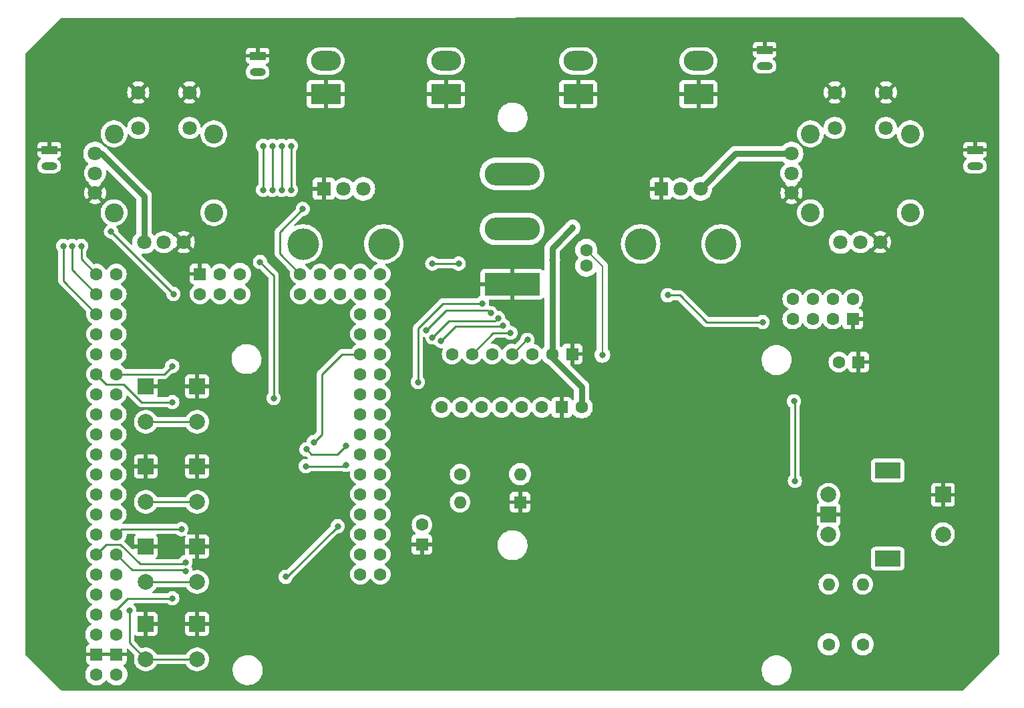
<source format=gbr>
%TF.GenerationSoftware,KiCad,Pcbnew,7.0.8*%
%TF.CreationDate,2025-03-16T00:58:01-04:00*%
%TF.ProjectId,RCTransmitterAecertRobotics,52435472-616e-4736-9d69-747465724165,V1.02*%
%TF.SameCoordinates,Original*%
%TF.FileFunction,Copper,L2,Bot*%
%TF.FilePolarity,Positive*%
%FSLAX46Y46*%
G04 Gerber Fmt 4.6, Leading zero omitted, Abs format (unit mm)*
G04 Created by KiCad (PCBNEW 7.0.8) date 2025-03-16 00:58:01*
%MOMM*%
%LPD*%
G01*
G04 APERTURE LIST*
G04 Aperture macros list*
%AMRoundRect*
0 Rectangle with rounded corners*
0 $1 Rounding radius*
0 $2 $3 $4 $5 $6 $7 $8 $9 X,Y pos of 4 corners*
0 Add a 4 corners polygon primitive as box body*
4,1,4,$2,$3,$4,$5,$6,$7,$8,$9,$2,$3,0*
0 Add four circle primitives for the rounded corners*
1,1,$1+$1,$2,$3*
1,1,$1+$1,$4,$5*
1,1,$1+$1,$6,$7*
1,1,$1+$1,$8,$9*
0 Add four rect primitives between the rounded corners*
20,1,$1+$1,$2,$3,$4,$5,0*
20,1,$1+$1,$4,$5,$6,$7,0*
20,1,$1+$1,$6,$7,$8,$9,0*
20,1,$1+$1,$8,$9,$2,$3,0*%
G04 Aperture macros list end*
%TA.AperFunction,ComponentPad*%
%ADD10R,3.800000X2.500000*%
%TD*%
%TA.AperFunction,ComponentPad*%
%ADD11RoundRect,1.250000X0.650000X0.000000X-0.650000X0.000000X-0.650000X0.000000X0.650000X0.000000X0*%
%TD*%
%TA.AperFunction,ComponentPad*%
%ADD12C,2.000000*%
%TD*%
%TA.AperFunction,ComponentPad*%
%ADD13R,2.000000X2.000000*%
%TD*%
%TA.AperFunction,ComponentPad*%
%ADD14R,3.200000X2.000000*%
%TD*%
%TA.AperFunction,ComponentPad*%
%ADD15C,1.600000*%
%TD*%
%TA.AperFunction,ComponentPad*%
%ADD16O,1.600000X1.600000*%
%TD*%
%TA.AperFunction,ComponentPad*%
%ADD17R,2.000000X1.000000*%
%TD*%
%TA.AperFunction,ComponentPad*%
%ADD18O,2.000000X1.000000*%
%TD*%
%TA.AperFunction,ComponentPad*%
%ADD19R,7.000000X2.900000*%
%TD*%
%TA.AperFunction,ComponentPad*%
%ADD20O,7.000000X2.900000*%
%TD*%
%TA.AperFunction,WasherPad*%
%ADD21C,4.000000*%
%TD*%
%TA.AperFunction,ComponentPad*%
%ADD22R,1.800000X1.800000*%
%TD*%
%TA.AperFunction,ComponentPad*%
%ADD23C,1.800000*%
%TD*%
%TA.AperFunction,ComponentPad*%
%ADD24R,1.600000X1.600000*%
%TD*%
%TA.AperFunction,ComponentPad*%
%ADD25C,2.400000*%
%TD*%
%TA.AperFunction,ViaPad*%
%ADD26C,0.800000*%
%TD*%
%TA.AperFunction,Conductor*%
%ADD27C,0.250000*%
%TD*%
%TA.AperFunction,Conductor*%
%ADD28C,0.750000*%
%TD*%
%TA.AperFunction,Conductor*%
%ADD29C,0.200000*%
%TD*%
G04 APERTURE END LIST*
D10*
%TO.P,Toggle1,1*%
%TO.N,GND*%
X117348000Y-66072000D03*
D11*
%TO.P,Toggle1,2*%
%TO.N,/Toggle A*%
X117348000Y-61872000D03*
%TD*%
D12*
%TO.P,Rotary_Encoder1,A,A*%
%TO.N,/RotaryEncoderB*%
X181080000Y-116920000D03*
%TO.P,Rotary_Encoder1,B,B*%
%TO.N,/RotaryEncoderA*%
X181080000Y-121920000D03*
D13*
%TO.P,Rotary_Encoder1,C,C*%
%TO.N,GND*%
X181080000Y-119420000D03*
D14*
%TO.P,Rotary_Encoder1,MP*%
%TO.N,N/C*%
X188580000Y-113820000D03*
X188580000Y-125020000D03*
D12*
%TO.P,Rotary_Encoder1,S1,S1*%
%TO.N,/Rotary Encoder Switch*%
X195580000Y-121920000D03*
D13*
%TO.P,Rotary_Encoder1,S2,S2*%
%TO.N,GND*%
X195580000Y-116920000D03*
%TD*%
D15*
%TO.P,R4,1*%
%TO.N,/5v*%
X181102000Y-135890000D03*
D16*
%TO.P,R4,2*%
%TO.N,/RotaryEncoderA*%
X181102000Y-128270000D03*
%TD*%
D13*
%TO.P,Button3,1,1*%
%TO.N,GND*%
X94540000Y-123480000D03*
X101040000Y-123480000D03*
D12*
%TO.P,Button3,2,2*%
%TO.N,/Button C*%
X94540000Y-127980000D03*
X101040000Y-127980000D03*
%TD*%
D10*
%TO.P,Toggle3,1*%
%TO.N,GND*%
X149352000Y-66072000D03*
D11*
%TO.P,Toggle3,2*%
%TO.N,/Toggle C*%
X149352000Y-61872000D03*
%TD*%
D13*
%TO.P,Button4,1,1*%
%TO.N,GND*%
X94540000Y-133300000D03*
X101040000Y-133300000D03*
D12*
%TO.P,Button4,2,2*%
%TO.N,/Button D*%
X94540000Y-137800000D03*
X101040000Y-137800000D03*
%TD*%
D13*
%TO.P,Button2,1,1*%
%TO.N,GND*%
X94540000Y-113320000D03*
X101040000Y-113320000D03*
D12*
%TO.P,Button2,2,2*%
%TO.N,/Button B*%
X94540000Y-117820000D03*
X101040000Y-117820000D03*
%TD*%
D13*
%TO.P,Button1,1,1*%
%TO.N,GND*%
X94540000Y-103160000D03*
X101040000Y-103160000D03*
D12*
%TO.P,Button1,2,2*%
%TO.N,/Button A*%
X94540000Y-107660000D03*
X101040000Y-107660000D03*
%TD*%
D17*
%TO.P,Bumper1,1,1*%
%TO.N,GND*%
X108712000Y-61214000D03*
D18*
%TO.P,Bumper1,2,2*%
%TO.N,/Left Bumper A*%
X108712000Y-63246000D03*
%TD*%
D19*
%TO.P,PowerSwitch1,1,LED*%
%TO.N,GND*%
X140970000Y-90200000D03*
D20*
%TO.P,PowerSwitch1,2,Power*%
%TO.N,/Bat-*%
X140970000Y-83200000D03*
%TO.P,PowerSwitch1,3,Load*%
%TO.N,/Bat+*%
X140970000Y-76200000D03*
%TD*%
D10*
%TO.P,Toggle4,1*%
%TO.N,GND*%
X164592000Y-66072000D03*
D11*
%TO.P,Toggle4,2*%
%TO.N,/Toggle D*%
X164592000Y-61872000D03*
%TD*%
D21*
%TO.P,Pot1,*%
%TO.N,*%
X124705737Y-85096874D03*
X114478111Y-85096874D03*
D22*
%TO.P,Pot1,1,1*%
%TO.N,GND*%
X117100000Y-78090000D03*
D23*
%TO.P,Pot1,2,2*%
%TO.N,/Pot Left*%
X119600000Y-78090000D03*
%TO.P,Pot1,3,3*%
%TO.N,/5v*%
X122100000Y-78090000D03*
%TD*%
D17*
%TO.P,Bumper3,1,1*%
%TO.N,GND*%
X172974000Y-60452000D03*
D18*
%TO.P,Bumper3,2,2*%
%TO.N,/Right Bumper A*%
X172974000Y-62484000D03*
%TD*%
D10*
%TO.P,Toggle2,1*%
%TO.N,GND*%
X132588000Y-66072000D03*
D11*
%TO.P,Toggle2,2*%
%TO.N,/Toggle B*%
X132588000Y-61872000D03*
%TD*%
D21*
%TO.P,Pot2,*%
%TO.N,*%
X167432154Y-85092683D03*
X157253351Y-85092683D03*
D22*
%TO.P,Pot2,1,1*%
%TO.N,GND*%
X159840000Y-78090000D03*
D23*
%TO.P,Pot2,2,2*%
%TO.N,/Pot Right*%
X162340000Y-78090000D03*
%TO.P,Pot2,3,3*%
%TO.N,/5v*%
X164840000Y-78090000D03*
%TD*%
D15*
%TO.P,R3,1*%
%TO.N,/5v*%
X185420000Y-135890000D03*
D16*
%TO.P,R3,2*%
%TO.N,/RotaryEncoderB*%
X185420000Y-128270000D03*
%TD*%
D15*
%TO.P,OLED_LCD_Display1,1,CS*%
%TO.N,/Screen CS*%
X133350000Y-99060000D03*
%TO.P,OLED_LCD_Display1,2,DC*%
%TO.N,/CE*%
X135890000Y-99060000D03*
%TO.P,OLED_LCD_Display1,3,RES*%
%TO.N,/Screen RES*%
X138430000Y-99060000D03*
%TO.P,OLED_LCD_Display1,4,SDA*%
%TO.N,/MOSI*%
X140970000Y-99060000D03*
%TO.P,OLED_LCD_Display1,5,SCK*%
%TO.N,/SCK*%
X143510000Y-99060000D03*
%TO.P,OLED_LCD_Display1,6,VCC*%
%TO.N,/5v*%
X146050000Y-99060000D03*
D24*
%TO.P,OLED_LCD_Display1,7,GND*%
%TO.N,GND*%
X148590000Y-99060000D03*
%TD*%
D23*
%TO.P,Joystick1,1,1*%
%TO.N,/5v*%
X94335000Y-84850000D03*
%TO.P,Joystick1,2,2*%
%TO.N,/Joy Left X*%
X96835000Y-84850000D03*
%TO.P,Joystick1,3,3*%
%TO.N,GND*%
X99335000Y-84850000D03*
%TO.P,Joystick1,11,1'*%
%TO.N,/5v*%
X88105000Y-73620000D03*
%TO.P,Joystick1,12,2'*%
%TO.N,/Joy Left Y*%
X88105000Y-76120000D03*
%TO.P,Joystick1,13,3'*%
%TO.N,GND*%
X88105000Y-78620000D03*
%TO.P,Joystick1,A1,COM_1*%
%TO.N,/Joy Left Button*%
X100085000Y-70370000D03*
%TO.P,Joystick1,B1,COM_2*%
%TO.N,unconnected-(Joystick1-COM_2-PadB1)*%
X93585000Y-70370000D03*
%TO.P,Joystick1,C1,NO_1*%
%TO.N,GND*%
X100085000Y-65870000D03*
%TO.P,Joystick1,D1,NO_2*%
X93585000Y-65870000D03*
D25*
%TO.P,Joystick1,MH1,MH1*%
%TO.N,unconnected-(Joystick1-PadMH1)*%
X90510000Y-81120000D03*
%TO.P,Joystick1,MH2,MH2*%
%TO.N,unconnected-(Joystick1-PadMH2)*%
X103160000Y-81120000D03*
%TO.P,Joystick1,MH3,MH3*%
%TO.N,unconnected-(Joystick1-PadMH3)*%
X103160000Y-71120000D03*
%TO.P,Joystick1,MH4,MH4*%
%TO.N,unconnected-(Joystick1-PadMH4)*%
X90510000Y-71120000D03*
%TD*%
%TO.P,Joystick2,MH4,MH4*%
%TO.N,unconnected-(Joystick2-PadMH4)*%
X178780000Y-71120000D03*
%TO.P,Joystick2,MH3,MH3*%
%TO.N,unconnected-(Joystick2-PadMH3)*%
X191430000Y-71120000D03*
%TO.P,Joystick2,MH2,MH2*%
%TO.N,unconnected-(Joystick2-PadMH2)*%
X191430000Y-81120000D03*
%TO.P,Joystick2,MH1,MH1*%
%TO.N,unconnected-(Joystick2-PadMH1)*%
X178780000Y-81120000D03*
D23*
%TO.P,Joystick2,D1,NO_2*%
%TO.N,GND*%
X181855000Y-65870000D03*
%TO.P,Joystick2,C1,NO_1*%
X188355000Y-65870000D03*
%TO.P,Joystick2,B1,COM_2*%
%TO.N,unconnected-(Joystick2-COM_2-PadB1)*%
X181855000Y-70370000D03*
%TO.P,Joystick2,A1,COM_1*%
%TO.N,/Joy Right Button*%
X188355000Y-70370000D03*
%TO.P,Joystick2,13,3'*%
%TO.N,GND*%
X176375000Y-78620000D03*
%TO.P,Joystick2,12,2'*%
%TO.N,/Joy Right Y*%
X176375000Y-76120000D03*
%TO.P,Joystick2,11,1'*%
%TO.N,/5v*%
X176375000Y-73620000D03*
%TO.P,Joystick2,3,3*%
%TO.N,GND*%
X187605000Y-84850000D03*
%TO.P,Joystick2,2,2*%
%TO.N,/Joy Right X*%
X185105000Y-84850000D03*
%TO.P,Joystick2,1,1*%
%TO.N,/5v*%
X182605000Y-84850000D03*
%TD*%
D15*
%TO.P,C2,1*%
%TO.N,/3.3v*%
X129540000Y-120714888D03*
D24*
%TO.P,C2,2*%
%TO.N,GND*%
X129540000Y-123214888D03*
%TD*%
D15*
%TO.P,Battery1,1,Pin_1*%
%TO.N,/Bat+*%
X150368000Y-85852000D03*
%TO.P,Battery1,2,Pin_2*%
%TO.N,/Bat-*%
X150368000Y-87852000D03*
%TD*%
%TO.P,Gyroscope1,1,VCC*%
%TO.N,/5v*%
X149789454Y-105816523D03*
D24*
%TO.P,Gyroscope1,2,GND*%
%TO.N,GND*%
X147249454Y-105816523D03*
D15*
%TO.P,Gyroscope1,3,SCL*%
%TO.N,/SCL*%
X144709454Y-105816523D03*
%TO.P,Gyroscope1,4,SDA*%
%TO.N,/SDA*%
X142169454Y-105816523D03*
%TO.P,Gyroscope1,5,XDA*%
%TO.N,unconnected-(Gyroscope1-XDA-Pad5)*%
X139629454Y-105816523D03*
%TO.P,Gyroscope1,6,XCL*%
%TO.N,unconnected-(Gyroscope1-XCL-Pad6)*%
X137089454Y-105816523D03*
%TO.P,Gyroscope1,7,AD0*%
%TO.N,unconnected-(Gyroscope1-AD0-Pad7)*%
X134549454Y-105816523D03*
%TO.P,Gyroscope1,8,INT*%
%TO.N,unconnected-(Gyroscope1-INT-Pad8)*%
X132009454Y-105816523D03*
%TD*%
D24*
%TO.P,R2,1*%
%TO.N,GND*%
X141986000Y-117856000D03*
D16*
%TO.P,R2,2*%
%TO.N,/Battery Voltage*%
X134366000Y-117856000D03*
%TD*%
D15*
%TO.P,Arduino_Mega_Pro1,0,RX*%
%TO.N,unconnected-(Arduino_Mega_Pro1-RX-Pad0)*%
X90805000Y-127000000D03*
%TO.P,Arduino_Mega_Pro1,1,TX*%
%TO.N,unconnected-(Arduino_Mega_Pro1-TX-Pad1)*%
X88265000Y-127000000D03*
%TO.P,Arduino_Mega_Pro1,2,D2*%
%TO.N,/RotaryEncoderA*%
X90805000Y-124460000D03*
%TO.P,Arduino_Mega_Pro1,3,D3*%
%TO.N,/RotaryEncoderB*%
X88265000Y-124460000D03*
%TO.P,Arduino_Mega_Pro1,3V3,3V3*%
%TO.N,/3.3v*%
X88265000Y-132080000D03*
X90805000Y-132080000D03*
%TO.P,Arduino_Mega_Pro1,4,D4*%
%TO.N,/NRF CSN*%
X90805000Y-121920000D03*
%TO.P,Arduino_Mega_Pro1,5,D5*%
%TO.N,unconnected-(Arduino_Mega_Pro1-D5-Pad5)*%
X88265000Y-121920000D03*
%TO.P,Arduino_Mega_Pro1,5V,5V*%
%TO.N,/5v*%
X88265000Y-134620000D03*
X90805000Y-134620000D03*
X106480000Y-88900000D03*
%TO.P,Arduino_Mega_Pro1,6,D6*%
%TO.N,/Button D*%
X90805000Y-119380000D03*
%TO.P,Arduino_Mega_Pro1,7,D7*%
%TO.N,unconnected-(Arduino_Mega_Pro1-D7-Pad7)*%
X88265000Y-119380000D03*
%TO.P,Arduino_Mega_Pro1,8,D8*%
%TO.N,/Button C*%
X90805000Y-116840000D03*
%TO.P,Arduino_Mega_Pro1,9,D9*%
%TO.N,unconnected-(Arduino_Mega_Pro1-D9-Pad9)*%
X88265000Y-116840000D03*
%TO.P,Arduino_Mega_Pro1,10,D10*%
%TO.N,/Button B*%
X90805000Y-114300000D03*
%TO.P,Arduino_Mega_Pro1,11,D11*%
%TO.N,unconnected-(Arduino_Mega_Pro1-D11-Pad11)*%
X88265000Y-114300000D03*
%TO.P,Arduino_Mega_Pro1,12,D12*%
%TO.N,/Button A*%
X90805000Y-111760000D03*
%TO.P,Arduino_Mega_Pro1,13,D13*%
%TO.N,unconnected-(Arduino_Mega_Pro1-D13-Pad13)*%
X88265000Y-111760000D03*
%TO.P,Arduino_Mega_Pro1,14,D14*%
%TO.N,unconnected-(Arduino_Mega_Pro1-D14-Pad14)*%
X90805000Y-109220000D03*
%TO.P,Arduino_Mega_Pro1,15,D15*%
%TO.N,unconnected-(Arduino_Mega_Pro1-D15-Pad15)*%
X88265000Y-109220000D03*
%TO.P,Arduino_Mega_Pro1,16,D16*%
%TO.N,unconnected-(Arduino_Mega_Pro1-D16-Pad16)*%
X90805000Y-106680000D03*
%TO.P,Arduino_Mega_Pro1,17,D17*%
%TO.N,unconnected-(Arduino_Mega_Pro1-D17-Pad17)*%
X88265000Y-106680000D03*
%TO.P,Arduino_Mega_Pro1,18,D18*%
%TO.N,unconnected-(Arduino_Mega_Pro1-D18-Pad18)*%
X90805000Y-104140000D03*
%TO.P,Arduino_Mega_Pro1,19,D19*%
%TO.N,unconnected-(Arduino_Mega_Pro1-D19-Pad19)*%
X88265000Y-104140000D03*
%TO.P,Arduino_Mega_Pro1,20,D20(SDA)*%
%TO.N,/SDA*%
X90805000Y-101600000D03*
%TO.P,Arduino_Mega_Pro1,21,D21(SCL)*%
%TO.N,/SCL*%
X88265000Y-101600000D03*
%TO.P,Arduino_Mega_Pro1,22,D22*%
%TO.N,unconnected-(Arduino_Mega_Pro1-D22-Pad22)*%
X90805000Y-99060000D03*
%TO.P,Arduino_Mega_Pro1,23,D23*%
%TO.N,unconnected-(Arduino_Mega_Pro1-D23-Pad23)*%
X88265000Y-99060000D03*
%TO.P,Arduino_Mega_Pro1,24,D24*%
%TO.N,unconnected-(Arduino_Mega_Pro1-D24-Pad24)*%
X90805000Y-96520000D03*
%TO.P,Arduino_Mega_Pro1,25,D25*%
%TO.N,unconnected-(Arduino_Mega_Pro1-D25-Pad25)*%
X88265000Y-96520000D03*
%TO.P,Arduino_Mega_Pro1,26,D26*%
%TO.N,unconnected-(Arduino_Mega_Pro1-D26-Pad26)*%
X90805000Y-93980000D03*
%TO.P,Arduino_Mega_Pro1,27,D27*%
%TO.N,/Left Bumper A*%
X88265000Y-93980000D03*
%TO.P,Arduino_Mega_Pro1,28,D28*%
%TO.N,unconnected-(Arduino_Mega_Pro1-D28-Pad28)*%
X90805000Y-91440000D03*
%TO.P,Arduino_Mega_Pro1,29,D29*%
%TO.N,/Left Bumper B*%
X88265000Y-91440000D03*
%TO.P,Arduino_Mega_Pro1,30,D30*%
%TO.N,unconnected-(Arduino_Mega_Pro1-D30-Pad30)*%
X90805000Y-88900000D03*
%TO.P,Arduino_Mega_Pro1,31,D31*%
%TO.N,/Joy Left Button*%
X88265000Y-88900000D03*
%TO.P,Arduino_Mega_Pro1,32,D32*%
%TO.N,/Toggle D*%
X124260000Y-106680000D03*
%TO.P,Arduino_Mega_Pro1,33,D33*%
%TO.N,/Toggle C*%
X121720000Y-106680000D03*
%TO.P,Arduino_Mega_Pro1,34,D34*%
%TO.N,/Toggle B*%
X124260000Y-104140000D03*
%TO.P,Arduino_Mega_Pro1,35,D35*%
%TO.N,/Toggle A*%
X121720000Y-104140000D03*
%TO.P,Arduino_Mega_Pro1,36,D36*%
%TO.N,/Joy Right Button*%
X124260000Y-101600000D03*
%TO.P,Arduino_Mega_Pro1,37,D37*%
%TO.N,/Right Bumper B*%
X121720000Y-101600000D03*
%TO.P,Arduino_Mega_Pro1,38,D38*%
%TO.N,/Right Bumper A*%
X124260000Y-99060000D03*
%TO.P,Arduino_Mega_Pro1,39,D39*%
%TO.N,/Rotary Encoder Switch*%
X121720000Y-99060000D03*
%TO.P,Arduino_Mega_Pro1,40,D40*%
%TO.N,/Screen RES*%
X124260000Y-96520000D03*
%TO.P,Arduino_Mega_Pro1,41,D41*%
%TO.N,unconnected-(Arduino_Mega_Pro1-D41-Pad41)*%
X121720000Y-96520000D03*
%TO.P,Arduino_Mega_Pro1,42,D42*%
%TO.N,/Screen CS*%
X124260000Y-93980000D03*
%TO.P,Arduino_Mega_Pro1,43,D43*%
%TO.N,unconnected-(Arduino_Mega_Pro1-D43-Pad43)*%
X121720000Y-93980000D03*
%TO.P,Arduino_Mega_Pro1,44,D44*%
%TO.N,unconnected-(Arduino_Mega_Pro1-D44-Pad44)*%
X124260000Y-91440000D03*
%TO.P,Arduino_Mega_Pro1,45,D45*%
%TO.N,unconnected-(Arduino_Mega_Pro1-D45-Pad45)*%
X121720000Y-91440000D03*
%TO.P,Arduino_Mega_Pro1,46,D46*%
%TO.N,unconnected-(Arduino_Mega_Pro1-D46-Pad46)*%
X124260000Y-88900000D03*
%TO.P,Arduino_Mega_Pro1,47,D47*%
%TO.N,unconnected-(Arduino_Mega_Pro1-D47-Pad47)*%
X121720000Y-88900000D03*
%TO.P,Arduino_Mega_Pro1,48,D48*%
%TO.N,unconnected-(Arduino_Mega_Pro1-D48-Pad48)*%
X119180000Y-88900000D03*
%TO.P,Arduino_Mega_Pro1,49,D49*%
%TO.N,/CE*%
X119180000Y-91440000D03*
%TO.P,Arduino_Mega_Pro1,50,D50(MISO)*%
%TO.N,/MISO*%
X106480000Y-91440000D03*
X116640000Y-88900000D03*
%TO.P,Arduino_Mega_Pro1,51,D51(MOSI)*%
%TO.N,/MOSI*%
X103940000Y-88900000D03*
X116640000Y-91440000D03*
%TO.P,Arduino_Mega_Pro1,52,D52(SCLK)*%
%TO.N,/SCK*%
X103940000Y-91440000D03*
X114100000Y-88900000D03*
%TO.P,Arduino_Mega_Pro1,53,D53(CE)*%
%TO.N,unconnected-(Arduino_Mega_Pro1-D53(CE)-Pad53)*%
X114100000Y-91440000D03*
%TO.P,Arduino_Mega_Pro1,A0,A0*%
%TO.N,/Pot Left*%
X124260000Y-127000000D03*
%TO.P,Arduino_Mega_Pro1,A1,A1*%
%TO.N,unconnected-(Arduino_Mega_Pro1-PadA1)*%
X121720000Y-127000000D03*
%TO.P,Arduino_Mega_Pro1,A2,A2*%
%TO.N,/Joy Right X*%
X124260000Y-124460000D03*
%TO.P,Arduino_Mega_Pro1,A3,A3*%
%TO.N,/Joy Right Y*%
X121720000Y-124460000D03*
%TO.P,Arduino_Mega_Pro1,A4,A4*%
%TO.N,unconnected-(Arduino_Mega_Pro1-PadA4)*%
X124260000Y-121920000D03*
%TO.P,Arduino_Mega_Pro1,A5,A5*%
%TO.N,unconnected-(Arduino_Mega_Pro1-PadA5)*%
X121720000Y-121920000D03*
%TO.P,Arduino_Mega_Pro1,A6,A6*%
%TO.N,/Joy Left X*%
X124260000Y-119380000D03*
%TO.P,Arduino_Mega_Pro1,A7,A7*%
%TO.N,/Joy Left Y*%
X121720000Y-119380000D03*
%TO.P,Arduino_Mega_Pro1,A8,A8*%
%TO.N,/Battery Voltage*%
X124260000Y-116840000D03*
%TO.P,Arduino_Mega_Pro1,A9,A9*%
%TO.N,unconnected-(Arduino_Mega_Pro1-PadA9)*%
X121720000Y-116840000D03*
%TO.P,Arduino_Mega_Pro1,A10,A10*%
%TO.N,unconnected-(Arduino_Mega_Pro1-PadA10)*%
X124260000Y-114300000D03*
%TO.P,Arduino_Mega_Pro1,A11,A11*%
%TO.N,unconnected-(Arduino_Mega_Pro1-PadA11)*%
X121720000Y-114300000D03*
%TO.P,Arduino_Mega_Pro1,A12,A12*%
%TO.N,unconnected-(Arduino_Mega_Pro1-PadA12)*%
X124260000Y-111760000D03*
%TO.P,Arduino_Mega_Pro1,A13,A13*%
%TO.N,unconnected-(Arduino_Mega_Pro1-PadA13)*%
X121720000Y-111760000D03*
%TO.P,Arduino_Mega_Pro1,A14,A14*%
%TO.N,/Pot Right*%
X124260000Y-109220000D03*
%TO.P,Arduino_Mega_Pro1,A15,A15*%
%TO.N,unconnected-(Arduino_Mega_Pro1-PadA15)*%
X121720000Y-109220000D03*
%TO.P,Arduino_Mega_Pro1,AREF,AREF*%
%TO.N,/REF*%
X90805000Y-129540000D03*
D24*
%TO.P,Arduino_Mega_Pro1,GND,GND*%
%TO.N,GND*%
X88265000Y-137160000D03*
X90805000Y-137160000D03*
X101400000Y-88900000D03*
D15*
%TO.P,Arduino_Mega_Pro1,RST,RST*%
%TO.N,unconnected-(Arduino_Mega_Pro1-PadRST)*%
X88265000Y-129540000D03*
X101400000Y-91440000D03*
%TO.P,Arduino_Mega_Pro1,VIN,VIN*%
%TO.N,/Bat+*%
X88265000Y-139700000D03*
X90805000Y-139700000D03*
%TD*%
%TO.P,C1,1*%
%TO.N,/3.3v*%
X182372000Y-100076000D03*
D24*
%TO.P,C1,2*%
%TO.N,GND*%
X184872000Y-100076000D03*
%TD*%
D15*
%TO.P,NRF24L01+PA+LNA1,1,V+*%
%TO.N,/3.3v*%
X184150000Y-92075000D03*
%TO.P,NRF24L01+PA+LNA1,2,CSN*%
%TO.N,/NRF CSN*%
X181610000Y-92075000D03*
%TO.P,NRF24L01+PA+LNA1,3,MOSI*%
%TO.N,/MOSI*%
X179070000Y-92075000D03*
%TO.P,NRF24L01+PA+LNA1,4,IRQ*%
%TO.N,unconnected-(NRF24-IRQ-Pad4)*%
X176530000Y-92075000D03*
%TO.P,NRF24L01+PA+LNA1,5,MISO*%
%TO.N,/MISO*%
X176530000Y-94615000D03*
%TO.P,NRF24L01+PA+LNA1,6,SCK*%
%TO.N,/SCK*%
X179070000Y-94615000D03*
%TO.P,NRF24L01+PA+LNA1,7,CE*%
%TO.N,/CE*%
X181610000Y-94615000D03*
D24*
%TO.P,NRF24L01+PA+LNA1,8,GND*%
%TO.N,GND*%
X184150000Y-94615000D03*
%TD*%
D17*
%TO.P,Bumper2,1,1*%
%TO.N,GND*%
X82296000Y-73152000D03*
D18*
%TO.P,Bumper2,2,2*%
%TO.N,/Left Bumper B*%
X82296000Y-75184000D03*
%TD*%
D15*
%TO.P,R1,1*%
%TO.N,/Battery Voltage*%
X134366000Y-114300000D03*
D16*
%TO.P,R1,2*%
%TO.N,/Bat+*%
X141986000Y-114300000D03*
%TD*%
D17*
%TO.P,Bumper4,1,1*%
%TO.N,GND*%
X199644000Y-73152000D03*
D18*
%TO.P,Bumper4,2,2*%
%TO.N,/Right Bumper B*%
X199644000Y-75184000D03*
%TD*%
D26*
%TO.N,/CE*%
X140750331Y-96369500D03*
%TO.N,GND*%
X80772000Y-84836000D03*
X154432000Y-80772000D03*
X155448000Y-91440000D03*
X145796000Y-109220000D03*
X139700000Y-102616000D03*
X163068000Y-108204000D03*
X160528000Y-137160000D03*
X102929041Y-140295973D03*
X173736000Y-71628000D03*
X129820556Y-108337148D03*
X182372000Y-97028000D03*
X92456000Y-58928000D03*
X195072000Y-63500000D03*
X105156000Y-65786000D03*
X119888000Y-138684000D03*
X98806000Y-89154000D03*
X107188000Y-116332000D03*
X132080000Y-114808000D03*
X149352000Y-91440000D03*
X178308000Y-119634000D03*
X192024000Y-116840000D03*
X148336000Y-71628000D03*
X107696000Y-123444000D03*
X96092572Y-73528443D03*
X93218000Y-140208000D03*
X89408000Y-66040000D03*
X104648000Y-132588000D03*
X100076000Y-97028000D03*
X93974276Y-131266266D03*
X81788000Y-106680000D03*
X135200919Y-124257127D03*
X93472000Y-99568000D03*
X165100000Y-72136000D03*
X181356000Y-59436000D03*
X196088000Y-134620000D03*
X189594180Y-129195269D03*
X196596000Y-75692000D03*
X82296000Y-128016000D03*
X124968000Y-69088000D03*
X170434000Y-129794000D03*
X157988000Y-101092000D03*
X174244000Y-85344000D03*
X153416000Y-124460000D03*
X187452000Y-75184000D03*
%TO.N,/3.3v*%
X112268000Y-127329500D03*
X118872000Y-120904000D03*
X97889000Y-130048000D03*
%TO.N,/5v*%
X148634307Y-83013693D03*
X146050000Y-87122000D03*
%TO.N,/Rotary Encoder Switch*%
X115824000Y-110236000D03*
%TO.N,/Left Bumper A*%
X84060994Y-85344000D03*
%TO.N,/Right Bumper A*%
X130048000Y-96012000D03*
X138251968Y-93870873D03*
%TO.N,/Left Bumper B*%
X85185497Y-85344000D03*
%TO.N,/Right Bumper B*%
X139192000Y-94488000D03*
X130872180Y-96945918D03*
%TO.N,/Joy Right Button*%
X131951976Y-97407976D03*
X139809127Y-95428032D03*
%TO.N,/Toggle C*%
X110585497Y-72644000D03*
X110585498Y-78233248D03*
%TO.N,/Toggle D*%
X109411038Y-72654093D03*
X109410996Y-78231539D03*
%TO.N,/Toggle B*%
X111760000Y-72644000D03*
X111760000Y-78232000D03*
%TO.N,/Toggle A*%
X112938728Y-72644000D03*
X112934503Y-78232000D03*
%TO.N,/Joy Left Button*%
X86360000Y-85344000D03*
%TO.N,/Button D*%
X92456000Y-131572000D03*
%TO.N,/Pot Right*%
X129032000Y-102616000D03*
X137160000Y-92622500D03*
%TO.N,/SCL*%
X97889000Y-105156000D03*
X114808000Y-113284000D03*
X119888000Y-113135479D03*
%TO.N,/SDA*%
X97889000Y-100584000D03*
X114900688Y-111159312D03*
X119888000Y-110726888D03*
%TO.N,/Pot Left*%
X109012500Y-87376000D03*
X110744000Y-104648000D03*
%TO.N,/Joy Left Y*%
X98044000Y-91440000D03*
X90125693Y-83521693D03*
%TO.N,/SCK*%
X114427000Y-80645000D03*
%TO.N,/MISO*%
X172720000Y-94996000D03*
X130850000Y-87590000D03*
X160689312Y-91601312D03*
X134199500Y-87590000D03*
%TO.N,/MOSI*%
X142902968Y-97251592D03*
%TO.N,/NRF CSN*%
X176812349Y-115149500D03*
X176691312Y-105063312D03*
X99060000Y-121271285D03*
%TO.N,/RotaryEncoderB*%
X99568000Y-125476000D03*
%TO.N,/RotaryEncoderA*%
X99597535Y-126650131D03*
%TO.N,/Bat+*%
X152408340Y-99168500D03*
%TD*%
D27*
%TO.N,/CE*%
X140750331Y-96369500D02*
X138580500Y-96369500D01*
X138580500Y-96369500D02*
X135890000Y-99060000D01*
%TO.N,/3.3v*%
X90805000Y-132080000D02*
X90805000Y-131512918D01*
X90805000Y-131512918D02*
X92269918Y-130048000D01*
X112446500Y-127329500D02*
X112268000Y-127329500D01*
X92269918Y-130048000D02*
X97889000Y-130048000D01*
X118872000Y-120904000D02*
X112446500Y-127329500D01*
D28*
%TO.N,/5v*%
X146050000Y-85598000D02*
X148634307Y-83013693D01*
X169310000Y-73620000D02*
X176375000Y-73620000D01*
X94335000Y-79025000D02*
X88930000Y-73620000D01*
X94335000Y-84850000D02*
X94335000Y-79025000D01*
X88930000Y-73620000D02*
X88105000Y-73620000D01*
X149789454Y-103238312D02*
X146050000Y-99498858D01*
X146050000Y-87122000D02*
X146050000Y-85598000D01*
X146050000Y-99498858D02*
X146050000Y-99060000D01*
X164840000Y-78090000D02*
X169310000Y-73620000D01*
X146050000Y-87122000D02*
X146050000Y-99060000D01*
X149789454Y-105816523D02*
X149789454Y-103238312D01*
D27*
%TO.N,/Rotary Encoder Switch*%
X115824000Y-110236000D02*
X116840000Y-109220000D01*
X116840000Y-109220000D02*
X116840000Y-101600000D01*
X116840000Y-101600000D02*
X119380000Y-99060000D01*
X119380000Y-99060000D02*
X121920000Y-99060000D01*
%TO.N,/Left Bumper A*%
X84060994Y-89775994D02*
X88265000Y-93980000D01*
X84060994Y-85344000D02*
X84060994Y-89775994D01*
%TO.N,/Right Bumper A*%
X138251968Y-93870873D02*
X137853095Y-93472000D01*
X132588000Y-93472000D02*
X130048000Y-96012000D01*
X137853095Y-93472000D02*
X132588000Y-93472000D01*
%TO.N,/Left Bumper B*%
X85185497Y-88360497D02*
X88265000Y-91440000D01*
X85185497Y-85344000D02*
X85185497Y-88360497D01*
%TO.N,/Right Bumper B*%
X138785000Y-94895000D02*
X132923098Y-94895000D01*
X139192000Y-94488000D02*
X138785000Y-94895000D01*
X132923098Y-94895000D02*
X130872180Y-96945918D01*
%TO.N,/Joy Right Button*%
X139809127Y-95428032D02*
X139717159Y-95520000D01*
X139717159Y-95520000D02*
X133839952Y-95520000D01*
X133839952Y-95520000D02*
X131951976Y-97407976D01*
%TO.N,/Toggle C*%
X110585497Y-72644000D02*
X110585498Y-78233248D01*
%TO.N,/Toggle D*%
X109411038Y-78231497D02*
X109411038Y-72654093D01*
X109410996Y-78231539D02*
X109411038Y-78231497D01*
%TO.N,/Toggle B*%
X111760000Y-78232000D02*
X111760000Y-72644000D01*
%TO.N,/Toggle A*%
X112934503Y-78232000D02*
X112938728Y-78227775D01*
X112938728Y-78227775D02*
X112938728Y-72644000D01*
%TO.N,/Joy Left Button*%
X86360000Y-85344000D02*
X86360000Y-86995000D01*
X86360000Y-86995000D02*
X88265000Y-88900000D01*
%TO.N,/Button D*%
X92456000Y-131572000D02*
X92456000Y-135716000D01*
X94540000Y-137800000D02*
X101040000Y-137800000D01*
X92456000Y-135716000D02*
X94540000Y-137800000D01*
%TO.N,/Button C*%
X94540000Y-127980000D02*
X101040000Y-127980000D01*
%TO.N,/Button B*%
X94540000Y-117820000D02*
X101040000Y-117820000D01*
%TO.N,/Button A*%
X94540000Y-107660000D02*
X101040000Y-107660000D01*
%TO.N,/Pot Right*%
X129032000Y-95755207D02*
X129032000Y-102616000D01*
X132164707Y-92622500D02*
X129032000Y-95755207D01*
X137160000Y-92622500D02*
X132164707Y-92622500D01*
%TO.N,/SCL*%
X91702000Y-102878000D02*
X89543000Y-102878000D01*
X89543000Y-102878000D02*
X88265000Y-101600000D01*
X97889000Y-105156000D02*
X93980000Y-105156000D01*
X119739479Y-113284000D02*
X114808000Y-113284000D01*
X93980000Y-105156000D02*
X91702000Y-102878000D01*
X119888000Y-113135479D02*
X119739479Y-113284000D01*
%TO.N,/SDA*%
X115501376Y-111760000D02*
X114900688Y-111159312D01*
X97889000Y-100584000D02*
X96873000Y-101600000D01*
X119888000Y-110726888D02*
X118854888Y-111760000D01*
X96873000Y-101600000D02*
X90805000Y-101600000D01*
X118854888Y-111760000D02*
X115501376Y-111760000D01*
%TO.N,/Pot Left*%
X110744000Y-104648000D02*
X110744000Y-89107500D01*
X110744000Y-89107500D02*
X109012500Y-87376000D01*
%TO.N,/Joy Left Y*%
X90125693Y-83521693D02*
X98044000Y-91440000D01*
%TO.N,/SCK*%
X111506000Y-86306000D02*
X111506000Y-83566000D01*
X111506000Y-83566000D02*
X114427000Y-80645000D01*
X114100000Y-88900000D02*
X111506000Y-86306000D01*
%TO.N,/MISO*%
X160689312Y-91601312D02*
X162213312Y-91601312D01*
X134199500Y-87590000D02*
X130850000Y-87590000D01*
X162213312Y-91601312D02*
X165608000Y-94996000D01*
X165608000Y-94996000D02*
X172720000Y-94996000D01*
%TO.N,/MOSI*%
X142778408Y-97251592D02*
X140970000Y-99060000D01*
X142902968Y-97251592D02*
X142778408Y-97251592D01*
%TO.N,/NRF CSN*%
X99060000Y-121271285D02*
X91453715Y-121271285D01*
X91453715Y-121271285D02*
X90805000Y-121920000D01*
X176812349Y-105184349D02*
X176812349Y-115149500D01*
X176691312Y-105063312D02*
X176812349Y-105184349D01*
%TO.N,/RotaryEncoderB*%
X99568000Y-125476000D02*
X99322000Y-125722000D01*
X99322000Y-125722000D02*
X93844962Y-125722000D01*
X91312962Y-123190000D02*
X89535000Y-123190000D01*
X93844962Y-125722000D02*
X91312962Y-123190000D01*
X89535000Y-123190000D02*
X88265000Y-124460000D01*
%TO.N,/RotaryEncoderA*%
X99427404Y-126480000D02*
X92825000Y-126480000D01*
X99597535Y-126650131D02*
X99427404Y-126480000D01*
X92825000Y-126480000D02*
X90805000Y-124460000D01*
D29*
%TO.N,/Bat+*%
X152400000Y-87884000D02*
X150368000Y-85852000D01*
X152408340Y-99168500D02*
X152400000Y-99160160D01*
X152400000Y-99160160D02*
X152400000Y-87884000D01*
%TD*%
%TA.AperFunction,Conductor*%
%TO.N,GND*%
G36*
X90477359Y-136921955D02*
G01*
X90419835Y-137034852D01*
X90400014Y-137160000D01*
X90419835Y-137285148D01*
X90477359Y-137398045D01*
X90489314Y-137410000D01*
X88580686Y-137410000D01*
X88592641Y-137398045D01*
X88650165Y-137285148D01*
X88669986Y-137160000D01*
X88650165Y-137034852D01*
X88592641Y-136921955D01*
X88580686Y-136910000D01*
X90489314Y-136910000D01*
X90477359Y-136921955D01*
G37*
%TD.AperFunction*%
%TA.AperFunction,Conductor*%
G36*
X98423291Y-121916470D02*
G01*
X98448400Y-121937811D01*
X98454126Y-121944170D01*
X98454130Y-121944174D01*
X98607265Y-122055433D01*
X98607270Y-122055436D01*
X98780192Y-122132427D01*
X98780197Y-122132429D01*
X98965354Y-122171785D01*
X98965355Y-122171785D01*
X99154644Y-122171785D01*
X99154646Y-122171785D01*
X99339803Y-122132429D01*
X99408924Y-122101653D01*
X99425127Y-122094440D01*
X99494377Y-122085155D01*
X99557653Y-122114783D01*
X99594867Y-122173917D01*
X99594202Y-122243784D01*
X99591745Y-122251052D01*
X99546403Y-122372620D01*
X99546401Y-122372627D01*
X99540000Y-122432155D01*
X99540000Y-123230000D01*
X100545148Y-123230000D01*
X100496441Y-123367047D01*
X100486123Y-123517886D01*
X100516884Y-123665915D01*
X100550090Y-123730000D01*
X99540000Y-123730000D01*
X99540000Y-124460921D01*
X99520315Y-124527960D01*
X99467511Y-124573715D01*
X99441781Y-124582211D01*
X99288197Y-124614855D01*
X99288192Y-124614857D01*
X99115270Y-124691848D01*
X99115265Y-124691851D01*
X98962129Y-124803111D01*
X98835466Y-124943785D01*
X98783092Y-125034500D01*
X98732525Y-125082715D01*
X98675705Y-125096500D01*
X95923351Y-125096500D01*
X95856312Y-125076815D01*
X95810557Y-125024011D01*
X95800613Y-124954853D01*
X95829638Y-124891297D01*
X95849040Y-124873234D01*
X95897187Y-124837190D01*
X95897190Y-124837187D01*
X95983350Y-124722093D01*
X95983354Y-124722086D01*
X96033596Y-124587379D01*
X96033598Y-124587372D01*
X96039999Y-124527844D01*
X96040000Y-124527827D01*
X96040000Y-123730000D01*
X95034852Y-123730000D01*
X95083559Y-123592953D01*
X95093877Y-123442114D01*
X95063116Y-123294085D01*
X95029910Y-123230000D01*
X96040000Y-123230000D01*
X96040000Y-122432172D01*
X96039999Y-122432155D01*
X96033598Y-122372627D01*
X96033596Y-122372620D01*
X95983354Y-122237913D01*
X95983350Y-122237906D01*
X95897190Y-122122812D01*
X95897188Y-122122810D01*
X95893501Y-122120050D01*
X95851631Y-122064115D01*
X95846648Y-121994424D01*
X95880135Y-121933101D01*
X95941459Y-121899618D01*
X95967814Y-121896785D01*
X98356252Y-121896785D01*
X98423291Y-121916470D01*
G37*
%TD.AperFunction*%
%TA.AperFunction,Conductor*%
G36*
X93179225Y-121916470D02*
G01*
X93224980Y-121969274D01*
X93234924Y-122038432D01*
X93205899Y-122101988D01*
X93186499Y-122120050D01*
X93182811Y-122122810D01*
X93182809Y-122122812D01*
X93096649Y-122237906D01*
X93096645Y-122237913D01*
X93046403Y-122372620D01*
X93046401Y-122372627D01*
X93040000Y-122432155D01*
X93040000Y-123230000D01*
X94045148Y-123230000D01*
X93996441Y-123367047D01*
X93986123Y-123517886D01*
X94016884Y-123665915D01*
X94050090Y-123730000D01*
X93040000Y-123730000D01*
X93040000Y-123733085D01*
X93020315Y-123800124D01*
X92967511Y-123845879D01*
X92898353Y-123855823D01*
X92834797Y-123826798D01*
X92828319Y-123820766D01*
X91862823Y-122855270D01*
X91829338Y-122793947D01*
X91834322Y-122724255D01*
X91848921Y-122696478D01*
X91935568Y-122572734D01*
X92031739Y-122366496D01*
X92090635Y-122146692D01*
X92102596Y-122009978D01*
X92128048Y-121944909D01*
X92184639Y-121903930D01*
X92226124Y-121896785D01*
X93112186Y-121896785D01*
X93179225Y-121916470D01*
G37*
%TD.AperFunction*%
%TA.AperFunction,Conductor*%
G36*
X141220000Y-92150000D02*
G01*
X144517828Y-92150000D01*
X144517844Y-92149999D01*
X144577372Y-92143598D01*
X144577379Y-92143596D01*
X144712086Y-92093354D01*
X144712093Y-92093350D01*
X144827187Y-92007190D01*
X144827188Y-92007189D01*
X144851233Y-91975070D01*
X144907166Y-91933198D01*
X144976858Y-91928214D01*
X145038181Y-91961699D01*
X145071666Y-92023022D01*
X145074500Y-92049380D01*
X145074500Y-98003464D01*
X145054815Y-98070503D01*
X145041730Y-98087446D01*
X144941023Y-98196843D01*
X144825131Y-98374230D01*
X144771984Y-98419586D01*
X144702753Y-98429010D01*
X144639417Y-98399508D01*
X144619749Y-98377533D01*
X144510047Y-98220861D01*
X144510045Y-98220858D01*
X144349141Y-98059954D01*
X144162734Y-97929432D01*
X144162732Y-97929431D01*
X143956497Y-97833261D01*
X143956490Y-97833259D01*
X143809630Y-97793908D01*
X143749970Y-97757543D01*
X143719441Y-97694696D01*
X143727736Y-97625320D01*
X143728451Y-97623684D01*
X143730148Y-97619873D01*
X143753767Y-97547181D01*
X143788642Y-97439848D01*
X143808428Y-97251592D01*
X143788642Y-97063336D01*
X143730147Y-96883308D01*
X143635501Y-96719376D01*
X143508839Y-96578704D01*
X143480011Y-96557759D01*
X143355702Y-96467443D01*
X143355697Y-96467440D01*
X143182775Y-96390449D01*
X143182770Y-96390447D01*
X143036969Y-96359457D01*
X142997614Y-96351092D01*
X142808322Y-96351092D01*
X142779675Y-96357181D01*
X142623165Y-96390447D01*
X142623160Y-96390449D01*
X142450238Y-96467440D01*
X142450233Y-96467443D01*
X142297097Y-96578703D01*
X142170434Y-96719377D01*
X142075789Y-96883307D01*
X142075786Y-96883314D01*
X142017294Y-97063334D01*
X142017293Y-97063338D01*
X142014275Y-97092054D01*
X141987690Y-97156668D01*
X141978636Y-97166771D01*
X141384821Y-97760586D01*
X141323498Y-97794071D01*
X141265048Y-97792680D01*
X141196697Y-97774366D01*
X141196693Y-97774365D01*
X141196692Y-97774365D01*
X141083346Y-97764448D01*
X140970001Y-97754532D01*
X140969998Y-97754532D01*
X140743313Y-97774364D01*
X140743302Y-97774366D01*
X140523511Y-97833258D01*
X140523502Y-97833261D01*
X140317267Y-97929431D01*
X140317265Y-97929432D01*
X140130858Y-98059954D01*
X139969954Y-98220858D01*
X139839432Y-98407265D01*
X139839431Y-98407267D01*
X139812382Y-98465275D01*
X139766209Y-98517714D01*
X139699016Y-98536866D01*
X139632135Y-98516650D01*
X139587618Y-98465275D01*
X139580186Y-98449337D01*
X139560568Y-98407266D01*
X139430047Y-98220861D01*
X139430045Y-98220858D01*
X139269141Y-98059954D01*
X139082734Y-97929432D01*
X139082732Y-97929431D01*
X138876497Y-97833261D01*
X138876488Y-97833258D01*
X138656697Y-97774366D01*
X138656693Y-97774365D01*
X138656692Y-97774365D01*
X138656691Y-97774364D01*
X138656686Y-97774364D01*
X138430002Y-97754532D01*
X138429996Y-97754532D01*
X138385894Y-97758390D01*
X138317394Y-97744623D01*
X138267212Y-97696007D01*
X138251279Y-97627978D01*
X138274655Y-97562135D01*
X138287399Y-97547190D01*
X138803271Y-97031319D01*
X138864594Y-96997834D01*
X138890952Y-96995000D01*
X140046583Y-96995000D01*
X140113622Y-97014685D01*
X140138731Y-97036026D01*
X140144457Y-97042385D01*
X140144461Y-97042389D01*
X140297596Y-97153648D01*
X140297601Y-97153651D01*
X140470523Y-97230642D01*
X140470528Y-97230644D01*
X140655685Y-97270000D01*
X140655686Y-97270000D01*
X140844975Y-97270000D01*
X140844977Y-97270000D01*
X141030134Y-97230644D01*
X141203061Y-97153651D01*
X141356202Y-97042388D01*
X141482864Y-96901716D01*
X141577510Y-96737784D01*
X141636005Y-96557756D01*
X141655791Y-96369500D01*
X141636005Y-96181244D01*
X141577510Y-96001216D01*
X141482864Y-95837284D01*
X141356202Y-95696612D01*
X141334523Y-95680861D01*
X141203065Y-95585351D01*
X141203060Y-95585348D01*
X141030138Y-95508357D01*
X141030133Y-95508355D01*
X140882826Y-95477045D01*
X140844977Y-95469000D01*
X140844976Y-95469000D01*
X140830543Y-95469000D01*
X140763504Y-95449315D01*
X140717749Y-95396511D01*
X140707222Y-95357961D01*
X140706454Y-95350654D01*
X140694801Y-95239776D01*
X140636306Y-95059748D01*
X140541660Y-94895816D01*
X140414998Y-94755144D01*
X140394358Y-94740148D01*
X140261859Y-94643882D01*
X140171023Y-94603438D01*
X140117787Y-94558187D01*
X140098407Y-94494434D01*
X140098139Y-94494463D01*
X140097992Y-94493070D01*
X140097466Y-94491338D01*
X140097460Y-94490159D01*
X140097460Y-94488002D01*
X140094915Y-94463785D01*
X140077674Y-94299744D01*
X140019179Y-94119716D01*
X139924533Y-93955784D01*
X139797871Y-93815112D01*
X139796968Y-93814456D01*
X139644734Y-93703851D01*
X139644729Y-93703848D01*
X139471807Y-93626857D01*
X139471802Y-93626855D01*
X139326001Y-93595865D01*
X139286646Y-93587500D01*
X139286645Y-93587500D01*
X139196827Y-93587500D01*
X139129788Y-93567815D01*
X139084033Y-93515011D01*
X139079544Y-93503480D01*
X139079145Y-93502585D01*
X138984502Y-93338658D01*
X138874767Y-93216785D01*
X138857839Y-93197985D01*
X138857838Y-93197984D01*
X138704702Y-93086724D01*
X138704697Y-93086721D01*
X138531775Y-93009730D01*
X138531770Y-93009728D01*
X138385969Y-92978738D01*
X138346614Y-92970373D01*
X138346613Y-92970373D01*
X138270857Y-92970373D01*
X138211106Y-92955027D01*
X138208145Y-92953399D01*
X138206108Y-92952279D01*
X138189862Y-92941606D01*
X138174030Y-92929326D01*
X138174029Y-92929325D01*
X138131264Y-92910819D01*
X138126019Y-92908249D01*
X138112574Y-92900859D01*
X138063308Y-92851315D01*
X138048648Y-92783000D01*
X138048978Y-92779311D01*
X138065460Y-92622500D01*
X138045674Y-92434244D01*
X138006058Y-92312318D01*
X138004063Y-92242477D01*
X138040143Y-92182644D01*
X138102844Y-92151816D01*
X138123989Y-92150000D01*
X140720000Y-92150000D01*
X140720000Y-90700000D01*
X141220000Y-90700000D01*
X141220000Y-92150000D01*
G37*
%TD.AperFunction*%
%TA.AperFunction,Conductor*%
G36*
X198135253Y-56357197D02*
G01*
X198156420Y-56374342D01*
X202209236Y-60471906D01*
X202656161Y-60923765D01*
X202689309Y-60985272D01*
X202692000Y-61010964D01*
X202692000Y-137108638D01*
X202672315Y-137175677D01*
X202655681Y-137196319D01*
X198156319Y-141695681D01*
X198094996Y-141729166D01*
X198068638Y-141732000D01*
X83871362Y-141732000D01*
X83804323Y-141712315D01*
X83783681Y-141695681D01*
X79284319Y-137196319D01*
X79250834Y-137134996D01*
X79248000Y-137108638D01*
X79248000Y-85344000D01*
X83155534Y-85344000D01*
X83175320Y-85532256D01*
X83175321Y-85532259D01*
X83233812Y-85712277D01*
X83233815Y-85712284D01*
X83328461Y-85876216D01*
X83371766Y-85924310D01*
X83403644Y-85959715D01*
X83433874Y-86022706D01*
X83435494Y-86042687D01*
X83435494Y-89693249D01*
X83433769Y-89708866D01*
X83434055Y-89708893D01*
X83433320Y-89716659D01*
X83435494Y-89785808D01*
X83435494Y-89815337D01*
X83435495Y-89815354D01*
X83436362Y-89822225D01*
X83436820Y-89828044D01*
X83438284Y-89874618D01*
X83438285Y-89874621D01*
X83443874Y-89893861D01*
X83447818Y-89912905D01*
X83450330Y-89932786D01*
X83467484Y-89976113D01*
X83469376Y-89981641D01*
X83482376Y-90026384D01*
X83484851Y-90030570D01*
X83492574Y-90043628D01*
X83501132Y-90061097D01*
X83508508Y-90079726D01*
X83535892Y-90117417D01*
X83539100Y-90122301D01*
X83562821Y-90162410D01*
X83562827Y-90162418D01*
X83576984Y-90176574D01*
X83589622Y-90191370D01*
X83599118Y-90204441D01*
X83601400Y-90207581D01*
X83621444Y-90224163D01*
X83637303Y-90237282D01*
X83641614Y-90241204D01*
X86145877Y-92745468D01*
X86965586Y-93565177D01*
X86999071Y-93626500D01*
X86997680Y-93684949D01*
X86979367Y-93753296D01*
X86979364Y-93753313D01*
X86959532Y-93979999D01*
X86959532Y-93980001D01*
X86979364Y-94206686D01*
X86979366Y-94206697D01*
X87038258Y-94426488D01*
X87038261Y-94426497D01*
X87134431Y-94632732D01*
X87134432Y-94632734D01*
X87264954Y-94819141D01*
X87425858Y-94980045D01*
X87425861Y-94980047D01*
X87612266Y-95110568D01*
X87670275Y-95137618D01*
X87722714Y-95183791D01*
X87741866Y-95250984D01*
X87721650Y-95317865D01*
X87670275Y-95362382D01*
X87612267Y-95389431D01*
X87612265Y-95389432D01*
X87425858Y-95519954D01*
X87264954Y-95680858D01*
X87134432Y-95867265D01*
X87134431Y-95867267D01*
X87038261Y-96073502D01*
X87038258Y-96073511D01*
X86979366Y-96293302D01*
X86979364Y-96293313D01*
X86959532Y-96519998D01*
X86959532Y-96520001D01*
X86979364Y-96746686D01*
X86979366Y-96746697D01*
X87038258Y-96966488D01*
X87038261Y-96966497D01*
X87134431Y-97172732D01*
X87134432Y-97172734D01*
X87264954Y-97359141D01*
X87425858Y-97520045D01*
X87425861Y-97520047D01*
X87612266Y-97650568D01*
X87670275Y-97677618D01*
X87722714Y-97723791D01*
X87741866Y-97790984D01*
X87721650Y-97857865D01*
X87670275Y-97902381D01*
X87653272Y-97910310D01*
X87612267Y-97929431D01*
X87612265Y-97929432D01*
X87425858Y-98059954D01*
X87264954Y-98220858D01*
X87134432Y-98407265D01*
X87134431Y-98407267D01*
X87038261Y-98613502D01*
X87038258Y-98613511D01*
X86979366Y-98833302D01*
X86979364Y-98833313D01*
X86959532Y-99059998D01*
X86959532Y-99060001D01*
X86979364Y-99286686D01*
X86979366Y-99286697D01*
X87038258Y-99506488D01*
X87038261Y-99506497D01*
X87134431Y-99712732D01*
X87134432Y-99712734D01*
X87264954Y-99899141D01*
X87425858Y-100060045D01*
X87425861Y-100060047D01*
X87612266Y-100190568D01*
X87669357Y-100217190D01*
X87670275Y-100217618D01*
X87722714Y-100263791D01*
X87741866Y-100330984D01*
X87721650Y-100397865D01*
X87670275Y-100442382D01*
X87612267Y-100469431D01*
X87612265Y-100469432D01*
X87425858Y-100599954D01*
X87264954Y-100760858D01*
X87134432Y-100947265D01*
X87134431Y-100947267D01*
X87038261Y-101153502D01*
X87038258Y-101153511D01*
X86979366Y-101373302D01*
X86979364Y-101373313D01*
X86959532Y-101599998D01*
X86959532Y-101600001D01*
X86979364Y-101826686D01*
X86979366Y-101826697D01*
X87038258Y-102046488D01*
X87038261Y-102046497D01*
X87134431Y-102252732D01*
X87134432Y-102252734D01*
X87264954Y-102439141D01*
X87425858Y-102600045D01*
X87425861Y-102600047D01*
X87612266Y-102730568D01*
X87670275Y-102757618D01*
X87722714Y-102803791D01*
X87741866Y-102870984D01*
X87721650Y-102937865D01*
X87670275Y-102982382D01*
X87612267Y-103009431D01*
X87612265Y-103009432D01*
X87425858Y-103139954D01*
X87264954Y-103300858D01*
X87134432Y-103487265D01*
X87134431Y-103487267D01*
X87038261Y-103693502D01*
X87038258Y-103693511D01*
X86979366Y-103913302D01*
X86979364Y-103913313D01*
X86959532Y-104139998D01*
X86959532Y-104140001D01*
X86979364Y-104366686D01*
X86979366Y-104366697D01*
X87038258Y-104586488D01*
X87038261Y-104586497D01*
X87134431Y-104792732D01*
X87134432Y-104792734D01*
X87264954Y-104979141D01*
X87425858Y-105140045D01*
X87448644Y-105156000D01*
X87612266Y-105270568D01*
X87670275Y-105297618D01*
X87722714Y-105343791D01*
X87741866Y-105410984D01*
X87721650Y-105477865D01*
X87670275Y-105522382D01*
X87612267Y-105549431D01*
X87612265Y-105549432D01*
X87425858Y-105679954D01*
X87264954Y-105840858D01*
X87134432Y-106027265D01*
X87134431Y-106027267D01*
X87038261Y-106233502D01*
X87038258Y-106233511D01*
X86979366Y-106453302D01*
X86979364Y-106453313D01*
X86959532Y-106679998D01*
X86959532Y-106680001D01*
X86979364Y-106906686D01*
X86979366Y-106906697D01*
X87038258Y-107126488D01*
X87038261Y-107126497D01*
X87134431Y-107332732D01*
X87134432Y-107332734D01*
X87264954Y-107519141D01*
X87425858Y-107680045D01*
X87425861Y-107680047D01*
X87612266Y-107810568D01*
X87670275Y-107837618D01*
X87722714Y-107883791D01*
X87741866Y-107950984D01*
X87721650Y-108017865D01*
X87670275Y-108062382D01*
X87612267Y-108089431D01*
X87612265Y-108089432D01*
X87425858Y-108219954D01*
X87264954Y-108380858D01*
X87134432Y-108567265D01*
X87134431Y-108567267D01*
X87038261Y-108773502D01*
X87038258Y-108773511D01*
X86979366Y-108993302D01*
X86979364Y-108993313D01*
X86959532Y-109219998D01*
X86959532Y-109220001D01*
X86979364Y-109446686D01*
X86979366Y-109446697D01*
X87038258Y-109666488D01*
X87038261Y-109666497D01*
X87134431Y-109872732D01*
X87134432Y-109872734D01*
X87264954Y-110059141D01*
X87425858Y-110220045D01*
X87425861Y-110220047D01*
X87612266Y-110350568D01*
X87665006Y-110375161D01*
X87670275Y-110377618D01*
X87722714Y-110423791D01*
X87741866Y-110490984D01*
X87721650Y-110557865D01*
X87670275Y-110602381D01*
X87653272Y-110610310D01*
X87612267Y-110629431D01*
X87612265Y-110629432D01*
X87425858Y-110759954D01*
X87264954Y-110920858D01*
X87134432Y-111107265D01*
X87134431Y-111107267D01*
X87038261Y-111313502D01*
X87038258Y-111313511D01*
X86979366Y-111533302D01*
X86979364Y-111533313D01*
X86959532Y-111759998D01*
X86959532Y-111760001D01*
X86979364Y-111986686D01*
X86979366Y-111986697D01*
X87038258Y-112206488D01*
X87038261Y-112206497D01*
X87134431Y-112412732D01*
X87134432Y-112412734D01*
X87264954Y-112599141D01*
X87425858Y-112760045D01*
X87425861Y-112760047D01*
X87612266Y-112890568D01*
X87631421Y-112899500D01*
X87670275Y-112917618D01*
X87722714Y-112963791D01*
X87741866Y-113030984D01*
X87721650Y-113097865D01*
X87670275Y-113142382D01*
X87612267Y-113169431D01*
X87612265Y-113169432D01*
X87425858Y-113299954D01*
X87264954Y-113460858D01*
X87134432Y-113647265D01*
X87134431Y-113647267D01*
X87038261Y-113853502D01*
X87038258Y-113853511D01*
X86979366Y-114073302D01*
X86979364Y-114073313D01*
X86959532Y-114299998D01*
X86959532Y-114300001D01*
X86979364Y-114526686D01*
X86979366Y-114526697D01*
X87038258Y-114746488D01*
X87038261Y-114746497D01*
X87134431Y-114952732D01*
X87134432Y-114952734D01*
X87264954Y-115139141D01*
X87425858Y-115300045D01*
X87425861Y-115300047D01*
X87612266Y-115430568D01*
X87670275Y-115457618D01*
X87722714Y-115503791D01*
X87741866Y-115570984D01*
X87721650Y-115637865D01*
X87670275Y-115682382D01*
X87612267Y-115709431D01*
X87612265Y-115709432D01*
X87425858Y-115839954D01*
X87264954Y-116000858D01*
X87134432Y-116187265D01*
X87134431Y-116187267D01*
X87038261Y-116393502D01*
X87038258Y-116393511D01*
X86979366Y-116613302D01*
X86979364Y-116613313D01*
X86959532Y-116839998D01*
X86959532Y-116840001D01*
X86979364Y-117066686D01*
X86979366Y-117066697D01*
X87038258Y-117286488D01*
X87038261Y-117286497D01*
X87134431Y-117492732D01*
X87134432Y-117492734D01*
X87264954Y-117679141D01*
X87425858Y-117840045D01*
X87425861Y-117840047D01*
X87612266Y-117970568D01*
X87670275Y-117997618D01*
X87722714Y-118043791D01*
X87741866Y-118110984D01*
X87721650Y-118177865D01*
X87670275Y-118222382D01*
X87612267Y-118249431D01*
X87612265Y-118249432D01*
X87425858Y-118379954D01*
X87264954Y-118540858D01*
X87134432Y-118727265D01*
X87134431Y-118727267D01*
X87038261Y-118933502D01*
X87038258Y-118933511D01*
X86979366Y-119153302D01*
X86979364Y-119153313D01*
X86959532Y-119379998D01*
X86959532Y-119380001D01*
X86979364Y-119606686D01*
X86979366Y-119606697D01*
X87038258Y-119826488D01*
X87038261Y-119826497D01*
X87134431Y-120032732D01*
X87134432Y-120032734D01*
X87264954Y-120219141D01*
X87425858Y-120380045D01*
X87472693Y-120412839D01*
X87612266Y-120510568D01*
X87666194Y-120535715D01*
X87670275Y-120537618D01*
X87722714Y-120583791D01*
X87741866Y-120650984D01*
X87721650Y-120717865D01*
X87670275Y-120762382D01*
X87612267Y-120789431D01*
X87612265Y-120789432D01*
X87425858Y-120919954D01*
X87264954Y-121080858D01*
X87134432Y-121267265D01*
X87134431Y-121267267D01*
X87038261Y-121473502D01*
X87038258Y-121473511D01*
X86979366Y-121693302D01*
X86979364Y-121693313D01*
X86959532Y-121919998D01*
X86959532Y-121920001D01*
X86979364Y-122146686D01*
X86979366Y-122146697D01*
X87038258Y-122366488D01*
X87038261Y-122366497D01*
X87134431Y-122572732D01*
X87134432Y-122572734D01*
X87264954Y-122759141D01*
X87425858Y-122920045D01*
X87425861Y-122920047D01*
X87612266Y-123050568D01*
X87670275Y-123077618D01*
X87722714Y-123123791D01*
X87741866Y-123190984D01*
X87721650Y-123257865D01*
X87670275Y-123302382D01*
X87612267Y-123329431D01*
X87612265Y-123329432D01*
X87425858Y-123459954D01*
X87264954Y-123620858D01*
X87134432Y-123807265D01*
X87134431Y-123807267D01*
X87038261Y-124013502D01*
X87038258Y-124013511D01*
X86979366Y-124233302D01*
X86979364Y-124233313D01*
X86959532Y-124459998D01*
X86959532Y-124460001D01*
X86979364Y-124686686D01*
X86979366Y-124686697D01*
X87038258Y-124906488D01*
X87038261Y-124906497D01*
X87134431Y-125112732D01*
X87134432Y-125112734D01*
X87264954Y-125299141D01*
X87425858Y-125460045D01*
X87425861Y-125460047D01*
X87612266Y-125590568D01*
X87670275Y-125617618D01*
X87722714Y-125663791D01*
X87741866Y-125730984D01*
X87721650Y-125797865D01*
X87670275Y-125842382D01*
X87612267Y-125869431D01*
X87612265Y-125869432D01*
X87425858Y-125999954D01*
X87264954Y-126160858D01*
X87134432Y-126347265D01*
X87134431Y-126347267D01*
X87038261Y-126553502D01*
X87038258Y-126553511D01*
X86979366Y-126773302D01*
X86979364Y-126773313D01*
X86959532Y-126999998D01*
X86959532Y-127000001D01*
X86979364Y-127226686D01*
X86979366Y-127226697D01*
X87038258Y-127446488D01*
X87038261Y-127446497D01*
X87134431Y-127652732D01*
X87134432Y-127652734D01*
X87264954Y-127839141D01*
X87425858Y-128000045D01*
X87425861Y-128000047D01*
X87612266Y-128130568D01*
X87670275Y-128157618D01*
X87722714Y-128203791D01*
X87741866Y-128270984D01*
X87721650Y-128337865D01*
X87670275Y-128382382D01*
X87612267Y-128409431D01*
X87612265Y-128409432D01*
X87425858Y-128539954D01*
X87264954Y-128700858D01*
X87134432Y-128887265D01*
X87134431Y-128887267D01*
X87038261Y-129093502D01*
X87038258Y-129093511D01*
X86979366Y-129313302D01*
X86979364Y-129313313D01*
X86959532Y-129539998D01*
X86959532Y-129540001D01*
X86979364Y-129766686D01*
X86979366Y-129766697D01*
X87038258Y-129986488D01*
X87038261Y-129986497D01*
X87134431Y-130192732D01*
X87134432Y-130192734D01*
X87264954Y-130379141D01*
X87425858Y-130540045D01*
X87425861Y-130540047D01*
X87612266Y-130670568D01*
X87670275Y-130697618D01*
X87722714Y-130743791D01*
X87741866Y-130810984D01*
X87721650Y-130877865D01*
X87670275Y-130922382D01*
X87612267Y-130949431D01*
X87612265Y-130949432D01*
X87425858Y-131079954D01*
X87264954Y-131240858D01*
X87134432Y-131427265D01*
X87134431Y-131427267D01*
X87038261Y-131633502D01*
X87038258Y-131633511D01*
X86979366Y-131853302D01*
X86979364Y-131853313D01*
X86959532Y-132079998D01*
X86959532Y-132080001D01*
X86979364Y-132306686D01*
X86979366Y-132306697D01*
X87038258Y-132526488D01*
X87038261Y-132526497D01*
X87134431Y-132732732D01*
X87134432Y-132732734D01*
X87264954Y-132919141D01*
X87425858Y-133080045D01*
X87425861Y-133080047D01*
X87585008Y-133191482D01*
X87585010Y-133191483D01*
X87628635Y-133246059D01*
X87635829Y-133315558D01*
X87604307Y-133377913D01*
X87572905Y-133402112D01*
X87496380Y-133443525D01*
X87496365Y-133443535D01*
X87313222Y-133586081D01*
X87313219Y-133586084D01*
X87313216Y-133586086D01*
X87313216Y-133586087D01*
X87254267Y-133650122D01*
X87156016Y-133756852D01*
X87029075Y-133951151D01*
X86935842Y-134163699D01*
X86878866Y-134388691D01*
X86878864Y-134388702D01*
X86859700Y-134619993D01*
X86859700Y-134620006D01*
X86878864Y-134851297D01*
X86878866Y-134851308D01*
X86935842Y-135076300D01*
X87029075Y-135288848D01*
X87156016Y-135483147D01*
X87156019Y-135483151D01*
X87156021Y-135483153D01*
X87313216Y-135653913D01*
X87313219Y-135653915D01*
X87313222Y-135653918D01*
X87336894Y-135672343D01*
X87377707Y-135729053D01*
X87381382Y-135798826D01*
X87346750Y-135859509D01*
X87304065Y-135886378D01*
X87222913Y-135916645D01*
X87222906Y-135916649D01*
X87107812Y-136002809D01*
X87107809Y-136002812D01*
X87021649Y-136117906D01*
X87021645Y-136117913D01*
X86971403Y-136252620D01*
X86971401Y-136252627D01*
X86965000Y-136312155D01*
X86965000Y-136910000D01*
X87949314Y-136910000D01*
X87937359Y-136921955D01*
X87879835Y-137034852D01*
X87860014Y-137160000D01*
X87879835Y-137285148D01*
X87937359Y-137398045D01*
X87949314Y-137410000D01*
X86965000Y-137410000D01*
X86965000Y-138007844D01*
X86971401Y-138067372D01*
X86971403Y-138067379D01*
X87021645Y-138202086D01*
X87021649Y-138202093D01*
X87107809Y-138317187D01*
X87107812Y-138317190D01*
X87222906Y-138403350D01*
X87222915Y-138403355D01*
X87304064Y-138433621D01*
X87359998Y-138475491D01*
X87384416Y-138540955D01*
X87369565Y-138609228D01*
X87336897Y-138647655D01*
X87313216Y-138666086D01*
X87156016Y-138836852D01*
X87029075Y-139031151D01*
X86935842Y-139243699D01*
X86878866Y-139468691D01*
X86878864Y-139468702D01*
X86859700Y-139699993D01*
X86859700Y-139700006D01*
X86878864Y-139931297D01*
X86878866Y-139931308D01*
X86935842Y-140156300D01*
X87029075Y-140368848D01*
X87156016Y-140563147D01*
X87156019Y-140563151D01*
X87156021Y-140563153D01*
X87313216Y-140733913D01*
X87313219Y-140733915D01*
X87313222Y-140733918D01*
X87496365Y-140876464D01*
X87496371Y-140876468D01*
X87496374Y-140876470D01*
X87700497Y-140986936D01*
X87789215Y-141017393D01*
X87920015Y-141062297D01*
X87920017Y-141062297D01*
X87920019Y-141062298D01*
X88148951Y-141100500D01*
X88148952Y-141100500D01*
X88381048Y-141100500D01*
X88381049Y-141100500D01*
X88609981Y-141062298D01*
X88829503Y-140986936D01*
X89033626Y-140876470D01*
X89216784Y-140733913D01*
X89373979Y-140563153D01*
X89431191Y-140475582D01*
X89484337Y-140430226D01*
X89553568Y-140420802D01*
X89616904Y-140450304D01*
X89638809Y-140475583D01*
X89696016Y-140563147D01*
X89696019Y-140563151D01*
X89696021Y-140563153D01*
X89853216Y-140733913D01*
X89853219Y-140733915D01*
X89853222Y-140733918D01*
X90036365Y-140876464D01*
X90036371Y-140876468D01*
X90036374Y-140876470D01*
X90240497Y-140986936D01*
X90329215Y-141017393D01*
X90460015Y-141062297D01*
X90460017Y-141062297D01*
X90460019Y-141062298D01*
X90688951Y-141100500D01*
X90688952Y-141100500D01*
X90921048Y-141100500D01*
X90921049Y-141100500D01*
X91149981Y-141062298D01*
X91369503Y-140986936D01*
X91573626Y-140876470D01*
X91756784Y-140733913D01*
X91913979Y-140563153D01*
X92040924Y-140368849D01*
X92134157Y-140156300D01*
X92191134Y-139931305D01*
X92193063Y-139908029D01*
X92210300Y-139700006D01*
X92210300Y-139699993D01*
X92191135Y-139468702D01*
X92191133Y-139468691D01*
X92134157Y-139243699D01*
X92040924Y-139031151D01*
X91913983Y-138836852D01*
X91913980Y-138836849D01*
X91913979Y-138836847D01*
X91756784Y-138666087D01*
X91733104Y-138647656D01*
X91692291Y-138590945D01*
X91688618Y-138521172D01*
X91723249Y-138460489D01*
X91765935Y-138433621D01*
X91847084Y-138403355D01*
X91847093Y-138403350D01*
X91962187Y-138317190D01*
X91962190Y-138317187D01*
X92048350Y-138202093D01*
X92048354Y-138202086D01*
X92098596Y-138067379D01*
X92098598Y-138067372D01*
X92104999Y-138007844D01*
X92105000Y-138007827D01*
X92105000Y-137410000D01*
X91120686Y-137410000D01*
X91132641Y-137398045D01*
X91190165Y-137285148D01*
X91209986Y-137160000D01*
X91190165Y-137034852D01*
X91132641Y-136921955D01*
X91120686Y-136910000D01*
X92105000Y-136910000D01*
X92105000Y-136548952D01*
X92124685Y-136481913D01*
X92177489Y-136436158D01*
X92246647Y-136426214D01*
X92310203Y-136455239D01*
X92316681Y-136461271D01*
X93076338Y-137220928D01*
X93109823Y-137282251D01*
X93108863Y-137339049D01*
X93054892Y-137552174D01*
X93054890Y-137552187D01*
X93034357Y-137799994D01*
X93034357Y-137800005D01*
X93054890Y-138047812D01*
X93054892Y-138047824D01*
X93115936Y-138288881D01*
X93215826Y-138516606D01*
X93351833Y-138724782D01*
X93351836Y-138724785D01*
X93520256Y-138907738D01*
X93716491Y-139060474D01*
X93935190Y-139178828D01*
X94170386Y-139259571D01*
X94415665Y-139300500D01*
X94664335Y-139300500D01*
X94909614Y-139259571D01*
X95144810Y-139178828D01*
X95363509Y-139060474D01*
X95559744Y-138907738D01*
X95728164Y-138724785D01*
X95864173Y-138516607D01*
X95864175Y-138516603D01*
X95871595Y-138499689D01*
X95916551Y-138446203D01*
X95983287Y-138425514D01*
X95985150Y-138425500D01*
X99594850Y-138425500D01*
X99661889Y-138445185D01*
X99707644Y-138497989D01*
X99708405Y-138499689D01*
X99715824Y-138516603D01*
X99851833Y-138724782D01*
X99851836Y-138724785D01*
X100020256Y-138907738D01*
X100216491Y-139060474D01*
X100435190Y-139178828D01*
X100670386Y-139259571D01*
X100915665Y-139300500D01*
X101164335Y-139300500D01*
X101409614Y-139259571D01*
X101488979Y-139232325D01*
X105541464Y-139232325D01*
X105571892Y-139508856D01*
X105642256Y-139778003D01*
X105710205Y-139937902D01*
X105751062Y-140034045D01*
X105893832Y-140267983D01*
X105895983Y-140271507D01*
X105895990Y-140271517D01*
X106073939Y-140485347D01*
X106073945Y-140485352D01*
X106206598Y-140604209D01*
X106281135Y-140670994D01*
X106513151Y-140824494D01*
X106765045Y-140942577D01*
X106765052Y-140942579D01*
X106765054Y-140942580D01*
X107031435Y-141022723D01*
X107031442Y-141022724D01*
X107031447Y-141022726D01*
X107306679Y-141063231D01*
X107306684Y-141063231D01*
X107515247Y-141063231D01*
X107575640Y-141058810D01*
X107723233Y-141048008D01*
X107994775Y-140987519D01*
X108254616Y-140888139D01*
X108497218Y-140751984D01*
X108717410Y-140581957D01*
X108735540Y-140563153D01*
X108810554Y-140485347D01*
X108910500Y-140381682D01*
X109072371Y-140155427D01*
X109150536Y-140003395D01*
X109199568Y-139908029D01*
X109199572Y-139908019D01*
X109199575Y-139908014D01*
X109289399Y-139644717D01*
X109339930Y-139371147D01*
X109343912Y-139262198D01*
X172593837Y-139262198D01*
X172624265Y-139538729D01*
X172694629Y-139807876D01*
X172790737Y-140034039D01*
X172803435Y-140063918D01*
X172927974Y-140267983D01*
X172948356Y-140301380D01*
X172948363Y-140301390D01*
X173126312Y-140515220D01*
X173126318Y-140515225D01*
X173261730Y-140636554D01*
X173333508Y-140700867D01*
X173565524Y-140854367D01*
X173817418Y-140972450D01*
X173817425Y-140972452D01*
X173817427Y-140972453D01*
X174083808Y-141052596D01*
X174083815Y-141052597D01*
X174083820Y-141052599D01*
X174359052Y-141093104D01*
X174359057Y-141093104D01*
X174567620Y-141093104D01*
X174628013Y-141088683D01*
X174775606Y-141077881D01*
X175047148Y-141017392D01*
X175306989Y-140918012D01*
X175549591Y-140781857D01*
X175769783Y-140611830D01*
X175962873Y-140411555D01*
X176124744Y-140185300D01*
X176218268Y-140003395D01*
X176251941Y-139937902D01*
X176251945Y-139937892D01*
X176251948Y-139937887D01*
X176341772Y-139674590D01*
X176392303Y-139401020D01*
X176402464Y-139123008D01*
X176372037Y-138846480D01*
X176301671Y-138577328D01*
X176192867Y-138321290D01*
X176047943Y-138083823D01*
X175956263Y-137973657D01*
X175869989Y-137869987D01*
X175869983Y-137869982D01*
X175662794Y-137684341D01*
X175430780Y-137530842D01*
X175367053Y-137500968D01*
X175178884Y-137412758D01*
X175178879Y-137412756D01*
X175178874Y-137412754D01*
X174912493Y-137332611D01*
X174912479Y-137332608D01*
X174793716Y-137315130D01*
X174637250Y-137292104D01*
X174428688Y-137292104D01*
X174428682Y-137292104D01*
X174220696Y-137307327D01*
X174220686Y-137307328D01*
X173949158Y-137367814D01*
X173949148Y-137367817D01*
X173689312Y-137467196D01*
X173446712Y-137603350D01*
X173446707Y-137603353D01*
X173226520Y-137773376D01*
X173226510Y-137773385D01*
X173033432Y-137973649D01*
X173033425Y-137973657D01*
X172871563Y-138199899D01*
X172871556Y-138199911D01*
X172744360Y-138447305D01*
X172744356Y-138447315D01*
X172654530Y-138710616D01*
X172654529Y-138710622D01*
X172603999Y-138984188D01*
X172603998Y-138984195D01*
X172593837Y-139262198D01*
X109343912Y-139262198D01*
X109350091Y-139093135D01*
X109319664Y-138816607D01*
X109249298Y-138547455D01*
X109140494Y-138291417D01*
X108995570Y-138053950D01*
X108990462Y-138047812D01*
X108817616Y-137840114D01*
X108817610Y-137840109D01*
X108610421Y-137654468D01*
X108378407Y-137500969D01*
X108349976Y-137487641D01*
X108126511Y-137382885D01*
X108126506Y-137382883D01*
X108126501Y-137382881D01*
X107860120Y-137302738D01*
X107860106Y-137302735D01*
X107720913Y-137282251D01*
X107584877Y-137262231D01*
X107376315Y-137262231D01*
X107376309Y-137262231D01*
X107168323Y-137277454D01*
X107168313Y-137277455D01*
X106896785Y-137337941D01*
X106896775Y-137337944D01*
X106636939Y-137437323D01*
X106394339Y-137573477D01*
X106394334Y-137573480D01*
X106174147Y-137743503D01*
X106174137Y-137743512D01*
X105981059Y-137943776D01*
X105981052Y-137943784D01*
X105819190Y-138170026D01*
X105819183Y-138170038D01*
X105691987Y-138417432D01*
X105691983Y-138417442D01*
X105602157Y-138680743D01*
X105602156Y-138680749D01*
X105551626Y-138954315D01*
X105551625Y-138954322D01*
X105541464Y-139232325D01*
X101488979Y-139232325D01*
X101644810Y-139178828D01*
X101863509Y-139060474D01*
X102059744Y-138907738D01*
X102228164Y-138724785D01*
X102364173Y-138516607D01*
X102464063Y-138288881D01*
X102525108Y-138047821D01*
X102528422Y-138007827D01*
X102545643Y-137800005D01*
X102545643Y-137799994D01*
X102525109Y-137552187D01*
X102525107Y-137552175D01*
X102464063Y-137311118D01*
X102364173Y-137083393D01*
X102228166Y-136875217D01*
X102188712Y-136832359D01*
X102059744Y-136692262D01*
X101863509Y-136539526D01*
X101863507Y-136539525D01*
X101863506Y-136539524D01*
X101644811Y-136421172D01*
X101644802Y-136421169D01*
X101409616Y-136340429D01*
X101164335Y-136299500D01*
X100915665Y-136299500D01*
X100670383Y-136340429D01*
X100435197Y-136421169D01*
X100435188Y-136421172D01*
X100216493Y-136539524D01*
X100020257Y-136692261D01*
X99851833Y-136875217D01*
X99715824Y-137083396D01*
X99708405Y-137100311D01*
X99663449Y-137153797D01*
X99596713Y-137174486D01*
X99594850Y-137174500D01*
X95985150Y-137174500D01*
X95918111Y-137154815D01*
X95872356Y-137102011D01*
X95871595Y-137100311D01*
X95864175Y-137083396D01*
X95728166Y-136875217D01*
X95688712Y-136832359D01*
X95559744Y-136692262D01*
X95363509Y-136539526D01*
X95363507Y-136539525D01*
X95363506Y-136539524D01*
X95144811Y-136421172D01*
X95144802Y-136421169D01*
X94909616Y-136340429D01*
X94664335Y-136299500D01*
X94415665Y-136299500D01*
X94170386Y-136340428D01*
X94090713Y-136367780D01*
X94020914Y-136370929D01*
X93962770Y-136338179D01*
X93514597Y-135890006D01*
X179696700Y-135890006D01*
X179715864Y-136121297D01*
X179715866Y-136121308D01*
X179772842Y-136346300D01*
X179866075Y-136558848D01*
X179993016Y-136753147D01*
X179993019Y-136753151D01*
X179993021Y-136753153D01*
X180150216Y-136923913D01*
X180150219Y-136923915D01*
X180150222Y-136923918D01*
X180333365Y-137066464D01*
X180333371Y-137066468D01*
X180333374Y-137066470D01*
X180395907Y-137100311D01*
X180535170Y-137175677D01*
X180537497Y-137176936D01*
X180593958Y-137196319D01*
X180757015Y-137252297D01*
X180757017Y-137252297D01*
X180757019Y-137252298D01*
X180985951Y-137290500D01*
X180985952Y-137290500D01*
X181218048Y-137290500D01*
X181218049Y-137290500D01*
X181446981Y-137252298D01*
X181666503Y-137176936D01*
X181870626Y-137066470D01*
X182053784Y-136923913D01*
X182210979Y-136753153D01*
X182337924Y-136558849D01*
X182431157Y-136346300D01*
X182488134Y-136121305D01*
X182493231Y-136059796D01*
X182507300Y-135890006D01*
X184014700Y-135890006D01*
X184033864Y-136121297D01*
X184033866Y-136121308D01*
X184090842Y-136346300D01*
X184184075Y-136558848D01*
X184311016Y-136753147D01*
X184311019Y-136753151D01*
X184311021Y-136753153D01*
X184468216Y-136923913D01*
X184468219Y-136923915D01*
X184468222Y-136923918D01*
X184651365Y-137066464D01*
X184651371Y-137066468D01*
X184651374Y-137066470D01*
X184713907Y-137100311D01*
X184853170Y-137175677D01*
X184855497Y-137176936D01*
X184911958Y-137196319D01*
X185075015Y-137252297D01*
X185075017Y-137252297D01*
X185075019Y-137252298D01*
X185303951Y-137290500D01*
X185303952Y-137290500D01*
X185536048Y-137290500D01*
X185536049Y-137290500D01*
X185764981Y-137252298D01*
X185984503Y-137176936D01*
X186188626Y-137066470D01*
X186371784Y-136923913D01*
X186528979Y-136753153D01*
X186655924Y-136558849D01*
X186749157Y-136346300D01*
X186806134Y-136121305D01*
X186811231Y-136059796D01*
X186825300Y-135890006D01*
X186825300Y-135889993D01*
X186806135Y-135658702D01*
X186806133Y-135658691D01*
X186749157Y-135433699D01*
X186655924Y-135221151D01*
X186528983Y-135026852D01*
X186528980Y-135026849D01*
X186528979Y-135026847D01*
X186371784Y-134856087D01*
X186371779Y-134856083D01*
X186371777Y-134856081D01*
X186188634Y-134713535D01*
X186188628Y-134713531D01*
X185984504Y-134603064D01*
X185984495Y-134603061D01*
X185764984Y-134527702D01*
X185593282Y-134499050D01*
X185536049Y-134489500D01*
X185303951Y-134489500D01*
X185258164Y-134497140D01*
X185075015Y-134527702D01*
X184855504Y-134603061D01*
X184855495Y-134603064D01*
X184651371Y-134713531D01*
X184651365Y-134713535D01*
X184468222Y-134856081D01*
X184468219Y-134856084D01*
X184311016Y-135026852D01*
X184184075Y-135221151D01*
X184090842Y-135433699D01*
X184033866Y-135658691D01*
X184033864Y-135658702D01*
X184014700Y-135889993D01*
X184014700Y-135890006D01*
X182507300Y-135890006D01*
X182507300Y-135889993D01*
X182488135Y-135658702D01*
X182488133Y-135658691D01*
X182431157Y-135433699D01*
X182337924Y-135221151D01*
X182210983Y-135026852D01*
X182210980Y-135026849D01*
X182210979Y-135026847D01*
X182053784Y-134856087D01*
X182053779Y-134856083D01*
X182053777Y-134856081D01*
X181870634Y-134713535D01*
X181870628Y-134713531D01*
X181666504Y-134603064D01*
X181666495Y-134603061D01*
X181446984Y-134527702D01*
X181275282Y-134499050D01*
X181218049Y-134489500D01*
X180985951Y-134489500D01*
X180940164Y-134497140D01*
X180757015Y-134527702D01*
X180537504Y-134603061D01*
X180537495Y-134603064D01*
X180333371Y-134713531D01*
X180333365Y-134713535D01*
X180150222Y-134856081D01*
X180150219Y-134856084D01*
X179993016Y-135026852D01*
X179866075Y-135221151D01*
X179772842Y-135433699D01*
X179715866Y-135658691D01*
X179715864Y-135658702D01*
X179696700Y-135889993D01*
X179696700Y-135890006D01*
X93514597Y-135890006D01*
X93117819Y-135493228D01*
X93084334Y-135431905D01*
X93081500Y-135405547D01*
X93081500Y-134829070D01*
X93101185Y-134762031D01*
X93153989Y-134716276D01*
X93223147Y-134706332D01*
X93279812Y-134729804D01*
X93297910Y-134743352D01*
X93297913Y-134743354D01*
X93432620Y-134793596D01*
X93432627Y-134793598D01*
X93492155Y-134799999D01*
X93492172Y-134800000D01*
X94290000Y-134800000D01*
X94290000Y-133791683D01*
X94318819Y-133809209D01*
X94464404Y-133850000D01*
X94577622Y-133850000D01*
X94689783Y-133834584D01*
X94790000Y-133791053D01*
X94790000Y-134800000D01*
X95587828Y-134800000D01*
X95587844Y-134799999D01*
X95647372Y-134793598D01*
X95647379Y-134793596D01*
X95782086Y-134743354D01*
X95782093Y-134743350D01*
X95897187Y-134657190D01*
X95897190Y-134657187D01*
X95983350Y-134542093D01*
X95983354Y-134542086D01*
X96033596Y-134407379D01*
X96033598Y-134407372D01*
X96039999Y-134347844D01*
X99540000Y-134347844D01*
X99546401Y-134407372D01*
X99546403Y-134407379D01*
X99596645Y-134542086D01*
X99596649Y-134542093D01*
X99682809Y-134657187D01*
X99682812Y-134657190D01*
X99797906Y-134743350D01*
X99797913Y-134743354D01*
X99932620Y-134793596D01*
X99932627Y-134793598D01*
X99992155Y-134799999D01*
X99992172Y-134800000D01*
X100790000Y-134800000D01*
X100790000Y-133791683D01*
X100818819Y-133809209D01*
X100964404Y-133850000D01*
X101077622Y-133850000D01*
X101189783Y-133834584D01*
X101290000Y-133791053D01*
X101290000Y-134800000D01*
X102087828Y-134800000D01*
X102087844Y-134799999D01*
X102147372Y-134793598D01*
X102147379Y-134793596D01*
X102282086Y-134743354D01*
X102282093Y-134743350D01*
X102397187Y-134657190D01*
X102397190Y-134657187D01*
X102483350Y-134542093D01*
X102483354Y-134542086D01*
X102533596Y-134407379D01*
X102533598Y-134407372D01*
X102539999Y-134347844D01*
X102540000Y-134347827D01*
X102540000Y-133550000D01*
X101534852Y-133550000D01*
X101583559Y-133412953D01*
X101593877Y-133262114D01*
X101563116Y-133114085D01*
X101529910Y-133050000D01*
X102540000Y-133050000D01*
X102540000Y-132252172D01*
X102539999Y-132252155D01*
X102533598Y-132192627D01*
X102533596Y-132192620D01*
X102483354Y-132057913D01*
X102483350Y-132057906D01*
X102397190Y-131942812D01*
X102397187Y-131942809D01*
X102282093Y-131856649D01*
X102282086Y-131856645D01*
X102147379Y-131806403D01*
X102147372Y-131806401D01*
X102087844Y-131800000D01*
X101290000Y-131800000D01*
X101290000Y-132808316D01*
X101261181Y-132790791D01*
X101115596Y-132750000D01*
X101002378Y-132750000D01*
X100890217Y-132765416D01*
X100790000Y-132808946D01*
X100790000Y-131800000D01*
X99992155Y-131800000D01*
X99932627Y-131806401D01*
X99932620Y-131806403D01*
X99797913Y-131856645D01*
X99797906Y-131856649D01*
X99682812Y-131942809D01*
X99682809Y-131942812D01*
X99596649Y-132057906D01*
X99596645Y-132057913D01*
X99546403Y-132192620D01*
X99546401Y-132192627D01*
X99540000Y-132252155D01*
X99540000Y-133050000D01*
X100545148Y-133050000D01*
X100496441Y-133187047D01*
X100486123Y-133337886D01*
X100516884Y-133485915D01*
X100550090Y-133550000D01*
X99540000Y-133550000D01*
X99540000Y-134347844D01*
X96039999Y-134347844D01*
X96040000Y-134347827D01*
X96040000Y-133550000D01*
X95034852Y-133550000D01*
X95083559Y-133412953D01*
X95093877Y-133262114D01*
X95063116Y-133114085D01*
X95029910Y-133050000D01*
X96040000Y-133050000D01*
X96040000Y-132252172D01*
X96039999Y-132252155D01*
X96033598Y-132192627D01*
X96033596Y-132192620D01*
X95983354Y-132057913D01*
X95983350Y-132057906D01*
X95897190Y-131942812D01*
X95897187Y-131942809D01*
X95782093Y-131856649D01*
X95782086Y-131856645D01*
X95647379Y-131806403D01*
X95647372Y-131806401D01*
X95587844Y-131800000D01*
X94790000Y-131800000D01*
X94790000Y-132808316D01*
X94761181Y-132790791D01*
X94615596Y-132750000D01*
X94502378Y-132750000D01*
X94390217Y-132765416D01*
X94290000Y-132808946D01*
X94290000Y-131800000D01*
X93492172Y-131800000D01*
X93488349Y-131800411D01*
X93419589Y-131788005D01*
X93368452Y-131740394D01*
X93351173Y-131672695D01*
X93351771Y-131664186D01*
X93361460Y-131572000D01*
X93341674Y-131383744D01*
X93283179Y-131203716D01*
X93188533Y-131039784D01*
X93061871Y-130899112D01*
X93060090Y-130897818D01*
X93059309Y-130896805D01*
X93057042Y-130894764D01*
X93057415Y-130894349D01*
X93017424Y-130842490D01*
X93011444Y-130772876D01*
X93044050Y-130711081D01*
X93104888Y-130676723D01*
X93132975Y-130673500D01*
X97185252Y-130673500D01*
X97252291Y-130693185D01*
X97277400Y-130714526D01*
X97283126Y-130720885D01*
X97283130Y-130720889D01*
X97436265Y-130832148D01*
X97436270Y-130832151D01*
X97609192Y-130909142D01*
X97609197Y-130909144D01*
X97794354Y-130948500D01*
X97794355Y-130948500D01*
X97983644Y-130948500D01*
X97983646Y-130948500D01*
X98168803Y-130909144D01*
X98341730Y-130832151D01*
X98494871Y-130720888D01*
X98621533Y-130580216D01*
X98716179Y-130416284D01*
X98774674Y-130236256D01*
X98794460Y-130048000D01*
X98774674Y-129859744D01*
X98716179Y-129679716D01*
X98621533Y-129515784D01*
X98494871Y-129375112D01*
X98494870Y-129375111D01*
X98341734Y-129263851D01*
X98341729Y-129263848D01*
X98168807Y-129186857D01*
X98168802Y-129186855D01*
X98023001Y-129155865D01*
X97983646Y-129147500D01*
X97794354Y-129147500D01*
X97761897Y-129154398D01*
X97609197Y-129186855D01*
X97609192Y-129186857D01*
X97436270Y-129263848D01*
X97436265Y-129263851D01*
X97283130Y-129375110D01*
X97283126Y-129375114D01*
X97277400Y-129381474D01*
X97217913Y-129418121D01*
X97185252Y-129422500D01*
X95490841Y-129422500D01*
X95423802Y-129402815D01*
X95378047Y-129350011D01*
X95368103Y-129280853D01*
X95397128Y-129217297D01*
X95414674Y-129200650D01*
X95559744Y-129087738D01*
X95728164Y-128904785D01*
X95864173Y-128696607D01*
X95864175Y-128696603D01*
X95871595Y-128679689D01*
X95916551Y-128626203D01*
X95983287Y-128605514D01*
X95985150Y-128605500D01*
X99594850Y-128605500D01*
X99661889Y-128625185D01*
X99707644Y-128677989D01*
X99708405Y-128679689D01*
X99715824Y-128696603D01*
X99851833Y-128904782D01*
X99851836Y-128904785D01*
X100020256Y-129087738D01*
X100216491Y-129240474D01*
X100216493Y-129240475D01*
X100418897Y-129350011D01*
X100435190Y-129358828D01*
X100670386Y-129439571D01*
X100915665Y-129480500D01*
X101164335Y-129480500D01*
X101409614Y-129439571D01*
X101644810Y-129358828D01*
X101863509Y-129240474D01*
X102059744Y-129087738D01*
X102228164Y-128904785D01*
X102364173Y-128696607D01*
X102464063Y-128468881D01*
X102525108Y-128227821D01*
X102525109Y-128227812D01*
X102545643Y-127980005D01*
X102545643Y-127979994D01*
X102525109Y-127732187D01*
X102525107Y-127732175D01*
X102464063Y-127491118D01*
X102393170Y-127329500D01*
X111362540Y-127329500D01*
X111382326Y-127517756D01*
X111382327Y-127517759D01*
X111440818Y-127697777D01*
X111440821Y-127697784D01*
X111535467Y-127861716D01*
X111641965Y-127979994D01*
X111662129Y-128002388D01*
X111815265Y-128113648D01*
X111815270Y-128113651D01*
X111988192Y-128190642D01*
X111988197Y-128190644D01*
X112173354Y-128230000D01*
X112173355Y-128230000D01*
X112362644Y-128230000D01*
X112362646Y-128230000D01*
X112547803Y-128190644D01*
X112720730Y-128113651D01*
X112873871Y-128002388D01*
X113000533Y-127861716D01*
X113095179Y-127697784D01*
X113149693Y-127530006D01*
X113179940Y-127480648D01*
X118819772Y-121840819D01*
X118881095Y-121807334D01*
X118907453Y-121804500D01*
X118966644Y-121804500D01*
X118966646Y-121804500D01*
X119151803Y-121765144D01*
X119324730Y-121688151D01*
X119477871Y-121576888D01*
X119604533Y-121436216D01*
X119699179Y-121272284D01*
X119757674Y-121092256D01*
X119777460Y-120904000D01*
X119757674Y-120715744D01*
X119699179Y-120535716D01*
X119604533Y-120371784D01*
X119477871Y-120231112D01*
X119477870Y-120231111D01*
X119324734Y-120119851D01*
X119324729Y-120119848D01*
X119151807Y-120042857D01*
X119151802Y-120042855D01*
X119006001Y-120011865D01*
X118966646Y-120003500D01*
X118777354Y-120003500D01*
X118744897Y-120010398D01*
X118592197Y-120042855D01*
X118592192Y-120042857D01*
X118419270Y-120119848D01*
X118419265Y-120119851D01*
X118266129Y-120231111D01*
X118139466Y-120371785D01*
X118044821Y-120535715D01*
X118044818Y-120535722D01*
X117986604Y-120714888D01*
X117986326Y-120715744D01*
X117976182Y-120812261D01*
X117968679Y-120883649D01*
X117942094Y-120948263D01*
X117933039Y-120958368D01*
X112492527Y-126398880D01*
X112431204Y-126432365D01*
X112379067Y-126432490D01*
X112362646Y-126429000D01*
X112173354Y-126429000D01*
X112157523Y-126432365D01*
X111988197Y-126468355D01*
X111988192Y-126468357D01*
X111815270Y-126545348D01*
X111815265Y-126545351D01*
X111662129Y-126656611D01*
X111535466Y-126797285D01*
X111440821Y-126961215D01*
X111440818Y-126961222D01*
X111382327Y-127141240D01*
X111382326Y-127141244D01*
X111362540Y-127329500D01*
X102393170Y-127329500D01*
X102364173Y-127263393D01*
X102228166Y-127055217D01*
X102168186Y-126990062D01*
X102059744Y-126872262D01*
X101863509Y-126719526D01*
X101863507Y-126719525D01*
X101863506Y-126719524D01*
X101644811Y-126601172D01*
X101644802Y-126601169D01*
X101409616Y-126520429D01*
X101164335Y-126479500D01*
X100915665Y-126479500D01*
X100670382Y-126520429D01*
X100638342Y-126531428D01*
X100568543Y-126534576D01*
X100508123Y-126499488D01*
X100480151Y-126452464D01*
X100473620Y-126432365D01*
X100455808Y-126377544D01*
X100424716Y-126281852D01*
X100424713Y-126281846D01*
X100413448Y-126262335D01*
X100330068Y-126117915D01*
X100326250Y-126112660D01*
X100328492Y-126111030D01*
X100303536Y-126059039D01*
X100312155Y-125989703D01*
X100318521Y-125977059D01*
X100395179Y-125844284D01*
X100453674Y-125664256D01*
X100473460Y-125476000D01*
X100453674Y-125287744D01*
X100406422Y-125142318D01*
X100404427Y-125072477D01*
X100440507Y-125012644D01*
X100503208Y-124981816D01*
X100524353Y-124980000D01*
X100790000Y-124980000D01*
X100790000Y-123971683D01*
X100818819Y-123989209D01*
X100964404Y-124030000D01*
X101077622Y-124030000D01*
X101189783Y-124014584D01*
X101290000Y-123971053D01*
X101290000Y-124980000D01*
X102087828Y-124980000D01*
X102087844Y-124979999D01*
X102147372Y-124973598D01*
X102147379Y-124973596D01*
X102282086Y-124923354D01*
X102282093Y-124923350D01*
X102397187Y-124837190D01*
X102397190Y-124837187D01*
X102483350Y-124722093D01*
X102483354Y-124722086D01*
X102533596Y-124587379D01*
X102533598Y-124587372D01*
X102539999Y-124527844D01*
X102540000Y-124527827D01*
X102540000Y-123730000D01*
X101534852Y-123730000D01*
X101583559Y-123592953D01*
X101593877Y-123442114D01*
X101563116Y-123294085D01*
X101529910Y-123230000D01*
X102540000Y-123230000D01*
X102540000Y-122432172D01*
X102539999Y-122432155D01*
X102533598Y-122372627D01*
X102533596Y-122372620D01*
X102483354Y-122237913D01*
X102483350Y-122237906D01*
X102397190Y-122122812D01*
X102397187Y-122122809D01*
X102282093Y-122036649D01*
X102282086Y-122036645D01*
X102147379Y-121986403D01*
X102147372Y-121986401D01*
X102087844Y-121980000D01*
X101290000Y-121980000D01*
X101290000Y-122988316D01*
X101261181Y-122970791D01*
X101115596Y-122930000D01*
X101002378Y-122930000D01*
X100890217Y-122945416D01*
X100790000Y-122988946D01*
X100790000Y-121980000D01*
X99992155Y-121980000D01*
X99932618Y-121986402D01*
X99927612Y-121987585D01*
X99857843Y-121983838D01*
X99801175Y-121942966D01*
X99775600Y-121877945D01*
X99789239Y-121809419D01*
X99791721Y-121804906D01*
X99792530Y-121803503D01*
X99792533Y-121803501D01*
X99887179Y-121639569D01*
X99945674Y-121459541D01*
X99965460Y-121271285D01*
X99945674Y-121083029D01*
X99887179Y-120903001D01*
X99792533Y-120739069D01*
X99665871Y-120598397D01*
X99665870Y-120598396D01*
X99512734Y-120487136D01*
X99512729Y-120487133D01*
X99339807Y-120410142D01*
X99339802Y-120410140D01*
X99194001Y-120379150D01*
X99154646Y-120370785D01*
X98965354Y-120370785D01*
X98932897Y-120377683D01*
X98780197Y-120410140D01*
X98780192Y-120410142D01*
X98607270Y-120487133D01*
X98607265Y-120487136D01*
X98454130Y-120598395D01*
X98454126Y-120598399D01*
X98448400Y-120604759D01*
X98388913Y-120641406D01*
X98356252Y-120645785D01*
X91657903Y-120645785D01*
X91590864Y-120626100D01*
X91545109Y-120573296D01*
X91535165Y-120504138D01*
X91564190Y-120440582D01*
X91586780Y-120420210D01*
X91601161Y-120410140D01*
X91644139Y-120380047D01*
X91805047Y-120219139D01*
X91935568Y-120032734D01*
X92031739Y-119826496D01*
X92090635Y-119606692D01*
X92110468Y-119380000D01*
X92090635Y-119153308D01*
X92031739Y-118933504D01*
X91935568Y-118727266D01*
X91805047Y-118540861D01*
X91805045Y-118540858D01*
X91644141Y-118379954D01*
X91457734Y-118249432D01*
X91457728Y-118249429D01*
X91399725Y-118222382D01*
X91347285Y-118176210D01*
X91328133Y-118109017D01*
X91348348Y-118042135D01*
X91399725Y-117997618D01*
X91457734Y-117970568D01*
X91644139Y-117840047D01*
X91664181Y-117820005D01*
X93034357Y-117820005D01*
X93054890Y-118067812D01*
X93054892Y-118067824D01*
X93115936Y-118308881D01*
X93215826Y-118536606D01*
X93351833Y-118744782D01*
X93368953Y-118763379D01*
X93520256Y-118927738D01*
X93716491Y-119080474D01*
X93716493Y-119080475D01*
X93881920Y-119170000D01*
X93935190Y-119198828D01*
X94170386Y-119279571D01*
X94415665Y-119320500D01*
X94664335Y-119320500D01*
X94909614Y-119279571D01*
X95144810Y-119198828D01*
X95363509Y-119080474D01*
X95559744Y-118927738D01*
X95728164Y-118744785D01*
X95864173Y-118536607D01*
X95864175Y-118536603D01*
X95871595Y-118519689D01*
X95916551Y-118466203D01*
X95983287Y-118445514D01*
X95985150Y-118445500D01*
X99594850Y-118445500D01*
X99661889Y-118465185D01*
X99707644Y-118517989D01*
X99708405Y-118519689D01*
X99715824Y-118536603D01*
X99851833Y-118744782D01*
X99868953Y-118763379D01*
X100020256Y-118927738D01*
X100216491Y-119080474D01*
X100216493Y-119080475D01*
X100381920Y-119170000D01*
X100435190Y-119198828D01*
X100670386Y-119279571D01*
X100915665Y-119320500D01*
X101164335Y-119320500D01*
X101409614Y-119279571D01*
X101644810Y-119198828D01*
X101863509Y-119080474D01*
X102059744Y-118927738D01*
X102228164Y-118744785D01*
X102364173Y-118536607D01*
X102464063Y-118308881D01*
X102525108Y-118067821D01*
X102527099Y-118043791D01*
X102545643Y-117820005D01*
X102545643Y-117819994D01*
X102525109Y-117572187D01*
X102525107Y-117572175D01*
X102464063Y-117331118D01*
X102364173Y-117103393D01*
X102228166Y-116895217D01*
X102153320Y-116813913D01*
X102059744Y-116712262D01*
X101863509Y-116559526D01*
X101863507Y-116559525D01*
X101863506Y-116559524D01*
X101644811Y-116441172D01*
X101644802Y-116441169D01*
X101409616Y-116360429D01*
X101164335Y-116319500D01*
X100915665Y-116319500D01*
X100670383Y-116360429D01*
X100435197Y-116441169D01*
X100435188Y-116441172D01*
X100216493Y-116559524D01*
X100020257Y-116712261D01*
X99851833Y-116895217D01*
X99715824Y-117103396D01*
X99708405Y-117120311D01*
X99663449Y-117173797D01*
X99596713Y-117194486D01*
X99594850Y-117194500D01*
X95985150Y-117194500D01*
X95918111Y-117174815D01*
X95872356Y-117122011D01*
X95871595Y-117120311D01*
X95864175Y-117103396D01*
X95728166Y-116895217D01*
X95653320Y-116813913D01*
X95559744Y-116712262D01*
X95363509Y-116559526D01*
X95363507Y-116559525D01*
X95363506Y-116559524D01*
X95144811Y-116441172D01*
X95144802Y-116441169D01*
X94909616Y-116360429D01*
X94664335Y-116319500D01*
X94415665Y-116319500D01*
X94170383Y-116360429D01*
X93935197Y-116441169D01*
X93935188Y-116441172D01*
X93716493Y-116559524D01*
X93520257Y-116712261D01*
X93351833Y-116895217D01*
X93215826Y-117103393D01*
X93115936Y-117331118D01*
X93054892Y-117572175D01*
X93054890Y-117572187D01*
X93034357Y-117819994D01*
X93034357Y-117820005D01*
X91664181Y-117820005D01*
X91805047Y-117679139D01*
X91935568Y-117492734D01*
X92031739Y-117286496D01*
X92090635Y-117066692D01*
X92110468Y-116840000D01*
X92090635Y-116613308D01*
X92031739Y-116393504D01*
X91935568Y-116187266D01*
X91805047Y-116000861D01*
X91805045Y-116000858D01*
X91644141Y-115839954D01*
X91457734Y-115709432D01*
X91457728Y-115709429D01*
X91399725Y-115682382D01*
X91347285Y-115636210D01*
X91328133Y-115569017D01*
X91348348Y-115502135D01*
X91399725Y-115457618D01*
X91457734Y-115430568D01*
X91644139Y-115300047D01*
X91805047Y-115139139D01*
X91935568Y-114952734D01*
X92031739Y-114746496D01*
X92090635Y-114526692D01*
X92104532Y-114367844D01*
X93040000Y-114367844D01*
X93046401Y-114427372D01*
X93046403Y-114427379D01*
X93096645Y-114562086D01*
X93096649Y-114562093D01*
X93182809Y-114677187D01*
X93182812Y-114677190D01*
X93297906Y-114763350D01*
X93297913Y-114763354D01*
X93432620Y-114813596D01*
X93432627Y-114813598D01*
X93492155Y-114819999D01*
X93492172Y-114820000D01*
X94290000Y-114820000D01*
X94290000Y-113811683D01*
X94318819Y-113829209D01*
X94464404Y-113870000D01*
X94577622Y-113870000D01*
X94689783Y-113854584D01*
X94790000Y-113811053D01*
X94790000Y-114820000D01*
X95587828Y-114820000D01*
X95587844Y-114819999D01*
X95647372Y-114813598D01*
X95647379Y-114813596D01*
X95782086Y-114763354D01*
X95782093Y-114763350D01*
X95897187Y-114677190D01*
X95897190Y-114677187D01*
X95983350Y-114562093D01*
X95983354Y-114562086D01*
X96033596Y-114427379D01*
X96033598Y-114427372D01*
X96039999Y-114367844D01*
X99540000Y-114367844D01*
X99546401Y-114427372D01*
X99546403Y-114427379D01*
X99596645Y-114562086D01*
X99596649Y-114562093D01*
X99682809Y-114677187D01*
X99682812Y-114677190D01*
X99797906Y-114763350D01*
X99797913Y-114763354D01*
X99932620Y-114813596D01*
X99932627Y-114813598D01*
X99992155Y-114819999D01*
X99992172Y-114820000D01*
X100790000Y-114820000D01*
X100790000Y-113811683D01*
X100818819Y-113829209D01*
X100964404Y-113870000D01*
X101077622Y-113870000D01*
X101189783Y-113854584D01*
X101290000Y-113811053D01*
X101290000Y-114820000D01*
X102087828Y-114820000D01*
X102087844Y-114819999D01*
X102147372Y-114813598D01*
X102147379Y-114813596D01*
X102282086Y-114763354D01*
X102282093Y-114763350D01*
X102397187Y-114677190D01*
X102397190Y-114677187D01*
X102483350Y-114562093D01*
X102483354Y-114562086D01*
X102533596Y-114427379D01*
X102533598Y-114427372D01*
X102539999Y-114367844D01*
X102540000Y-114367827D01*
X102540000Y-113570000D01*
X101534852Y-113570000D01*
X101583559Y-113432953D01*
X101593877Y-113282114D01*
X101563116Y-113134085D01*
X101529910Y-113070000D01*
X102540000Y-113070000D01*
X102540000Y-112272172D01*
X102539999Y-112272155D01*
X102533598Y-112212627D01*
X102533596Y-112212620D01*
X102483354Y-112077913D01*
X102483350Y-112077906D01*
X102397190Y-111962812D01*
X102397187Y-111962809D01*
X102282093Y-111876649D01*
X102282086Y-111876645D01*
X102147379Y-111826403D01*
X102147372Y-111826401D01*
X102087844Y-111820000D01*
X101290000Y-111820000D01*
X101290000Y-112828316D01*
X101261181Y-112810791D01*
X101115596Y-112770000D01*
X101002378Y-112770000D01*
X100890217Y-112785416D01*
X100790000Y-112828946D01*
X100790000Y-111820000D01*
X99992155Y-111820000D01*
X99932627Y-111826401D01*
X99932620Y-111826403D01*
X99797913Y-111876645D01*
X99797906Y-111876649D01*
X99682812Y-111962809D01*
X99682809Y-111962812D01*
X99596649Y-112077906D01*
X99596645Y-112077913D01*
X99546403Y-112212620D01*
X99546401Y-112212627D01*
X99540000Y-112272155D01*
X99540000Y-113070000D01*
X100545148Y-113070000D01*
X100496441Y-113207047D01*
X100486123Y-113357886D01*
X100516884Y-113505915D01*
X100550090Y-113570000D01*
X99540000Y-113570000D01*
X99540000Y-114367844D01*
X96039999Y-114367844D01*
X96040000Y-114367827D01*
X96040000Y-113570000D01*
X95034852Y-113570000D01*
X95083559Y-113432953D01*
X95093877Y-113282114D01*
X95063116Y-113134085D01*
X95029910Y-113070000D01*
X96040000Y-113070000D01*
X96040000Y-112272172D01*
X96039999Y-112272155D01*
X96033598Y-112212627D01*
X96033596Y-112212620D01*
X95983354Y-112077913D01*
X95983350Y-112077906D01*
X95897190Y-111962812D01*
X95897187Y-111962809D01*
X95782093Y-111876649D01*
X95782086Y-111876645D01*
X95647379Y-111826403D01*
X95647372Y-111826401D01*
X95587844Y-111820000D01*
X94790000Y-111820000D01*
X94790000Y-112828316D01*
X94761181Y-112810791D01*
X94615596Y-112770000D01*
X94502378Y-112770000D01*
X94390217Y-112785416D01*
X94290000Y-112828946D01*
X94290000Y-111820000D01*
X93492155Y-111820000D01*
X93432627Y-111826401D01*
X93432620Y-111826403D01*
X93297913Y-111876645D01*
X93297906Y-111876649D01*
X93182812Y-111962809D01*
X93182809Y-111962812D01*
X93096649Y-112077906D01*
X93096645Y-112077913D01*
X93046403Y-112212620D01*
X93046401Y-112212627D01*
X93040000Y-112272155D01*
X93040000Y-113070000D01*
X94045148Y-113070000D01*
X93996441Y-113207047D01*
X93986123Y-113357886D01*
X94016884Y-113505915D01*
X94050090Y-113570000D01*
X93040000Y-113570000D01*
X93040000Y-114367844D01*
X92104532Y-114367844D01*
X92107634Y-114332384D01*
X92110468Y-114300001D01*
X92110468Y-114299998D01*
X92096920Y-114145144D01*
X92090635Y-114073308D01*
X92036159Y-113870000D01*
X92031741Y-113853511D01*
X92031738Y-113853502D01*
X91959661Y-113698934D01*
X91935568Y-113647266D01*
X91805047Y-113460861D01*
X91805045Y-113460858D01*
X91644141Y-113299954D01*
X91457734Y-113169432D01*
X91457728Y-113169429D01*
X91399725Y-113142382D01*
X91347285Y-113096210D01*
X91328133Y-113029017D01*
X91348348Y-112962135D01*
X91399725Y-112917618D01*
X91403806Y-112915715D01*
X91457734Y-112890568D01*
X91644139Y-112760047D01*
X91805047Y-112599139D01*
X91935568Y-112412734D01*
X92031739Y-112206496D01*
X92090635Y-111986692D01*
X92110468Y-111760000D01*
X92090635Y-111533308D01*
X92031739Y-111313504D01*
X91935568Y-111107266D01*
X91805047Y-110920861D01*
X91805045Y-110920858D01*
X91644141Y-110759954D01*
X91457734Y-110629432D01*
X91457728Y-110629429D01*
X91430038Y-110616517D01*
X91399724Y-110602381D01*
X91347285Y-110556210D01*
X91328133Y-110489017D01*
X91348348Y-110422135D01*
X91399725Y-110377618D01*
X91404994Y-110375161D01*
X91457734Y-110350568D01*
X91644139Y-110220047D01*
X91805047Y-110059139D01*
X91935568Y-109872734D01*
X92031739Y-109666496D01*
X92090635Y-109446692D01*
X92110468Y-109220000D01*
X92090635Y-108993308D01*
X92031739Y-108773504D01*
X91935568Y-108567266D01*
X91805047Y-108380861D01*
X91805045Y-108380858D01*
X91644141Y-108219954D01*
X91457734Y-108089432D01*
X91457728Y-108089429D01*
X91399725Y-108062382D01*
X91347285Y-108016210D01*
X91328133Y-107949017D01*
X91348348Y-107882135D01*
X91399725Y-107837618D01*
X91457734Y-107810568D01*
X91644139Y-107680047D01*
X91664181Y-107660005D01*
X93034357Y-107660005D01*
X93054890Y-107907812D01*
X93054892Y-107907824D01*
X93115936Y-108148881D01*
X93215826Y-108376606D01*
X93351833Y-108584782D01*
X93351836Y-108584785D01*
X93520256Y-108767738D01*
X93716491Y-108920474D01*
X93935190Y-109038828D01*
X94170386Y-109119571D01*
X94415665Y-109160500D01*
X94664335Y-109160500D01*
X94909614Y-109119571D01*
X95144810Y-109038828D01*
X95363509Y-108920474D01*
X95559744Y-108767738D01*
X95728164Y-108584785D01*
X95864173Y-108376607D01*
X95864175Y-108376603D01*
X95871595Y-108359689D01*
X95916551Y-108306203D01*
X95983287Y-108285514D01*
X95985150Y-108285500D01*
X99594850Y-108285500D01*
X99661889Y-108305185D01*
X99707644Y-108357989D01*
X99708405Y-108359689D01*
X99715824Y-108376603D01*
X99851833Y-108584782D01*
X99851836Y-108584785D01*
X100020256Y-108767738D01*
X100216491Y-108920474D01*
X100435190Y-109038828D01*
X100670386Y-109119571D01*
X100915665Y-109160500D01*
X101164335Y-109160500D01*
X101409614Y-109119571D01*
X101644810Y-109038828D01*
X101863509Y-108920474D01*
X102059744Y-108767738D01*
X102228164Y-108584785D01*
X102364173Y-108376607D01*
X102464063Y-108148881D01*
X102525108Y-107907821D01*
X102527099Y-107883791D01*
X102545643Y-107660005D01*
X102545643Y-107659994D01*
X102525109Y-107412187D01*
X102525107Y-107412175D01*
X102464063Y-107171118D01*
X102364173Y-106943393D01*
X102228166Y-106735217D01*
X102191246Y-106695111D01*
X102059744Y-106552262D01*
X101863509Y-106399526D01*
X101863507Y-106399525D01*
X101863506Y-106399524D01*
X101644811Y-106281172D01*
X101644802Y-106281169D01*
X101409616Y-106200429D01*
X101164335Y-106159500D01*
X100915665Y-106159500D01*
X100670383Y-106200429D01*
X100435197Y-106281169D01*
X100435188Y-106281172D01*
X100216493Y-106399524D01*
X100020257Y-106552261D01*
X99851833Y-106735217D01*
X99715824Y-106943396D01*
X99708405Y-106960311D01*
X99663449Y-107013797D01*
X99596713Y-107034486D01*
X99594850Y-107034500D01*
X95985150Y-107034500D01*
X95918111Y-107014815D01*
X95872356Y-106962011D01*
X95871595Y-106960311D01*
X95864175Y-106943396D01*
X95728166Y-106735217D01*
X95691246Y-106695111D01*
X95559744Y-106552262D01*
X95363509Y-106399526D01*
X95363507Y-106399525D01*
X95363506Y-106399524D01*
X95144811Y-106281172D01*
X95144802Y-106281169D01*
X94909616Y-106200429D01*
X94664335Y-106159500D01*
X94415665Y-106159500D01*
X94170383Y-106200429D01*
X93935197Y-106281169D01*
X93935188Y-106281172D01*
X93716493Y-106399524D01*
X93520257Y-106552261D01*
X93351833Y-106735217D01*
X93215826Y-106943393D01*
X93115936Y-107171118D01*
X93054892Y-107412175D01*
X93054890Y-107412187D01*
X93034357Y-107659994D01*
X93034357Y-107660005D01*
X91664181Y-107660005D01*
X91805047Y-107519139D01*
X91935568Y-107332734D01*
X92031739Y-107126496D01*
X92090635Y-106906692D01*
X92110468Y-106680000D01*
X92090635Y-106453308D01*
X92039648Y-106263020D01*
X92031741Y-106233511D01*
X92031738Y-106233502D01*
X91935568Y-106027266D01*
X91805047Y-105840861D01*
X91805045Y-105840858D01*
X91644141Y-105679954D01*
X91457734Y-105549432D01*
X91457728Y-105549429D01*
X91399725Y-105522382D01*
X91347285Y-105476210D01*
X91328133Y-105409017D01*
X91348348Y-105342135D01*
X91399725Y-105297618D01*
X91457734Y-105270568D01*
X91644139Y-105140047D01*
X91805047Y-104979139D01*
X91935568Y-104792734D01*
X92031739Y-104586496D01*
X92080581Y-104404210D01*
X92116944Y-104344554D01*
X92179791Y-104314024D01*
X92249167Y-104322318D01*
X92288035Y-104348625D01*
X92884153Y-104944744D01*
X93479197Y-105539788D01*
X93489022Y-105552051D01*
X93489243Y-105551869D01*
X93494214Y-105557878D01*
X93520217Y-105582295D01*
X93544635Y-105605226D01*
X93565529Y-105626120D01*
X93571011Y-105630373D01*
X93575443Y-105634157D01*
X93609418Y-105666062D01*
X93626976Y-105675714D01*
X93643235Y-105686395D01*
X93659064Y-105698673D01*
X93701838Y-105717182D01*
X93707056Y-105719738D01*
X93747908Y-105742197D01*
X93767316Y-105747180D01*
X93785717Y-105753480D01*
X93804104Y-105761437D01*
X93847488Y-105768308D01*
X93850119Y-105768725D01*
X93855839Y-105769909D01*
X93900981Y-105781500D01*
X93921016Y-105781500D01*
X93940415Y-105783027D01*
X93960196Y-105786160D01*
X94000434Y-105782356D01*
X94006582Y-105781775D01*
X94012420Y-105781500D01*
X97185252Y-105781500D01*
X97252291Y-105801185D01*
X97277400Y-105822526D01*
X97283126Y-105828885D01*
X97283130Y-105828889D01*
X97436265Y-105940148D01*
X97436270Y-105940151D01*
X97609192Y-106017142D01*
X97609197Y-106017144D01*
X97794354Y-106056500D01*
X97794355Y-106056500D01*
X97983644Y-106056500D01*
X97983646Y-106056500D01*
X98168803Y-106017144D01*
X98341730Y-105940151D01*
X98494871Y-105828888D01*
X98621533Y-105688216D01*
X98716179Y-105524284D01*
X98774674Y-105344256D01*
X98794460Y-105156000D01*
X98774674Y-104967744D01*
X98716179Y-104787716D01*
X98621533Y-104623784D01*
X98494871Y-104483112D01*
X98494870Y-104483111D01*
X98341734Y-104371851D01*
X98341729Y-104371848D01*
X98168807Y-104294857D01*
X98168802Y-104294855D01*
X98023001Y-104263865D01*
X97983646Y-104255500D01*
X97794354Y-104255500D01*
X97761897Y-104262398D01*
X97609197Y-104294855D01*
X97609192Y-104294857D01*
X97436270Y-104371848D01*
X97436265Y-104371851D01*
X97283130Y-104483110D01*
X97283126Y-104483114D01*
X97277400Y-104489474D01*
X97217913Y-104526121D01*
X97185252Y-104530500D01*
X96114052Y-104530500D01*
X96047013Y-104510815D01*
X96001258Y-104458011D01*
X95991314Y-104388853D01*
X95997870Y-104363166D01*
X96033597Y-104267376D01*
X96033598Y-104267372D01*
X96039999Y-104207844D01*
X99540000Y-104207844D01*
X99546401Y-104267372D01*
X99546403Y-104267379D01*
X99596645Y-104402086D01*
X99596649Y-104402093D01*
X99682809Y-104517187D01*
X99682812Y-104517190D01*
X99797906Y-104603350D01*
X99797913Y-104603354D01*
X99932620Y-104653596D01*
X99932627Y-104653598D01*
X99992155Y-104659999D01*
X99992172Y-104660000D01*
X100790000Y-104660000D01*
X100790000Y-103651683D01*
X100818819Y-103669209D01*
X100964404Y-103710000D01*
X101077622Y-103710000D01*
X101189783Y-103694584D01*
X101290000Y-103651053D01*
X101290000Y-104660000D01*
X102087828Y-104660000D01*
X102087844Y-104659999D01*
X102147372Y-104653598D01*
X102147379Y-104653596D01*
X102282086Y-104603354D01*
X102282093Y-104603350D01*
X102397187Y-104517190D01*
X102397190Y-104517187D01*
X102483350Y-104402093D01*
X102483354Y-104402086D01*
X102533596Y-104267379D01*
X102533598Y-104267372D01*
X102539999Y-104207844D01*
X102540000Y-104207827D01*
X102540000Y-103410000D01*
X101534852Y-103410000D01*
X101583559Y-103272953D01*
X101593877Y-103122114D01*
X101563116Y-102974085D01*
X101529910Y-102910000D01*
X102540000Y-102910000D01*
X102540000Y-102112172D01*
X102539999Y-102112155D01*
X102533598Y-102052627D01*
X102533596Y-102052620D01*
X102483354Y-101917913D01*
X102483350Y-101917906D01*
X102397190Y-101802812D01*
X102397187Y-101802809D01*
X102282093Y-101716649D01*
X102282086Y-101716645D01*
X102147379Y-101666403D01*
X102147372Y-101666401D01*
X102087844Y-101660000D01*
X101290000Y-101660000D01*
X101290000Y-102668316D01*
X101261181Y-102650791D01*
X101115596Y-102610000D01*
X101002378Y-102610000D01*
X100890217Y-102625416D01*
X100790000Y-102668946D01*
X100790000Y-101660000D01*
X99992155Y-101660000D01*
X99932627Y-101666401D01*
X99932620Y-101666403D01*
X99797913Y-101716645D01*
X99797906Y-101716649D01*
X99682812Y-101802809D01*
X99682809Y-101802812D01*
X99596649Y-101917906D01*
X99596645Y-101917913D01*
X99546403Y-102052620D01*
X99546401Y-102052627D01*
X99540000Y-102112155D01*
X99540000Y-102910000D01*
X100545148Y-102910000D01*
X100496441Y-103047047D01*
X100486123Y-103197886D01*
X100516884Y-103345915D01*
X100550090Y-103410000D01*
X99540000Y-103410000D01*
X99540000Y-104207844D01*
X96039999Y-104207844D01*
X96040000Y-104207827D01*
X96040000Y-103410000D01*
X95034852Y-103410000D01*
X95083559Y-103272953D01*
X95093877Y-103122114D01*
X95063116Y-102974085D01*
X95029910Y-102910000D01*
X96040000Y-102910000D01*
X96040000Y-102349500D01*
X96059685Y-102282461D01*
X96112489Y-102236706D01*
X96164000Y-102225500D01*
X96790257Y-102225500D01*
X96805877Y-102227224D01*
X96805904Y-102226939D01*
X96813660Y-102227671D01*
X96813667Y-102227673D01*
X96882814Y-102225500D01*
X96912350Y-102225500D01*
X96919228Y-102224630D01*
X96925041Y-102224172D01*
X96971627Y-102222709D01*
X96990869Y-102217117D01*
X97009912Y-102213174D01*
X97029792Y-102210664D01*
X97073122Y-102193507D01*
X97078646Y-102191617D01*
X97082396Y-102190527D01*
X97123390Y-102178618D01*
X97140629Y-102168422D01*
X97158103Y-102159862D01*
X97176727Y-102152488D01*
X97176727Y-102152487D01*
X97176732Y-102152486D01*
X97214449Y-102125082D01*
X97219305Y-102121892D01*
X97259420Y-102098170D01*
X97273589Y-102083999D01*
X97288379Y-102071368D01*
X97304587Y-102059594D01*
X97334299Y-102023676D01*
X97338212Y-102019376D01*
X97836773Y-101520816D01*
X97898095Y-101487334D01*
X97924453Y-101484500D01*
X97983644Y-101484500D01*
X97983646Y-101484500D01*
X98168803Y-101445144D01*
X98341730Y-101368151D01*
X98494871Y-101256888D01*
X98621533Y-101116216D01*
X98716179Y-100952284D01*
X98774674Y-100772256D01*
X98794460Y-100584000D01*
X98774674Y-100395744D01*
X98716179Y-100215716D01*
X98621533Y-100051784D01*
X98494871Y-99911112D01*
X98490350Y-99907827D01*
X98341734Y-99799851D01*
X98341729Y-99799848D01*
X98253005Y-99760345D01*
X105401718Y-99760345D01*
X105432146Y-100036876D01*
X105502510Y-100306023D01*
X105594497Y-100522488D01*
X105611316Y-100562065D01*
X105739594Y-100772256D01*
X105756237Y-100799527D01*
X105756244Y-100799537D01*
X105934193Y-101013367D01*
X105934199Y-101013372D01*
X106051068Y-101118086D01*
X106141389Y-101199014D01*
X106373405Y-101352514D01*
X106625299Y-101470597D01*
X106625306Y-101470599D01*
X106625308Y-101470600D01*
X106891689Y-101550743D01*
X106891696Y-101550744D01*
X106891701Y-101550746D01*
X107166933Y-101591251D01*
X107166938Y-101591251D01*
X107375501Y-101591251D01*
X107435894Y-101586830D01*
X107583487Y-101576028D01*
X107855029Y-101515539D01*
X108114870Y-101416159D01*
X108357472Y-101280004D01*
X108577664Y-101109977D01*
X108588056Y-101099199D01*
X108670808Y-101013367D01*
X108770754Y-100909702D01*
X108932625Y-100683447D01*
X109042658Y-100469432D01*
X109059822Y-100436049D01*
X109059826Y-100436039D01*
X109059829Y-100436034D01*
X109149653Y-100172737D01*
X109200184Y-99899167D01*
X109210345Y-99621155D01*
X109179918Y-99344627D01*
X109109552Y-99075475D01*
X109000748Y-98819437D01*
X108855824Y-98581970D01*
X108850856Y-98576000D01*
X108677870Y-98368134D01*
X108677864Y-98368129D01*
X108470675Y-98182488D01*
X108238661Y-98028989D01*
X108184211Y-98003464D01*
X107986765Y-97910905D01*
X107986760Y-97910903D01*
X107986755Y-97910901D01*
X107720374Y-97830758D01*
X107720360Y-97830755D01*
X107601597Y-97813277D01*
X107445131Y-97790251D01*
X107236569Y-97790251D01*
X107236563Y-97790251D01*
X107028577Y-97805474D01*
X107028567Y-97805475D01*
X106757039Y-97865961D01*
X106757029Y-97865964D01*
X106497193Y-97965343D01*
X106254593Y-98101497D01*
X106254588Y-98101500D01*
X106034401Y-98271523D01*
X106034391Y-98271532D01*
X105841313Y-98471796D01*
X105841306Y-98471804D01*
X105679444Y-98698046D01*
X105679437Y-98698058D01*
X105552241Y-98945452D01*
X105552237Y-98945462D01*
X105462411Y-99208763D01*
X105462410Y-99208769D01*
X105411880Y-99482335D01*
X105411879Y-99482342D01*
X105401718Y-99760345D01*
X98253005Y-99760345D01*
X98168807Y-99722857D01*
X98168802Y-99722855D01*
X97993055Y-99685500D01*
X97983646Y-99683500D01*
X97794354Y-99683500D01*
X97784945Y-99685500D01*
X97609197Y-99722855D01*
X97609192Y-99722857D01*
X97436270Y-99799848D01*
X97436265Y-99799851D01*
X97283129Y-99911111D01*
X97156466Y-100051785D01*
X97061821Y-100215715D01*
X97061818Y-100215722D01*
X97003327Y-100395740D01*
X97003326Y-100395744D01*
X96985679Y-100563650D01*
X96959094Y-100628264D01*
X96950039Y-100638369D01*
X96650228Y-100938181D01*
X96588905Y-100971666D01*
X96562547Y-100974500D01*
X92019188Y-100974500D01*
X91952149Y-100954815D01*
X91917613Y-100921623D01*
X91805045Y-100760858D01*
X91644141Y-100599954D01*
X91457734Y-100469432D01*
X91457728Y-100469429D01*
X91399725Y-100442382D01*
X91347285Y-100396210D01*
X91328133Y-100329017D01*
X91348348Y-100262135D01*
X91399725Y-100217618D01*
X91400643Y-100217190D01*
X91457734Y-100190568D01*
X91644139Y-100060047D01*
X91805047Y-99899139D01*
X91935568Y-99712734D01*
X92031739Y-99506496D01*
X92090635Y-99286692D01*
X92110468Y-99060000D01*
X92090635Y-98833308D01*
X92031739Y-98613504D01*
X91935568Y-98407266D01*
X91805047Y-98220861D01*
X91805045Y-98220858D01*
X91644141Y-98059954D01*
X91457734Y-97929432D01*
X91457728Y-97929429D01*
X91417994Y-97910901D01*
X91399724Y-97902381D01*
X91347285Y-97856210D01*
X91328133Y-97789017D01*
X91348348Y-97722135D01*
X91399725Y-97677618D01*
X91457734Y-97650568D01*
X91644139Y-97520047D01*
X91805047Y-97359139D01*
X91935568Y-97172734D01*
X92031739Y-96966496D01*
X92090635Y-96746692D01*
X92110468Y-96520000D01*
X92090635Y-96293308D01*
X92031739Y-96073504D01*
X91935568Y-95867266D01*
X91816075Y-95696611D01*
X91805045Y-95680858D01*
X91644141Y-95519954D01*
X91457734Y-95389432D01*
X91457728Y-95389429D01*
X91399725Y-95362382D01*
X91347285Y-95316210D01*
X91328133Y-95249017D01*
X91348348Y-95182135D01*
X91399725Y-95137618D01*
X91457734Y-95110568D01*
X91644139Y-94980047D01*
X91805047Y-94819139D01*
X91935568Y-94632734D01*
X92031739Y-94426496D01*
X92090635Y-94206692D01*
X92110468Y-93980000D01*
X92108916Y-93962266D01*
X92096042Y-93815111D01*
X92090635Y-93753308D01*
X92031739Y-93533504D01*
X91935568Y-93327266D01*
X91820980Y-93163616D01*
X91805045Y-93140858D01*
X91644141Y-92979954D01*
X91457734Y-92849432D01*
X91457728Y-92849429D01*
X91399725Y-92822382D01*
X91347285Y-92776210D01*
X91328133Y-92709017D01*
X91348348Y-92642135D01*
X91399725Y-92597618D01*
X91457734Y-92570568D01*
X91644139Y-92440047D01*
X91805047Y-92279139D01*
X91935568Y-92092734D01*
X92031739Y-91886496D01*
X92090635Y-91666692D01*
X92110468Y-91440000D01*
X92108916Y-91422266D01*
X92104801Y-91375230D01*
X92090635Y-91213308D01*
X92031739Y-90993504D01*
X91935568Y-90787266D01*
X91805047Y-90600861D01*
X91805045Y-90600858D01*
X91644141Y-90439954D01*
X91457734Y-90309432D01*
X91457728Y-90309429D01*
X91399725Y-90282382D01*
X91347285Y-90236210D01*
X91328133Y-90169017D01*
X91348348Y-90102135D01*
X91399725Y-90057618D01*
X91400643Y-90057190D01*
X91457734Y-90030568D01*
X91644139Y-89900047D01*
X91805047Y-89739139D01*
X91935568Y-89552734D01*
X92031739Y-89346496D01*
X92090635Y-89126692D01*
X92110060Y-88904662D01*
X92110468Y-88900001D01*
X92110468Y-88899998D01*
X92102049Y-88803768D01*
X92090635Y-88673308D01*
X92031739Y-88453504D01*
X91935568Y-88247266D01*
X91805047Y-88060861D01*
X91805045Y-88060858D01*
X91644141Y-87899954D01*
X91457734Y-87769432D01*
X91457732Y-87769431D01*
X91251497Y-87673261D01*
X91251488Y-87673258D01*
X91031697Y-87614366D01*
X91031693Y-87614365D01*
X91031692Y-87614365D01*
X91031691Y-87614364D01*
X91031686Y-87614364D01*
X90805002Y-87594532D01*
X90804998Y-87594532D01*
X90578313Y-87614364D01*
X90578302Y-87614366D01*
X90358511Y-87673258D01*
X90358502Y-87673261D01*
X90152267Y-87769431D01*
X90152265Y-87769432D01*
X89965858Y-87899954D01*
X89804954Y-88060858D01*
X89674432Y-88247265D01*
X89674431Y-88247267D01*
X89647382Y-88305275D01*
X89601209Y-88357714D01*
X89534016Y-88376866D01*
X89467135Y-88356650D01*
X89422618Y-88305275D01*
X89402853Y-88262889D01*
X89395568Y-88247266D01*
X89265047Y-88060861D01*
X89265045Y-88060858D01*
X89104141Y-87899954D01*
X88917734Y-87769432D01*
X88917732Y-87769431D01*
X88711497Y-87673261D01*
X88711488Y-87673258D01*
X88491697Y-87614366D01*
X88491693Y-87614365D01*
X88491692Y-87614365D01*
X88491691Y-87614364D01*
X88491686Y-87614364D01*
X88265002Y-87594532D01*
X88264999Y-87594532D01*
X88038313Y-87614364D01*
X88038296Y-87614367D01*
X87969949Y-87632680D01*
X87900099Y-87631016D01*
X87850177Y-87600586D01*
X87021819Y-86772228D01*
X86988334Y-86710905D01*
X86985500Y-86684547D01*
X86985500Y-86042687D01*
X87005185Y-85975648D01*
X87017350Y-85959715D01*
X87035891Y-85939122D01*
X87092533Y-85876216D01*
X87187179Y-85712284D01*
X87245674Y-85532256D01*
X87265460Y-85344000D01*
X87245674Y-85155744D01*
X87187179Y-84975716D01*
X87092533Y-84811784D01*
X86965871Y-84671112D01*
X86965870Y-84671111D01*
X86812734Y-84559851D01*
X86812729Y-84559848D01*
X86639807Y-84482857D01*
X86639802Y-84482855D01*
X86492283Y-84451500D01*
X86454646Y-84443500D01*
X86265354Y-84443500D01*
X86232897Y-84450398D01*
X86080197Y-84482855D01*
X86080192Y-84482857D01*
X85907270Y-84559848D01*
X85907266Y-84559851D01*
X85845632Y-84604630D01*
X85779825Y-84628109D01*
X85711772Y-84612283D01*
X85699863Y-84604630D01*
X85659631Y-84575400D01*
X85638227Y-84559849D01*
X85638225Y-84559848D01*
X85638226Y-84559848D01*
X85465304Y-84482857D01*
X85465299Y-84482855D01*
X85317780Y-84451500D01*
X85280143Y-84443500D01*
X85090851Y-84443500D01*
X85058394Y-84450398D01*
X84905694Y-84482855D01*
X84905689Y-84482857D01*
X84732768Y-84559848D01*
X84696128Y-84586468D01*
X84630321Y-84609946D01*
X84562268Y-84594119D01*
X84550360Y-84586466D01*
X84513728Y-84559851D01*
X84513723Y-84559848D01*
X84340801Y-84482857D01*
X84340796Y-84482855D01*
X84193277Y-84451500D01*
X84155640Y-84443500D01*
X83966348Y-84443500D01*
X83933891Y-84450398D01*
X83781191Y-84482855D01*
X83781186Y-84482857D01*
X83608264Y-84559848D01*
X83608259Y-84559851D01*
X83455123Y-84671111D01*
X83328460Y-84811785D01*
X83233815Y-84975715D01*
X83233812Y-84975722D01*
X83178514Y-85145914D01*
X83175320Y-85155744D01*
X83155534Y-85344000D01*
X79248000Y-85344000D01*
X79248000Y-75234936D01*
X80791631Y-75234936D01*
X80822442Y-75436063D01*
X80822445Y-75436075D01*
X80893111Y-75626881D01*
X80893115Y-75626888D01*
X81000745Y-75799567D01*
X81000749Y-75799572D01*
X81080653Y-75883631D01*
X81140941Y-75947053D01*
X81269344Y-76036424D01*
X81307949Y-76063294D01*
X81307950Y-76063294D01*
X81307951Y-76063295D01*
X81494942Y-76143540D01*
X81694259Y-76184500D01*
X82846743Y-76184500D01*
X82998439Y-76169074D01*
X83192579Y-76108162D01*
X83192580Y-76108161D01*
X83192588Y-76108159D01*
X83370502Y-76009409D01*
X83524895Y-75876866D01*
X83649448Y-75715958D01*
X83739060Y-75533271D01*
X83790063Y-75336285D01*
X83800369Y-75133064D01*
X83769556Y-74931929D01*
X83698886Y-74741113D01*
X83591252Y-74568429D01*
X83517774Y-74491131D01*
X83451061Y-74420949D01*
X83451060Y-74420948D01*
X83451059Y-74420947D01*
X83371136Y-74365319D01*
X83327358Y-74310865D01*
X83319970Y-74241387D01*
X83351317Y-74178944D01*
X83398642Y-74147363D01*
X83538084Y-74095355D01*
X83538093Y-74095350D01*
X83653187Y-74009190D01*
X83653190Y-74009187D01*
X83739350Y-73894093D01*
X83739354Y-73894086D01*
X83789596Y-73759379D01*
X83789598Y-73759372D01*
X83795999Y-73699844D01*
X83796000Y-73699827D01*
X83796000Y-73620005D01*
X86599357Y-73620005D01*
X86619890Y-73867812D01*
X86619892Y-73867824D01*
X86680936Y-74108881D01*
X86780826Y-74336606D01*
X86916833Y-74544782D01*
X86916836Y-74544785D01*
X87085256Y-74727738D01*
X87085259Y-74727740D01*
X87085262Y-74727743D01*
X87223717Y-74835507D01*
X87264530Y-74892217D01*
X87268205Y-74961990D01*
X87233573Y-75022673D01*
X87223718Y-75031213D01*
X87153218Y-75086085D01*
X86996016Y-75256852D01*
X86869075Y-75451151D01*
X86775842Y-75663699D01*
X86718866Y-75888691D01*
X86718864Y-75888702D01*
X86699700Y-76119993D01*
X86699700Y-76120006D01*
X86718864Y-76351297D01*
X86718866Y-76351308D01*
X86775842Y-76576300D01*
X86869075Y-76788848D01*
X86996016Y-76983147D01*
X86996019Y-76983151D01*
X86996021Y-76983153D01*
X87153216Y-77153913D01*
X87305529Y-77272462D01*
X87346341Y-77329172D01*
X87350016Y-77398945D01*
X87315385Y-77459628D01*
X87306204Y-77467582D01*
X87306200Y-77467647D01*
X87972466Y-78133913D01*
X87962685Y-78135320D01*
X87831900Y-78195048D01*
X87723239Y-78289202D01*
X87645507Y-78410156D01*
X87621923Y-78490476D01*
X86953812Y-77822365D01*
X86869516Y-77951391D01*
X86869514Y-77951395D01*
X86776317Y-78163864D01*
X86719361Y-78388781D01*
X86700202Y-78619994D01*
X86700202Y-78620005D01*
X86719361Y-78851218D01*
X86776317Y-79076135D01*
X86869516Y-79288609D01*
X86953811Y-79417633D01*
X87621922Y-78749523D01*
X87645507Y-78829844D01*
X87723239Y-78950798D01*
X87831900Y-79044952D01*
X87962685Y-79104680D01*
X87972466Y-79106086D01*
X87306199Y-79772351D01*
X87336650Y-79796050D01*
X87540697Y-79906476D01*
X87540706Y-79906479D01*
X87760139Y-79981811D01*
X87988993Y-80020000D01*
X88221007Y-80020000D01*
X88449860Y-79981811D01*
X88669293Y-79906479D01*
X88669302Y-79906476D01*
X88873350Y-79796050D01*
X88903798Y-79772351D01*
X88237533Y-79106086D01*
X88247315Y-79104680D01*
X88378100Y-79044952D01*
X88486761Y-78950798D01*
X88564493Y-78829844D01*
X88588076Y-78749524D01*
X89256186Y-79417634D01*
X89340484Y-79288606D01*
X89433682Y-79076135D01*
X89490638Y-78851218D01*
X89509798Y-78620005D01*
X89509798Y-78619994D01*
X89490638Y-78388781D01*
X89433682Y-78163864D01*
X89340483Y-77951390D01*
X89256186Y-77822364D01*
X88588076Y-78490475D01*
X88564493Y-78410156D01*
X88486761Y-78289202D01*
X88378100Y-78195048D01*
X88247315Y-78135320D01*
X88237534Y-78133913D01*
X88903799Y-77467648D01*
X88903770Y-77467195D01*
X88863658Y-77411460D01*
X88859983Y-77341687D01*
X88894614Y-77281004D01*
X88904465Y-77272466D01*
X89056784Y-77153913D01*
X89213979Y-76983153D01*
X89340924Y-76788849D01*
X89434157Y-76576300D01*
X89491134Y-76351305D01*
X89491135Y-76351297D01*
X89510300Y-76120006D01*
X89510300Y-76119993D01*
X89491135Y-75888702D01*
X89491131Y-75888682D01*
X89490461Y-75886034D01*
X89490503Y-75884914D01*
X89490289Y-75883631D01*
X89490552Y-75883586D01*
X89493085Y-75816214D01*
X89533041Y-75758896D01*
X89597642Y-75732279D01*
X89666378Y-75744813D01*
X89698347Y-75767912D01*
X93323181Y-79392746D01*
X93356666Y-79454069D01*
X93359500Y-79480427D01*
X93359500Y-83647205D01*
X93339815Y-83714244D01*
X93318218Y-83737902D01*
X93319032Y-83738786D01*
X93315259Y-83742259D01*
X93146833Y-83925217D01*
X93010826Y-84133393D01*
X92910936Y-84361118D01*
X92849892Y-84602175D01*
X92849890Y-84602187D01*
X92832001Y-84818087D01*
X92829357Y-84850000D01*
X92838415Y-84959309D01*
X92845763Y-85047994D01*
X92831681Y-85116430D01*
X92782836Y-85166389D01*
X92714734Y-85182009D01*
X92648999Y-85158331D01*
X92634505Y-85145914D01*
X91064653Y-83576062D01*
X91031168Y-83514739D01*
X91029016Y-83501361D01*
X91011367Y-83333437D01*
X90952872Y-83153409D01*
X90858226Y-82989477D01*
X90849053Y-82979289D01*
X90818823Y-82916300D01*
X90827446Y-82846965D01*
X90872186Y-82793298D01*
X90904650Y-82777826D01*
X91133004Y-82707389D01*
X91362634Y-82596805D01*
X91573217Y-82453232D01*
X91760050Y-82279877D01*
X91918959Y-82080612D01*
X92046393Y-81859888D01*
X92139508Y-81622637D01*
X92196222Y-81374157D01*
X92204384Y-81265232D01*
X92215268Y-81120004D01*
X92215268Y-81119995D01*
X92196222Y-80865845D01*
X92188784Y-80833259D01*
X92139508Y-80617363D01*
X92046393Y-80380112D01*
X91918959Y-80159388D01*
X91760050Y-79960123D01*
X91573217Y-79786768D01*
X91362634Y-79643195D01*
X91362630Y-79643193D01*
X91362627Y-79643191D01*
X91362626Y-79643190D01*
X91133006Y-79532612D01*
X91133008Y-79532612D01*
X90889466Y-79457489D01*
X90889462Y-79457488D01*
X90889458Y-79457487D01*
X90768231Y-79439214D01*
X90637440Y-79419500D01*
X90637435Y-79419500D01*
X90382565Y-79419500D01*
X90382559Y-79419500D01*
X90225609Y-79443157D01*
X90130542Y-79457487D01*
X90130539Y-79457488D01*
X90130533Y-79457489D01*
X89886992Y-79532612D01*
X89657373Y-79643190D01*
X89657372Y-79643191D01*
X89446782Y-79786768D01*
X89259952Y-79960121D01*
X89259950Y-79960123D01*
X89101041Y-80159388D01*
X88973608Y-80380109D01*
X88880492Y-80617362D01*
X88880490Y-80617369D01*
X88823777Y-80865845D01*
X88804732Y-81119995D01*
X88804732Y-81120004D01*
X88823777Y-81374154D01*
X88871175Y-81581819D01*
X88880492Y-81622637D01*
X88973607Y-81859888D01*
X89101041Y-82080612D01*
X89259950Y-82279877D01*
X89446783Y-82453232D01*
X89619799Y-82571192D01*
X89664100Y-82625220D01*
X89672160Y-82694623D01*
X89641417Y-82757366D01*
X89622833Y-82773963D01*
X89519820Y-82848806D01*
X89393159Y-82989478D01*
X89298514Y-83153408D01*
X89298511Y-83153415D01*
X89240020Y-83333433D01*
X89240019Y-83333437D01*
X89220233Y-83521693D01*
X89240019Y-83709949D01*
X89240020Y-83709952D01*
X89298511Y-83889970D01*
X89298514Y-83889977D01*
X89393160Y-84053909D01*
X89501788Y-84174552D01*
X89519822Y-84194581D01*
X89672958Y-84305841D01*
X89672963Y-84305844D01*
X89845885Y-84382835D01*
X89845890Y-84382837D01*
X90031047Y-84422193D01*
X90090241Y-84422193D01*
X90157280Y-84441878D01*
X90177922Y-84458512D01*
X97105038Y-91385629D01*
X97138523Y-91446952D01*
X97140678Y-91460348D01*
X97142773Y-91480275D01*
X97158326Y-91628256D01*
X97158327Y-91628259D01*
X97216818Y-91808277D01*
X97216821Y-91808284D01*
X97311467Y-91972216D01*
X97424185Y-92097402D01*
X97438129Y-92112888D01*
X97591265Y-92224148D01*
X97591270Y-92224151D01*
X97764192Y-92301142D01*
X97764197Y-92301144D01*
X97949354Y-92340500D01*
X97949355Y-92340500D01*
X98138644Y-92340500D01*
X98138646Y-92340500D01*
X98323803Y-92301144D01*
X98496730Y-92224151D01*
X98649871Y-92112888D01*
X98776533Y-91972216D01*
X98871179Y-91808284D01*
X98929674Y-91628256D01*
X98949460Y-91440001D01*
X100094532Y-91440001D01*
X100114364Y-91666686D01*
X100114366Y-91666697D01*
X100173258Y-91886488D01*
X100173261Y-91886497D01*
X100269431Y-92092732D01*
X100269432Y-92092734D01*
X100399954Y-92279141D01*
X100560858Y-92440045D01*
X100560861Y-92440047D01*
X100747266Y-92570568D01*
X100953504Y-92666739D01*
X101173308Y-92725635D01*
X101335230Y-92739801D01*
X101399998Y-92745468D01*
X101400000Y-92745468D01*
X101400002Y-92745468D01*
X101456673Y-92740509D01*
X101626692Y-92725635D01*
X101846496Y-92666739D01*
X102052734Y-92570568D01*
X102239139Y-92440047D01*
X102400047Y-92279139D01*
X102530568Y-92092734D01*
X102557618Y-92034724D01*
X102603790Y-91982285D01*
X102670983Y-91963133D01*
X102737865Y-91983348D01*
X102782382Y-92034725D01*
X102809429Y-92092728D01*
X102809432Y-92092734D01*
X102939954Y-92279141D01*
X103100858Y-92440045D01*
X103100861Y-92440047D01*
X103287266Y-92570568D01*
X103493504Y-92666739D01*
X103713308Y-92725635D01*
X103875230Y-92739801D01*
X103939998Y-92745468D01*
X103940000Y-92745468D01*
X103940002Y-92745468D01*
X103996673Y-92740509D01*
X104166692Y-92725635D01*
X104386496Y-92666739D01*
X104592734Y-92570568D01*
X104779139Y-92440047D01*
X104940047Y-92279139D01*
X105070568Y-92092734D01*
X105097618Y-92034724D01*
X105143790Y-91982285D01*
X105210983Y-91963133D01*
X105277865Y-91983348D01*
X105322382Y-92034725D01*
X105349429Y-92092728D01*
X105349432Y-92092734D01*
X105479954Y-92279141D01*
X105640858Y-92440045D01*
X105640861Y-92440047D01*
X105827266Y-92570568D01*
X106033504Y-92666739D01*
X106253308Y-92725635D01*
X106415230Y-92739801D01*
X106479998Y-92745468D01*
X106480000Y-92745468D01*
X106480002Y-92745468D01*
X106536673Y-92740509D01*
X106706692Y-92725635D01*
X106926496Y-92666739D01*
X107132734Y-92570568D01*
X107319139Y-92440047D01*
X107480047Y-92279139D01*
X107610568Y-92092734D01*
X107706739Y-91886496D01*
X107765635Y-91666692D01*
X107785468Y-91440000D01*
X107783916Y-91422266D01*
X107779801Y-91375230D01*
X107765635Y-91213308D01*
X107706739Y-90993504D01*
X107610568Y-90787266D01*
X107480047Y-90600861D01*
X107480045Y-90600858D01*
X107319141Y-90439954D01*
X107159989Y-90328516D01*
X107116364Y-90273940D01*
X107109170Y-90204441D01*
X107140692Y-90142086D01*
X107172092Y-90117887D01*
X107248626Y-90076470D01*
X107268378Y-90061097D01*
X107312979Y-90026382D01*
X107431784Y-89933913D01*
X107588979Y-89763153D01*
X107715924Y-89568849D01*
X107809157Y-89356300D01*
X107866134Y-89131305D01*
X107866516Y-89126697D01*
X107885300Y-88900006D01*
X107885300Y-88899993D01*
X107866135Y-88668702D01*
X107866133Y-88668691D01*
X107809157Y-88443699D01*
X107715924Y-88231151D01*
X107588983Y-88036852D01*
X107588980Y-88036849D01*
X107588979Y-88036847D01*
X107431784Y-87866087D01*
X107431779Y-87866083D01*
X107431777Y-87866081D01*
X107248634Y-87723535D01*
X107248628Y-87723531D01*
X107044504Y-87613064D01*
X107044495Y-87613061D01*
X106824984Y-87537702D01*
X106642258Y-87507211D01*
X106596049Y-87499500D01*
X106363951Y-87499500D01*
X106318164Y-87507140D01*
X106135015Y-87537702D01*
X105915504Y-87613061D01*
X105915495Y-87613064D01*
X105711371Y-87723531D01*
X105711365Y-87723535D01*
X105528222Y-87866081D01*
X105528219Y-87866084D01*
X105528216Y-87866086D01*
X105528216Y-87866087D01*
X105493957Y-87903302D01*
X105371018Y-88036850D01*
X105255131Y-88214230D01*
X105201984Y-88259586D01*
X105132753Y-88269010D01*
X105069417Y-88239508D01*
X105049749Y-88217533D01*
X104940047Y-88060861D01*
X104940045Y-88060858D01*
X104779141Y-87899954D01*
X104592734Y-87769432D01*
X104592732Y-87769431D01*
X104386497Y-87673261D01*
X104386488Y-87673258D01*
X104166697Y-87614366D01*
X104166693Y-87614365D01*
X104166692Y-87614365D01*
X104166691Y-87614364D01*
X104166686Y-87614364D01*
X103940002Y-87594532D01*
X103939998Y-87594532D01*
X103713313Y-87614364D01*
X103713302Y-87614366D01*
X103493511Y-87673258D01*
X103493502Y-87673261D01*
X103287267Y-87769431D01*
X103287265Y-87769432D01*
X103100858Y-87899954D01*
X102939951Y-88060861D01*
X102922287Y-88086088D01*
X102867710Y-88129712D01*
X102798211Y-88136904D01*
X102735857Y-88105380D01*
X102700445Y-88045150D01*
X102697425Y-88028218D01*
X102693598Y-87992627D01*
X102693596Y-87992620D01*
X102643354Y-87857913D01*
X102643350Y-87857906D01*
X102557190Y-87742812D01*
X102557187Y-87742809D01*
X102442093Y-87656649D01*
X102442086Y-87656645D01*
X102307379Y-87606403D01*
X102307372Y-87606401D01*
X102247844Y-87600000D01*
X101650000Y-87600000D01*
X101650000Y-88584314D01*
X101638045Y-88572359D01*
X101525148Y-88514835D01*
X101431481Y-88500000D01*
X101368519Y-88500000D01*
X101274852Y-88514835D01*
X101161955Y-88572359D01*
X101150000Y-88584314D01*
X101150000Y-87600000D01*
X100552155Y-87600000D01*
X100492627Y-87606401D01*
X100492620Y-87606403D01*
X100357913Y-87656645D01*
X100357906Y-87656649D01*
X100242812Y-87742809D01*
X100242809Y-87742812D01*
X100156649Y-87857906D01*
X100156645Y-87857913D01*
X100106403Y-87992620D01*
X100106401Y-87992627D01*
X100100000Y-88052155D01*
X100100000Y-88650000D01*
X101084314Y-88650000D01*
X101072359Y-88661955D01*
X101014835Y-88774852D01*
X100995014Y-88900000D01*
X101014835Y-89025148D01*
X101072359Y-89138045D01*
X101084314Y-89150000D01*
X100100000Y-89150000D01*
X100100000Y-89747844D01*
X100106401Y-89807372D01*
X100106403Y-89807379D01*
X100156645Y-89942086D01*
X100156649Y-89942093D01*
X100242809Y-90057187D01*
X100242812Y-90057190D01*
X100357906Y-90143350D01*
X100357913Y-90143354D01*
X100492620Y-90193596D01*
X100492627Y-90193598D01*
X100528218Y-90197425D01*
X100592769Y-90224163D01*
X100632618Y-90281555D01*
X100635111Y-90351380D01*
X100599459Y-90411469D01*
X100586088Y-90422287D01*
X100560861Y-90439951D01*
X100399954Y-90600858D01*
X100269432Y-90787265D01*
X100269431Y-90787267D01*
X100173261Y-90993502D01*
X100173258Y-90993511D01*
X100114366Y-91213302D01*
X100114364Y-91213313D01*
X100094532Y-91439998D01*
X100094532Y-91440001D01*
X98949460Y-91440001D01*
X98949460Y-91440000D01*
X98929674Y-91251744D01*
X98871179Y-91071716D01*
X98776533Y-90907784D01*
X98649871Y-90767112D01*
X98649870Y-90767111D01*
X98496734Y-90655851D01*
X98496729Y-90655848D01*
X98323807Y-90578857D01*
X98323802Y-90578855D01*
X98178001Y-90547865D01*
X98138646Y-90539500D01*
X98138645Y-90539500D01*
X98079453Y-90539500D01*
X98012414Y-90519815D01*
X97991772Y-90503181D01*
X94864591Y-87376000D01*
X108107040Y-87376000D01*
X108126826Y-87564256D01*
X108126827Y-87564259D01*
X108185318Y-87744277D01*
X108185321Y-87744284D01*
X108279967Y-87908216D01*
X108388018Y-88028218D01*
X108406629Y-88048888D01*
X108559765Y-88160148D01*
X108559770Y-88160151D01*
X108732692Y-88237142D01*
X108732697Y-88237144D01*
X108917854Y-88276500D01*
X108977048Y-88276500D01*
X109044087Y-88296185D01*
X109064729Y-88312819D01*
X110082181Y-89330271D01*
X110115666Y-89391594D01*
X110118500Y-89417952D01*
X110118500Y-103949312D01*
X110098815Y-104016351D01*
X110086650Y-104032284D01*
X110011466Y-104115784D01*
X109916821Y-104279715D01*
X109916818Y-104279722D01*
X109869601Y-104425042D01*
X109858326Y-104459744D01*
X109838540Y-104648000D01*
X109858326Y-104836256D01*
X109858327Y-104836259D01*
X109916818Y-105016277D01*
X109916821Y-105016284D01*
X110011467Y-105180216D01*
X110095166Y-105273173D01*
X110138129Y-105320888D01*
X110291265Y-105432148D01*
X110291270Y-105432151D01*
X110464192Y-105509142D01*
X110464197Y-105509144D01*
X110649354Y-105548500D01*
X110649355Y-105548500D01*
X110838644Y-105548500D01*
X110838646Y-105548500D01*
X111023803Y-105509144D01*
X111196730Y-105432151D01*
X111349871Y-105320888D01*
X111476533Y-105180216D01*
X111571179Y-105016284D01*
X111629674Y-104836256D01*
X111649460Y-104648000D01*
X111629674Y-104459744D01*
X111571179Y-104279716D01*
X111476533Y-104115784D01*
X111401350Y-104032284D01*
X111371120Y-103969292D01*
X111369500Y-103949312D01*
X111369500Y-89190242D01*
X111371224Y-89174622D01*
X111370939Y-89174596D01*
X111371671Y-89166840D01*
X111371673Y-89166833D01*
X111369500Y-89097685D01*
X111369500Y-89068150D01*
X111368631Y-89061272D01*
X111368172Y-89055443D01*
X111366709Y-89008872D01*
X111361122Y-88989644D01*
X111357174Y-88970584D01*
X111354663Y-88950704D01*
X111337512Y-88907387D01*
X111335619Y-88901858D01*
X111322618Y-88857109D01*
X111322616Y-88857106D01*
X111312423Y-88839871D01*
X111303861Y-88822394D01*
X111296487Y-88803770D01*
X111296486Y-88803768D01*
X111269079Y-88766045D01*
X111265888Y-88761186D01*
X111256616Y-88745508D01*
X111242170Y-88721080D01*
X111242168Y-88721078D01*
X111242165Y-88721074D01*
X111228006Y-88706915D01*
X111215368Y-88692119D01*
X111203594Y-88675913D01*
X111200451Y-88673313D01*
X111167688Y-88646209D01*
X111163376Y-88642286D01*
X109951460Y-87430369D01*
X109917975Y-87369046D01*
X109915823Y-87355668D01*
X109898174Y-87187744D01*
X109839679Y-87007716D01*
X109745033Y-86843784D01*
X109618371Y-86703112D01*
X109618370Y-86703111D01*
X109465234Y-86591851D01*
X109465229Y-86591848D01*
X109292307Y-86514857D01*
X109292302Y-86514855D01*
X109146501Y-86483865D01*
X109107146Y-86475500D01*
X108917854Y-86475500D01*
X108885397Y-86482398D01*
X108732697Y-86514855D01*
X108732692Y-86514857D01*
X108559770Y-86591848D01*
X108559765Y-86591851D01*
X108406629Y-86703111D01*
X108279966Y-86843785D01*
X108185321Y-87007715D01*
X108185318Y-87007722D01*
X108128318Y-87183151D01*
X108126826Y-87187744D01*
X108107040Y-87376000D01*
X94864591Y-87376000D01*
X94038366Y-86549775D01*
X94004881Y-86488452D01*
X94009865Y-86418760D01*
X94051737Y-86362827D01*
X94117201Y-86338410D01*
X94146450Y-86339784D01*
X94210665Y-86350500D01*
X94210666Y-86350500D01*
X94459335Y-86350500D01*
X94704614Y-86309571D01*
X94939810Y-86228828D01*
X95158509Y-86110474D01*
X95354744Y-85957738D01*
X95523164Y-85774785D01*
X95543784Y-85743222D01*
X95596929Y-85697865D01*
X95666160Y-85688440D01*
X95729497Y-85717940D01*
X95738816Y-85727052D01*
X95782757Y-85774785D01*
X95883213Y-85883910D01*
X95883222Y-85883918D01*
X96066365Y-86026464D01*
X96066371Y-86026468D01*
X96066374Y-86026470D01*
X96171411Y-86083313D01*
X96269652Y-86136479D01*
X96270497Y-86136936D01*
X96384487Y-86176068D01*
X96490015Y-86212297D01*
X96490017Y-86212297D01*
X96490019Y-86212298D01*
X96718951Y-86250500D01*
X96718952Y-86250500D01*
X96951048Y-86250500D01*
X96951049Y-86250500D01*
X97179981Y-86212298D01*
X97399503Y-86136936D01*
X97603626Y-86026470D01*
X97612980Y-86019190D01*
X97668922Y-85975648D01*
X97786784Y-85883913D01*
X97943979Y-85713153D01*
X97981489Y-85655738D01*
X98034635Y-85610382D01*
X98103866Y-85600958D01*
X98167202Y-85630459D01*
X98181914Y-85647437D01*
X98183811Y-85647634D01*
X98851922Y-84979523D01*
X98875507Y-85059844D01*
X98953239Y-85180798D01*
X99061900Y-85274952D01*
X99192685Y-85334680D01*
X99202466Y-85336086D01*
X98536199Y-86002351D01*
X98566650Y-86026050D01*
X98770697Y-86136476D01*
X98770706Y-86136479D01*
X98990139Y-86211811D01*
X99218993Y-86250000D01*
X99451007Y-86250000D01*
X99679860Y-86211811D01*
X99899293Y-86136479D01*
X99899302Y-86136476D01*
X100103350Y-86026050D01*
X100133798Y-86002351D01*
X99467533Y-85336086D01*
X99477315Y-85334680D01*
X99608100Y-85274952D01*
X99716761Y-85180798D01*
X99794493Y-85059844D01*
X99818076Y-84979524D01*
X100486186Y-85647634D01*
X100570484Y-85518606D01*
X100663682Y-85306135D01*
X100720638Y-85081218D01*
X100739798Y-84850005D01*
X100739798Y-84849994D01*
X100720638Y-84618781D01*
X100663682Y-84393864D01*
X100570483Y-84181390D01*
X100486186Y-84052364D01*
X99818076Y-84720475D01*
X99794493Y-84640156D01*
X99716761Y-84519202D01*
X99608100Y-84425048D01*
X99477315Y-84365320D01*
X99467534Y-84363913D01*
X100133799Y-83697648D01*
X100133799Y-83697647D01*
X100103349Y-83673949D01*
X99899302Y-83563523D01*
X99899293Y-83563520D01*
X99848827Y-83546195D01*
X110875840Y-83546195D01*
X110880225Y-83592583D01*
X110880500Y-83598421D01*
X110880500Y-86223255D01*
X110878775Y-86238872D01*
X110879061Y-86238899D01*
X110878326Y-86246665D01*
X110880500Y-86315814D01*
X110880500Y-86345343D01*
X110880501Y-86345360D01*
X110881368Y-86352231D01*
X110881826Y-86358050D01*
X110883290Y-86404624D01*
X110883291Y-86404627D01*
X110888880Y-86423867D01*
X110892824Y-86442911D01*
X110895336Y-86462792D01*
X110905495Y-86488452D01*
X110912490Y-86506119D01*
X110914382Y-86511647D01*
X110917055Y-86520848D01*
X110927382Y-86556390D01*
X110932678Y-86565346D01*
X110937580Y-86573634D01*
X110946138Y-86591103D01*
X110953514Y-86609732D01*
X110980898Y-86647423D01*
X110984106Y-86652307D01*
X111007827Y-86692416D01*
X111007833Y-86692424D01*
X111021990Y-86706580D01*
X111034628Y-86721376D01*
X111046405Y-86737586D01*
X111046406Y-86737587D01*
X111082309Y-86767288D01*
X111086620Y-86771210D01*
X112376267Y-88060858D01*
X112800586Y-88485177D01*
X112834071Y-88546500D01*
X112832680Y-88604949D01*
X112814367Y-88673296D01*
X112814364Y-88673313D01*
X112794532Y-88899999D01*
X112794532Y-88900001D01*
X112814364Y-89126686D01*
X112814366Y-89126697D01*
X112873258Y-89346488D01*
X112873261Y-89346497D01*
X112969431Y-89552732D01*
X112969432Y-89552734D01*
X113099954Y-89739141D01*
X113260858Y-89900045D01*
X113279234Y-89912912D01*
X113447266Y-90030568D01*
X113504357Y-90057190D01*
X113505275Y-90057618D01*
X113557714Y-90103791D01*
X113576866Y-90170984D01*
X113556650Y-90237865D01*
X113505275Y-90282382D01*
X113447267Y-90309431D01*
X113447265Y-90309432D01*
X113260858Y-90439954D01*
X113099954Y-90600858D01*
X112969432Y-90787265D01*
X112969431Y-90787267D01*
X112873261Y-90993502D01*
X112873258Y-90993511D01*
X112814366Y-91213302D01*
X112814364Y-91213313D01*
X112794532Y-91439998D01*
X112794532Y-91440001D01*
X112814364Y-91666686D01*
X112814366Y-91666697D01*
X112873258Y-91886488D01*
X112873261Y-91886497D01*
X112969431Y-92092732D01*
X112969432Y-92092734D01*
X113099954Y-92279141D01*
X113260858Y-92440045D01*
X113260861Y-92440047D01*
X113447266Y-92570568D01*
X113653504Y-92666739D01*
X113873308Y-92725635D01*
X114035230Y-92739801D01*
X114099998Y-92745468D01*
X114100000Y-92745468D01*
X114100002Y-92745468D01*
X114156673Y-92740509D01*
X114326692Y-92725635D01*
X114546496Y-92666739D01*
X114752734Y-92570568D01*
X114939139Y-92440047D01*
X115100047Y-92279139D01*
X115230568Y-92092734D01*
X115257618Y-92034724D01*
X115303790Y-91982285D01*
X115370983Y-91963133D01*
X115437865Y-91983348D01*
X115482382Y-92034725D01*
X115509429Y-92092728D01*
X115509432Y-92092734D01*
X115639954Y-92279141D01*
X115800858Y-92440045D01*
X115800861Y-92440047D01*
X115987266Y-92570568D01*
X116193504Y-92666739D01*
X116413308Y-92725635D01*
X116575230Y-92739801D01*
X116639998Y-92745468D01*
X116640000Y-92745468D01*
X116640002Y-92745468D01*
X116696673Y-92740509D01*
X116866692Y-92725635D01*
X117086496Y-92666739D01*
X117292734Y-92570568D01*
X117479139Y-92440047D01*
X117640047Y-92279139D01*
X117770568Y-92092734D01*
X117797618Y-92034724D01*
X117843790Y-91982285D01*
X117910983Y-91963133D01*
X117977865Y-91983348D01*
X118022382Y-92034725D01*
X118049429Y-92092728D01*
X118049432Y-92092734D01*
X118179954Y-92279141D01*
X118340858Y-92440045D01*
X118340861Y-92440047D01*
X118527266Y-92570568D01*
X118733504Y-92666739D01*
X118953308Y-92725635D01*
X119115230Y-92739801D01*
X119179998Y-92745468D01*
X119180000Y-92745468D01*
X119180002Y-92745468D01*
X119236673Y-92740509D01*
X119406692Y-92725635D01*
X119626496Y-92666739D01*
X119832734Y-92570568D01*
X120019139Y-92440047D01*
X120180047Y-92279139D01*
X120310568Y-92092734D01*
X120337618Y-92034724D01*
X120383790Y-91982285D01*
X120450983Y-91963133D01*
X120517865Y-91983348D01*
X120562382Y-92034725D01*
X120589429Y-92092728D01*
X120589432Y-92092734D01*
X120719954Y-92279141D01*
X120880858Y-92440045D01*
X120880861Y-92440047D01*
X121067266Y-92570568D01*
X121125275Y-92597618D01*
X121177714Y-92643791D01*
X121196866Y-92710984D01*
X121176650Y-92777865D01*
X121125275Y-92822382D01*
X121067267Y-92849431D01*
X121067265Y-92849432D01*
X120880858Y-92979954D01*
X120719954Y-93140858D01*
X120589432Y-93327265D01*
X120589431Y-93327267D01*
X120493261Y-93533502D01*
X120493258Y-93533511D01*
X120434366Y-93753302D01*
X120434364Y-93753313D01*
X120414532Y-93979998D01*
X120414532Y-93980001D01*
X120434364Y-94206686D01*
X120434366Y-94206697D01*
X120493258Y-94426488D01*
X120493261Y-94426497D01*
X120589431Y-94632732D01*
X120589432Y-94632734D01*
X120719954Y-94819141D01*
X120880858Y-94980045D01*
X120880861Y-94980047D01*
X121067266Y-95110568D01*
X121125275Y-95137618D01*
X121177714Y-95183791D01*
X121196866Y-95250984D01*
X121176650Y-95317865D01*
X121125275Y-95362382D01*
X121067267Y-95389431D01*
X121067265Y-95389432D01*
X120880858Y-95519954D01*
X120719954Y-95680858D01*
X120589432Y-95867265D01*
X120589431Y-95867267D01*
X120493261Y-96073502D01*
X120493258Y-96073511D01*
X120434366Y-96293302D01*
X120434364Y-96293313D01*
X120414532Y-96519998D01*
X120414532Y-96520001D01*
X120434364Y-96746686D01*
X120434366Y-96746697D01*
X120493258Y-96966488D01*
X120493261Y-96966497D01*
X120589431Y-97172732D01*
X120589432Y-97172734D01*
X120719954Y-97359141D01*
X120880858Y-97520045D01*
X120880861Y-97520047D01*
X121067266Y-97650568D01*
X121125275Y-97677618D01*
X121177714Y-97723791D01*
X121196866Y-97790984D01*
X121176650Y-97857865D01*
X121125275Y-97902381D01*
X121108272Y-97910310D01*
X121067267Y-97929431D01*
X121067265Y-97929432D01*
X120880858Y-98059954D01*
X120719954Y-98220858D01*
X120607387Y-98381623D01*
X120552811Y-98425248D01*
X120505812Y-98434500D01*
X119462737Y-98434500D01*
X119447120Y-98432776D01*
X119447093Y-98433062D01*
X119439331Y-98432327D01*
X119370203Y-98434500D01*
X119340650Y-98434500D01*
X119339929Y-98434590D01*
X119333757Y-98435369D01*
X119327945Y-98435826D01*
X119281372Y-98437290D01*
X119281369Y-98437291D01*
X119262126Y-98442881D01*
X119243083Y-98446825D01*
X119223204Y-98449336D01*
X119223203Y-98449337D01*
X119179878Y-98466490D01*
X119174352Y-98468382D01*
X119129608Y-98481383D01*
X119129604Y-98481385D01*
X119112365Y-98491580D01*
X119094898Y-98500137D01*
X119076269Y-98507512D01*
X119076267Y-98507513D01*
X119038564Y-98534906D01*
X119033682Y-98538112D01*
X118993580Y-98561828D01*
X118979408Y-98576000D01*
X118964623Y-98588628D01*
X118948412Y-98600407D01*
X118918709Y-98636310D01*
X118914777Y-98640631D01*
X116456208Y-101099199D01*
X116443951Y-101109020D01*
X116444134Y-101109241D01*
X116438123Y-101114213D01*
X116390772Y-101164636D01*
X116369889Y-101185519D01*
X116369877Y-101185532D01*
X116365621Y-101191017D01*
X116361837Y-101195447D01*
X116329937Y-101229418D01*
X116329936Y-101229420D01*
X116320284Y-101246976D01*
X116309610Y-101263226D01*
X116297329Y-101279061D01*
X116297324Y-101279068D01*
X116278815Y-101321838D01*
X116276245Y-101327084D01*
X116253803Y-101367906D01*
X116248822Y-101387307D01*
X116242521Y-101405710D01*
X116234562Y-101424102D01*
X116234561Y-101424105D01*
X116227271Y-101470127D01*
X116226087Y-101475846D01*
X116214501Y-101520972D01*
X116214500Y-101520982D01*
X116214500Y-101541016D01*
X116212973Y-101560415D01*
X116209840Y-101580194D01*
X116209840Y-101580195D01*
X116214225Y-101626583D01*
X116214500Y-101632421D01*
X116214500Y-108909547D01*
X116194815Y-108976586D01*
X116178181Y-108997228D01*
X115876228Y-109299181D01*
X115814905Y-109332666D01*
X115788547Y-109335500D01*
X115729354Y-109335500D01*
X115696897Y-109342398D01*
X115544197Y-109374855D01*
X115544192Y-109374857D01*
X115371270Y-109451848D01*
X115371265Y-109451851D01*
X115218129Y-109563111D01*
X115091466Y-109703785D01*
X114996821Y-109867715D01*
X114996818Y-109867722D01*
X114957417Y-109988987D01*
X114938326Y-110047744D01*
X114927813Y-110147774D01*
X114901228Y-110212388D01*
X114843931Y-110252373D01*
X114812444Y-110257513D01*
X114812510Y-110258132D01*
X114806043Y-110258811D01*
X114620885Y-110298167D01*
X114620880Y-110298169D01*
X114447958Y-110375160D01*
X114447953Y-110375163D01*
X114294817Y-110486423D01*
X114168154Y-110627097D01*
X114073509Y-110791027D01*
X114073506Y-110791034D01*
X114031324Y-110920858D01*
X114015014Y-110971056D01*
X113995228Y-111159312D01*
X114015014Y-111347568D01*
X114015015Y-111347571D01*
X114073506Y-111527589D01*
X114073509Y-111527596D01*
X114168155Y-111691528D01*
X114229806Y-111759998D01*
X114294817Y-111832200D01*
X114447953Y-111943460D01*
X114447958Y-111943463D01*
X114620880Y-112020454D01*
X114620885Y-112020456D01*
X114806042Y-112059812D01*
X114865235Y-112059812D01*
X114932274Y-112079497D01*
X114952916Y-112096131D01*
X115000573Y-112143788D01*
X115010398Y-112156051D01*
X115010619Y-112155869D01*
X115015587Y-112161874D01*
X115029939Y-112175352D01*
X115065333Y-112235593D01*
X115062541Y-112305407D01*
X115022447Y-112362628D01*
X114957782Y-112389089D01*
X114919277Y-112387035D01*
X114918825Y-112386939D01*
X114902646Y-112383500D01*
X114713354Y-112383500D01*
X114687060Y-112389089D01*
X114528197Y-112422855D01*
X114528192Y-112422857D01*
X114355270Y-112499848D01*
X114355265Y-112499851D01*
X114202129Y-112611111D01*
X114075466Y-112751785D01*
X113980821Y-112915715D01*
X113980818Y-112915722D01*
X113929632Y-113073258D01*
X113922326Y-113095744D01*
X113902540Y-113284000D01*
X113922326Y-113472256D01*
X113922327Y-113472259D01*
X113980818Y-113652277D01*
X113980821Y-113652284D01*
X114075467Y-113816216D01*
X114168582Y-113919630D01*
X114202129Y-113956888D01*
X114355265Y-114068148D01*
X114355270Y-114068151D01*
X114528192Y-114145142D01*
X114528197Y-114145144D01*
X114713354Y-114184500D01*
X114713355Y-114184500D01*
X114902644Y-114184500D01*
X114902646Y-114184500D01*
X115087803Y-114145144D01*
X115260730Y-114068151D01*
X115413871Y-113956888D01*
X115416788Y-113953647D01*
X115419600Y-113950526D01*
X115479087Y-113913879D01*
X115511748Y-113909500D01*
X119386162Y-113909500D01*
X119436596Y-113920220D01*
X119608197Y-113996623D01*
X119793354Y-114035979D01*
X119793355Y-114035979D01*
X119982644Y-114035979D01*
X119982646Y-114035979D01*
X120167803Y-113996623D01*
X120259840Y-113955644D01*
X120329088Y-113946359D01*
X120392365Y-113975987D01*
X120429579Y-114035122D01*
X120433803Y-114079731D01*
X120414532Y-114299998D01*
X120414532Y-114300001D01*
X120434364Y-114526686D01*
X120434366Y-114526697D01*
X120493258Y-114746488D01*
X120493261Y-114746497D01*
X120589431Y-114952732D01*
X120589432Y-114952734D01*
X120719954Y-115139141D01*
X120880858Y-115300045D01*
X120880861Y-115300047D01*
X121067266Y-115430568D01*
X121125275Y-115457618D01*
X121177714Y-115503791D01*
X121196866Y-115570984D01*
X121176650Y-115637865D01*
X121125275Y-115682382D01*
X121067267Y-115709431D01*
X121067265Y-115709432D01*
X120880858Y-115839954D01*
X120719954Y-116000858D01*
X120589432Y-116187265D01*
X120589431Y-116187267D01*
X120493261Y-116393502D01*
X120493258Y-116393511D01*
X120434366Y-116613302D01*
X120434364Y-116613313D01*
X120414532Y-116839998D01*
X120414532Y-116840001D01*
X120434364Y-117066686D01*
X120434366Y-117066697D01*
X120493258Y-117286488D01*
X120493261Y-117286497D01*
X120589431Y-117492732D01*
X120589432Y-117492734D01*
X120719954Y-117679141D01*
X120880858Y-117840045D01*
X120880861Y-117840047D01*
X121067266Y-117970568D01*
X121125275Y-117997618D01*
X121177714Y-118043791D01*
X121196866Y-118110984D01*
X121176650Y-118177865D01*
X121125275Y-118222382D01*
X121067267Y-118249431D01*
X121067265Y-118249432D01*
X120880858Y-118379954D01*
X120719954Y-118540858D01*
X120589432Y-118727265D01*
X120589431Y-118727267D01*
X120493261Y-118933502D01*
X120493258Y-118933511D01*
X120434366Y-119153302D01*
X120434364Y-119153313D01*
X120414532Y-119379998D01*
X120414532Y-119380001D01*
X120434364Y-119606686D01*
X120434366Y-119606697D01*
X120493258Y-119826488D01*
X120493261Y-119826497D01*
X120589431Y-120032732D01*
X120589432Y-120032734D01*
X120719954Y-120219141D01*
X120880858Y-120380045D01*
X120927693Y-120412839D01*
X121067266Y-120510568D01*
X121121194Y-120535715D01*
X121125275Y-120537618D01*
X121177714Y-120583791D01*
X121196866Y-120650984D01*
X121176650Y-120717865D01*
X121125275Y-120762382D01*
X121067267Y-120789431D01*
X121067265Y-120789432D01*
X120880858Y-120919954D01*
X120719954Y-121080858D01*
X120589432Y-121267265D01*
X120589431Y-121267267D01*
X120493261Y-121473502D01*
X120493258Y-121473511D01*
X120434366Y-121693302D01*
X120434364Y-121693313D01*
X120414532Y-121919998D01*
X120414532Y-121920001D01*
X120434364Y-122146686D01*
X120434366Y-122146697D01*
X120493258Y-122366488D01*
X120493261Y-122366497D01*
X120589431Y-122572732D01*
X120589432Y-122572734D01*
X120719954Y-122759141D01*
X120880858Y-122920045D01*
X120880861Y-122920047D01*
X121067266Y-123050568D01*
X121125275Y-123077618D01*
X121177714Y-123123791D01*
X121196866Y-123190984D01*
X121176650Y-123257865D01*
X121125275Y-123302382D01*
X121067267Y-123329431D01*
X121067265Y-123329432D01*
X120880858Y-123459954D01*
X120719954Y-123620858D01*
X120589432Y-123807265D01*
X120589431Y-123807267D01*
X120493261Y-124013502D01*
X120493258Y-124013511D01*
X120434366Y-124233302D01*
X120434364Y-124233313D01*
X120414532Y-124459998D01*
X120414532Y-124460001D01*
X120434364Y-124686686D01*
X120434366Y-124686697D01*
X120493258Y-124906488D01*
X120493261Y-124906497D01*
X120589431Y-125112732D01*
X120589432Y-125112734D01*
X120719954Y-125299141D01*
X120880858Y-125460045D01*
X120880861Y-125460047D01*
X121067266Y-125590568D01*
X121125275Y-125617618D01*
X121177714Y-125663791D01*
X121196866Y-125730984D01*
X121176650Y-125797865D01*
X121125275Y-125842382D01*
X121067267Y-125869431D01*
X121067265Y-125869432D01*
X120880858Y-125999954D01*
X120719954Y-126160858D01*
X120589432Y-126347265D01*
X120589431Y-126347267D01*
X120493261Y-126553502D01*
X120493258Y-126553511D01*
X120434366Y-126773302D01*
X120434364Y-126773313D01*
X120414532Y-126999998D01*
X120414532Y-127000001D01*
X120434364Y-127226686D01*
X120434366Y-127226697D01*
X120493258Y-127446488D01*
X120493261Y-127446497D01*
X120589431Y-127652732D01*
X120589432Y-127652734D01*
X120719954Y-127839141D01*
X120880858Y-128000045D01*
X120880861Y-128000047D01*
X121067266Y-128130568D01*
X121273504Y-128226739D01*
X121273509Y-128226740D01*
X121273511Y-128226741D01*
X121277542Y-128227821D01*
X121493308Y-128285635D01*
X121655230Y-128299801D01*
X121719998Y-128305468D01*
X121720000Y-128305468D01*
X121720002Y-128305468D01*
X121776673Y-128300509D01*
X121946692Y-128285635D01*
X122166496Y-128226739D01*
X122372734Y-128130568D01*
X122559139Y-128000047D01*
X122720047Y-127839139D01*
X122850568Y-127652734D01*
X122877618Y-127594724D01*
X122923790Y-127542285D01*
X122990983Y-127523133D01*
X123057865Y-127543348D01*
X123102382Y-127594725D01*
X123129429Y-127652728D01*
X123129432Y-127652734D01*
X123259954Y-127839141D01*
X123420858Y-128000045D01*
X123420861Y-128000047D01*
X123607266Y-128130568D01*
X123813504Y-128226739D01*
X123813509Y-128226740D01*
X123813511Y-128226741D01*
X123817542Y-128227821D01*
X124033308Y-128285635D01*
X124195230Y-128299801D01*
X124259998Y-128305468D01*
X124260000Y-128305468D01*
X124260002Y-128305468D01*
X124316673Y-128300509D01*
X124486692Y-128285635D01*
X124545039Y-128270001D01*
X179796532Y-128270001D01*
X179816364Y-128496686D01*
X179816366Y-128496697D01*
X179875258Y-128716488D01*
X179875261Y-128716497D01*
X179971431Y-128922732D01*
X179971432Y-128922734D01*
X180101954Y-129109141D01*
X180262858Y-129270045D01*
X180262861Y-129270047D01*
X180449266Y-129400568D01*
X180655504Y-129496739D01*
X180875308Y-129555635D01*
X181037230Y-129569801D01*
X181101998Y-129575468D01*
X181102000Y-129575468D01*
X181102002Y-129575468D01*
X181158673Y-129570509D01*
X181328692Y-129555635D01*
X181548496Y-129496739D01*
X181754734Y-129400568D01*
X181941139Y-129270047D01*
X182102047Y-129109139D01*
X182232568Y-128922734D01*
X182328739Y-128716496D01*
X182387635Y-128496692D01*
X182407468Y-128270001D01*
X184114532Y-128270001D01*
X184134364Y-128496686D01*
X184134366Y-128496697D01*
X184193258Y-128716488D01*
X184193261Y-128716497D01*
X184289431Y-128922732D01*
X184289432Y-128922734D01*
X184419954Y-129109141D01*
X184580858Y-129270045D01*
X184580861Y-129270047D01*
X184767266Y-129400568D01*
X184973504Y-129496739D01*
X185193308Y-129555635D01*
X185355230Y-129569801D01*
X185419998Y-129575468D01*
X185420000Y-129575468D01*
X185420002Y-129575468D01*
X185476673Y-129570509D01*
X185646692Y-129555635D01*
X185866496Y-129496739D01*
X186072734Y-129400568D01*
X186259139Y-129270047D01*
X186420047Y-129109139D01*
X186550568Y-128922734D01*
X186646739Y-128716496D01*
X186705635Y-128496692D01*
X186725468Y-128270000D01*
X186721968Y-128230000D01*
X186705635Y-128043313D01*
X186705635Y-128043308D01*
X186646739Y-127823504D01*
X186550568Y-127617266D01*
X186420047Y-127430861D01*
X186420045Y-127430858D01*
X186259141Y-127269954D01*
X186072734Y-127139432D01*
X186072732Y-127139431D01*
X185866497Y-127043261D01*
X185866488Y-127043258D01*
X185646697Y-126984366D01*
X185646693Y-126984365D01*
X185646692Y-126984365D01*
X185646691Y-126984364D01*
X185646686Y-126984364D01*
X185420002Y-126964532D01*
X185419998Y-126964532D01*
X185193313Y-126984364D01*
X185193302Y-126984366D01*
X184973511Y-127043258D01*
X184973502Y-127043261D01*
X184767267Y-127139431D01*
X184767265Y-127139432D01*
X184580858Y-127269954D01*
X184419954Y-127430858D01*
X184289432Y-127617265D01*
X184289431Y-127617267D01*
X184193261Y-127823502D01*
X184193258Y-127823511D01*
X184134366Y-128043302D01*
X184134364Y-128043313D01*
X184114532Y-128269998D01*
X184114532Y-128270001D01*
X182407468Y-128270001D01*
X182407468Y-128270000D01*
X182403968Y-128230000D01*
X182387635Y-128043313D01*
X182387635Y-128043308D01*
X182328739Y-127823504D01*
X182232568Y-127617266D01*
X182102047Y-127430861D01*
X182102045Y-127430858D01*
X181941141Y-127269954D01*
X181754734Y-127139432D01*
X181754732Y-127139431D01*
X181548497Y-127043261D01*
X181548488Y-127043258D01*
X181328697Y-126984366D01*
X181328693Y-126984365D01*
X181328692Y-126984365D01*
X181328691Y-126984364D01*
X181328686Y-126984364D01*
X181102002Y-126964532D01*
X181101998Y-126964532D01*
X180875313Y-126984364D01*
X180875302Y-126984366D01*
X180655511Y-127043258D01*
X180655502Y-127043261D01*
X180449267Y-127139431D01*
X180449265Y-127139432D01*
X180262858Y-127269954D01*
X180101954Y-127430858D01*
X179971432Y-127617265D01*
X179971431Y-127617267D01*
X179875261Y-127823502D01*
X179875258Y-127823511D01*
X179816366Y-128043302D01*
X179816364Y-128043313D01*
X179796532Y-128269998D01*
X179796532Y-128270001D01*
X124545039Y-128270001D01*
X124706496Y-128226739D01*
X124912734Y-128130568D01*
X125099139Y-128000047D01*
X125260047Y-127839139D01*
X125390568Y-127652734D01*
X125486739Y-127446496D01*
X125545635Y-127226692D01*
X125563484Y-127022672D01*
X125565468Y-127000001D01*
X125565468Y-126999998D01*
X125555134Y-126881878D01*
X125545635Y-126773308D01*
X125486739Y-126553504D01*
X125390568Y-126347266D01*
X125260047Y-126160861D01*
X125260045Y-126160858D01*
X125167057Y-126067870D01*
X186479500Y-126067870D01*
X186479501Y-126067876D01*
X186485908Y-126127483D01*
X186536202Y-126262328D01*
X186536206Y-126262335D01*
X186622452Y-126377544D01*
X186622455Y-126377547D01*
X186737664Y-126463793D01*
X186737671Y-126463797D01*
X186872517Y-126514091D01*
X186872516Y-126514091D01*
X186879444Y-126514835D01*
X186932127Y-126520500D01*
X190227872Y-126520499D01*
X190287483Y-126514091D01*
X190422331Y-126463796D01*
X190537546Y-126377546D01*
X190623796Y-126262331D01*
X190674091Y-126127483D01*
X190680500Y-126067873D01*
X190680499Y-123972128D01*
X190674091Y-123912517D01*
X190673395Y-123910652D01*
X190623797Y-123777671D01*
X190623793Y-123777664D01*
X190537547Y-123662455D01*
X190537544Y-123662452D01*
X190422335Y-123576206D01*
X190422328Y-123576202D01*
X190287482Y-123525908D01*
X190287483Y-123525908D01*
X190227883Y-123519501D01*
X190227881Y-123519500D01*
X190227873Y-123519500D01*
X190227864Y-123519500D01*
X186932129Y-123519500D01*
X186932123Y-123519501D01*
X186872516Y-123525908D01*
X186737671Y-123576202D01*
X186737664Y-123576206D01*
X186622455Y-123662452D01*
X186622452Y-123662455D01*
X186536206Y-123777664D01*
X186536202Y-123777671D01*
X186485908Y-123912517D01*
X186481411Y-123954349D01*
X186479501Y-123972123D01*
X186479500Y-123972135D01*
X186479500Y-126067870D01*
X125167057Y-126067870D01*
X125099141Y-125999954D01*
X124912734Y-125869432D01*
X124912728Y-125869429D01*
X124854725Y-125842382D01*
X124802285Y-125796210D01*
X124783133Y-125729017D01*
X124803348Y-125662135D01*
X124854725Y-125617618D01*
X124912734Y-125590568D01*
X125099139Y-125460047D01*
X125260047Y-125299139D01*
X125390568Y-125112734D01*
X125486739Y-124906496D01*
X125545635Y-124686692D01*
X125562634Y-124492384D01*
X125565468Y-124460001D01*
X125565468Y-124459998D01*
X125557776Y-124372078D01*
X125545635Y-124233308D01*
X125491159Y-124030000D01*
X125486741Y-124013511D01*
X125486738Y-124013502D01*
X125467444Y-123972127D01*
X125390568Y-123807266D01*
X125260047Y-123620861D01*
X125260045Y-123620858D01*
X125099141Y-123459954D01*
X124912734Y-123329432D01*
X124912728Y-123329429D01*
X124854725Y-123302382D01*
X124802285Y-123256210D01*
X124783133Y-123189017D01*
X124803348Y-123122135D01*
X124854725Y-123077618D01*
X124912734Y-123050568D01*
X125099139Y-122920047D01*
X125260047Y-122759139D01*
X125390568Y-122572734D01*
X125486739Y-122366496D01*
X125545635Y-122146692D01*
X125565468Y-121920000D01*
X125565467Y-121919994D01*
X125555474Y-121805772D01*
X125545635Y-121693308D01*
X125486739Y-121473504D01*
X125390568Y-121267266D01*
X125260047Y-121080861D01*
X125260045Y-121080858D01*
X125099141Y-120919954D01*
X124912734Y-120789432D01*
X124912728Y-120789429D01*
X124854725Y-120762382D01*
X124802285Y-120716210D01*
X124801908Y-120714889D01*
X128234532Y-120714889D01*
X128254364Y-120941574D01*
X128254366Y-120941585D01*
X128313258Y-121161376D01*
X128313261Y-121161385D01*
X128409431Y-121367620D01*
X128409432Y-121367622D01*
X128539954Y-121554029D01*
X128697506Y-121711581D01*
X128730991Y-121772904D01*
X128726007Y-121842596D01*
X128684135Y-121898529D01*
X128638343Y-121919938D01*
X128632626Y-121921289D01*
X128497913Y-121971533D01*
X128497906Y-121971537D01*
X128382812Y-122057697D01*
X128382809Y-122057700D01*
X128296649Y-122172794D01*
X128296645Y-122172801D01*
X128246403Y-122307508D01*
X128246401Y-122307515D01*
X128240000Y-122367043D01*
X128240000Y-122964888D01*
X129224314Y-122964888D01*
X129212359Y-122976843D01*
X129154835Y-123089740D01*
X129135014Y-123214888D01*
X129154835Y-123340036D01*
X129212359Y-123452933D01*
X129224314Y-123464888D01*
X128240000Y-123464888D01*
X128240000Y-124062732D01*
X128246401Y-124122260D01*
X128246403Y-124122267D01*
X128296645Y-124256974D01*
X128296649Y-124256981D01*
X128382809Y-124372075D01*
X128382812Y-124372078D01*
X128497906Y-124458238D01*
X128497913Y-124458242D01*
X128632620Y-124508484D01*
X128632627Y-124508486D01*
X128692155Y-124514887D01*
X128692172Y-124514888D01*
X129290000Y-124514888D01*
X129290000Y-123530574D01*
X129301955Y-123542529D01*
X129414852Y-123600053D01*
X129508519Y-123614888D01*
X129571481Y-123614888D01*
X129665148Y-123600053D01*
X129778045Y-123542529D01*
X129790000Y-123530574D01*
X129790000Y-124514888D01*
X130387828Y-124514888D01*
X130387844Y-124514887D01*
X130447372Y-124508486D01*
X130447379Y-124508484D01*
X130582086Y-124458242D01*
X130582093Y-124458238D01*
X130697187Y-124372078D01*
X130697190Y-124372075D01*
X130783350Y-124256981D01*
X130783354Y-124256974D01*
X130833596Y-124122267D01*
X130833598Y-124122260D01*
X130839999Y-124062732D01*
X130840000Y-124062715D01*
X130840000Y-123464888D01*
X129855686Y-123464888D01*
X129867641Y-123452933D01*
X129902953Y-123383629D01*
X139114425Y-123383629D01*
X139144853Y-123660160D01*
X139215217Y-123929307D01*
X139319606Y-124174957D01*
X139324023Y-124185349D01*
X139437980Y-124372075D01*
X139468944Y-124422811D01*
X139468951Y-124422821D01*
X139646900Y-124636651D01*
X139646906Y-124636656D01*
X139767873Y-124745042D01*
X139854096Y-124822298D01*
X140086112Y-124975798D01*
X140338006Y-125093881D01*
X140338013Y-125093883D01*
X140338015Y-125093884D01*
X140604396Y-125174027D01*
X140604403Y-125174028D01*
X140604408Y-125174030D01*
X140879640Y-125214535D01*
X140879645Y-125214535D01*
X141088208Y-125214535D01*
X141148601Y-125210114D01*
X141296194Y-125199312D01*
X141567736Y-125138823D01*
X141827577Y-125039443D01*
X142070179Y-124903288D01*
X142290371Y-124733261D01*
X142301139Y-124722093D01*
X142431019Y-124587379D01*
X142483461Y-124532986D01*
X142645332Y-124306731D01*
X142740175Y-124122260D01*
X142772529Y-124059333D01*
X142772533Y-124059323D01*
X142772536Y-124059318D01*
X142862360Y-123796021D01*
X142912891Y-123522451D01*
X142923052Y-123244439D01*
X142892625Y-122967911D01*
X142822259Y-122698759D01*
X142713455Y-122442721D01*
X142568531Y-122205254D01*
X142476851Y-122095088D01*
X142390577Y-121991418D01*
X142390571Y-121991413D01*
X142310874Y-121920005D01*
X179574357Y-121920005D01*
X179594890Y-122167812D01*
X179594892Y-122167824D01*
X179655936Y-122408881D01*
X179755826Y-122636606D01*
X179891833Y-122844782D01*
X179891836Y-122844785D01*
X180060256Y-123027738D01*
X180256491Y-123180474D01*
X180475190Y-123298828D01*
X180710386Y-123379571D01*
X180955665Y-123420500D01*
X181204335Y-123420500D01*
X181449614Y-123379571D01*
X181684810Y-123298828D01*
X181903509Y-123180474D01*
X182099744Y-123027738D01*
X182268164Y-122844785D01*
X182404173Y-122636607D01*
X182504063Y-122408881D01*
X182565108Y-122167821D01*
X182565109Y-122167812D01*
X182585643Y-121920005D01*
X194074357Y-121920005D01*
X194094890Y-122167812D01*
X194094892Y-122167824D01*
X194155936Y-122408881D01*
X194255826Y-122636606D01*
X194391833Y-122844782D01*
X194391836Y-122844785D01*
X194560256Y-123027738D01*
X194756491Y-123180474D01*
X194975190Y-123298828D01*
X195210386Y-123379571D01*
X195455665Y-123420500D01*
X195704335Y-123420500D01*
X195949614Y-123379571D01*
X196184810Y-123298828D01*
X196403509Y-123180474D01*
X196599744Y-123027738D01*
X196768164Y-122844785D01*
X196904173Y-122636607D01*
X197004063Y-122408881D01*
X197065108Y-122167821D01*
X197065109Y-122167812D01*
X197085643Y-121920005D01*
X197085643Y-121919994D01*
X197065109Y-121672187D01*
X197065107Y-121672175D01*
X197004063Y-121431118D01*
X196904173Y-121203393D01*
X196768166Y-120995217D01*
X196718794Y-120941585D01*
X196599744Y-120812262D01*
X196403509Y-120659526D01*
X196403507Y-120659525D01*
X196403506Y-120659524D01*
X196184811Y-120541172D01*
X196184802Y-120541169D01*
X195949616Y-120460429D01*
X195704335Y-120419500D01*
X195455665Y-120419500D01*
X195210383Y-120460429D01*
X194975197Y-120541169D01*
X194975188Y-120541172D01*
X194756493Y-120659524D01*
X194560257Y-120812261D01*
X194391833Y-120995217D01*
X194255826Y-121203393D01*
X194155936Y-121431118D01*
X194094892Y-121672175D01*
X194094890Y-121672187D01*
X194074357Y-121919994D01*
X194074357Y-121920005D01*
X182585643Y-121920005D01*
X182585643Y-121919994D01*
X182565109Y-121672187D01*
X182565107Y-121672175D01*
X182504063Y-121431118D01*
X182404173Y-121203393D01*
X182291642Y-121031150D01*
X182271454Y-120964261D01*
X182290635Y-120897075D01*
X182321140Y-120864062D01*
X182437191Y-120777186D01*
X182523350Y-120662093D01*
X182523354Y-120662086D01*
X182573596Y-120527379D01*
X182573598Y-120527372D01*
X182579999Y-120467844D01*
X182580000Y-120467827D01*
X182580000Y-119670000D01*
X181513686Y-119670000D01*
X181539493Y-119629844D01*
X181580000Y-119491889D01*
X181580000Y-119348111D01*
X181539493Y-119210156D01*
X181513686Y-119170000D01*
X182580000Y-119170000D01*
X182580000Y-118372172D01*
X182579999Y-118372155D01*
X182573598Y-118312627D01*
X182573596Y-118312620D01*
X182523354Y-118177913D01*
X182523350Y-118177906D01*
X182437190Y-118062813D01*
X182321140Y-117975937D01*
X182315082Y-117967844D01*
X194080000Y-117967844D01*
X194086401Y-118027372D01*
X194086403Y-118027379D01*
X194136645Y-118162086D01*
X194136649Y-118162093D01*
X194222809Y-118277187D01*
X194222812Y-118277190D01*
X194337906Y-118363350D01*
X194337913Y-118363354D01*
X194472620Y-118413596D01*
X194472627Y-118413598D01*
X194532155Y-118419999D01*
X194532172Y-118420000D01*
X195330000Y-118420000D01*
X195330000Y-117355501D01*
X195437685Y-117404680D01*
X195544237Y-117420000D01*
X195615763Y-117420000D01*
X195722315Y-117404680D01*
X195830000Y-117355501D01*
X195830000Y-118420000D01*
X196627828Y-118420000D01*
X196627844Y-118419999D01*
X196687372Y-118413598D01*
X196687379Y-118413596D01*
X196822086Y-118363354D01*
X196822093Y-118363350D01*
X196937187Y-118277190D01*
X196937190Y-118277187D01*
X197023350Y-118162093D01*
X197023354Y-118162086D01*
X197073596Y-118027379D01*
X197073598Y-118027372D01*
X197079999Y-117967844D01*
X197080000Y-117967827D01*
X197080000Y-117170000D01*
X196013686Y-117170000D01*
X196039493Y-117129844D01*
X196080000Y-116991889D01*
X196080000Y-116848111D01*
X196039493Y-116710156D01*
X196013686Y-116670000D01*
X197080000Y-116670000D01*
X197080000Y-115872172D01*
X197079999Y-115872155D01*
X197073598Y-115812627D01*
X197073596Y-115812620D01*
X197023354Y-115677913D01*
X197023350Y-115677906D01*
X196937190Y-115562812D01*
X196937187Y-115562809D01*
X196822093Y-115476649D01*
X196822086Y-115476645D01*
X196687379Y-115426403D01*
X196687372Y-115426401D01*
X196627844Y-115420000D01*
X195830000Y-115420000D01*
X195830000Y-116484498D01*
X195722315Y-116435320D01*
X195615763Y-116420000D01*
X195544237Y-116420000D01*
X195437685Y-116435320D01*
X195330000Y-116484498D01*
X195330000Y-115420000D01*
X194532155Y-115420000D01*
X194472627Y-115426401D01*
X194472620Y-115426403D01*
X194337913Y-115476645D01*
X194337906Y-115476649D01*
X194222812Y-115562809D01*
X194222809Y-115562812D01*
X194136649Y-115677906D01*
X194136645Y-115677913D01*
X194086403Y-115812620D01*
X194086401Y-115812627D01*
X194080000Y-115872155D01*
X194080000Y-116670000D01*
X195146314Y-116670000D01*
X195120507Y-116710156D01*
X195080000Y-116848111D01*
X195080000Y-116991889D01*
X195120507Y-117129844D01*
X195146314Y-117170000D01*
X194080000Y-117170000D01*
X194080000Y-117967844D01*
X182315082Y-117967844D01*
X182279269Y-117920003D01*
X182274285Y-117850311D01*
X182291642Y-117808849D01*
X182404173Y-117636607D01*
X182504063Y-117408881D01*
X182565108Y-117167821D01*
X182569045Y-117120311D01*
X182585643Y-116920005D01*
X182585643Y-116919994D01*
X182565109Y-116672187D01*
X182565107Y-116672175D01*
X182504063Y-116431118D01*
X182404173Y-116203393D01*
X182268166Y-115995217D01*
X182211490Y-115933651D01*
X182099744Y-115812262D01*
X181903509Y-115659526D01*
X181903507Y-115659525D01*
X181903506Y-115659524D01*
X181684811Y-115541172D01*
X181684802Y-115541169D01*
X181449616Y-115460429D01*
X181204335Y-115419500D01*
X180955665Y-115419500D01*
X180710383Y-115460429D01*
X180475197Y-115541169D01*
X180475188Y-115541172D01*
X180256493Y-115659524D01*
X180060257Y-115812261D01*
X180060256Y-115812262D01*
X180059920Y-115812627D01*
X179891833Y-115995217D01*
X179755826Y-116203393D01*
X179655936Y-116431118D01*
X179594892Y-116672175D01*
X179594890Y-116672187D01*
X179574357Y-116919994D01*
X179574357Y-116920005D01*
X179594890Y-117167812D01*
X179594892Y-117167824D01*
X179655936Y-117408881D01*
X179755826Y-117636606D01*
X179868357Y-117808849D01*
X179888545Y-117875739D01*
X179869364Y-117942924D01*
X179838860Y-117975936D01*
X179722809Y-118062812D01*
X179636649Y-118177906D01*
X179636645Y-118177913D01*
X179586403Y-118312620D01*
X179586401Y-118312627D01*
X179580000Y-118372155D01*
X179580000Y-119170000D01*
X180646314Y-119170000D01*
X180620507Y-119210156D01*
X180580000Y-119348111D01*
X180580000Y-119491889D01*
X180620507Y-119629844D01*
X180646314Y-119670000D01*
X179580000Y-119670000D01*
X179580000Y-120467844D01*
X179586401Y-120527372D01*
X179586403Y-120527379D01*
X179636645Y-120662086D01*
X179636649Y-120662093D01*
X179722809Y-120777186D01*
X179838859Y-120864062D01*
X179880730Y-120919996D01*
X179885714Y-120989688D01*
X179868357Y-121031150D01*
X179755826Y-121203393D01*
X179655936Y-121431118D01*
X179594892Y-121672175D01*
X179594890Y-121672187D01*
X179574357Y-121919994D01*
X179574357Y-121920005D01*
X142310874Y-121920005D01*
X142183382Y-121805772D01*
X141951368Y-121652273D01*
X141924253Y-121639562D01*
X141699472Y-121534189D01*
X141699467Y-121534187D01*
X141699462Y-121534185D01*
X141433081Y-121454042D01*
X141433067Y-121454039D01*
X141311942Y-121436214D01*
X141157838Y-121413535D01*
X140949276Y-121413535D01*
X140949270Y-121413535D01*
X140741284Y-121428758D01*
X140741274Y-121428759D01*
X140469746Y-121489245D01*
X140469736Y-121489248D01*
X140209900Y-121588627D01*
X139967300Y-121724781D01*
X139967295Y-121724784D01*
X139747108Y-121894807D01*
X139747098Y-121894816D01*
X139554020Y-122095080D01*
X139554013Y-122095088D01*
X139392151Y-122321330D01*
X139392144Y-122321342D01*
X139264948Y-122568736D01*
X139264944Y-122568746D01*
X139175118Y-122832047D01*
X139175117Y-122832053D01*
X139124587Y-123105619D01*
X139124586Y-123105626D01*
X139114425Y-123383629D01*
X129902953Y-123383629D01*
X129925165Y-123340036D01*
X129944986Y-123214888D01*
X129925165Y-123089740D01*
X129867641Y-122976843D01*
X129855686Y-122964888D01*
X130840000Y-122964888D01*
X130840000Y-122367060D01*
X130839999Y-122367043D01*
X130833598Y-122307515D01*
X130833596Y-122307508D01*
X130783354Y-122172801D01*
X130783350Y-122172794D01*
X130697190Y-122057700D01*
X130697187Y-122057697D01*
X130582093Y-121971537D01*
X130582086Y-121971533D01*
X130447378Y-121921290D01*
X130441658Y-121919939D01*
X130380942Y-121885365D01*
X130348557Y-121823454D01*
X130354784Y-121753862D01*
X130382491Y-121711582D01*
X130540047Y-121554027D01*
X130670568Y-121367622D01*
X130766739Y-121161384D01*
X130825635Y-120941580D01*
X130845393Y-120715744D01*
X130845468Y-120714889D01*
X130845468Y-120714886D01*
X130835833Y-120604759D01*
X130825635Y-120488196D01*
X130766739Y-120268392D01*
X130670568Y-120062154D01*
X130540047Y-119875749D01*
X130540045Y-119875746D01*
X130379141Y-119714842D01*
X130192734Y-119584320D01*
X130192732Y-119584319D01*
X129986497Y-119488149D01*
X129986488Y-119488146D01*
X129766697Y-119429254D01*
X129766693Y-119429253D01*
X129766692Y-119429253D01*
X129766691Y-119429252D01*
X129766686Y-119429252D01*
X129540002Y-119409420D01*
X129539998Y-119409420D01*
X129313313Y-119429252D01*
X129313302Y-119429254D01*
X129093511Y-119488146D01*
X129093502Y-119488149D01*
X128887267Y-119584319D01*
X128887265Y-119584320D01*
X128700858Y-119714842D01*
X128539954Y-119875746D01*
X128409432Y-120062153D01*
X128409431Y-120062155D01*
X128313261Y-120268390D01*
X128313258Y-120268399D01*
X128254366Y-120488190D01*
X128254364Y-120488201D01*
X128234532Y-120714886D01*
X128234532Y-120714889D01*
X124801908Y-120714889D01*
X124783133Y-120649017D01*
X124803348Y-120582135D01*
X124854725Y-120537618D01*
X124858806Y-120535715D01*
X124912734Y-120510568D01*
X125099139Y-120380047D01*
X125260047Y-120219139D01*
X125390568Y-120032734D01*
X125486739Y-119826496D01*
X125545635Y-119606692D01*
X125565468Y-119380000D01*
X125545635Y-119153308D01*
X125486739Y-118933504D01*
X125390568Y-118727266D01*
X125260047Y-118540861D01*
X125260045Y-118540858D01*
X125099141Y-118379954D01*
X124912734Y-118249432D01*
X124912728Y-118249429D01*
X124854725Y-118222382D01*
X124802285Y-118176210D01*
X124783133Y-118109017D01*
X124803348Y-118042135D01*
X124854725Y-117997618D01*
X124912734Y-117970568D01*
X125076354Y-117856001D01*
X133060532Y-117856001D01*
X133080364Y-118082686D01*
X133080366Y-118082697D01*
X133139258Y-118302488D01*
X133139261Y-118302497D01*
X133235431Y-118508732D01*
X133235432Y-118508734D01*
X133365954Y-118695141D01*
X133526858Y-118856045D01*
X133526861Y-118856047D01*
X133713266Y-118986568D01*
X133919504Y-119082739D01*
X134139308Y-119141635D01*
X134301230Y-119155801D01*
X134365998Y-119161468D01*
X134366000Y-119161468D01*
X134366002Y-119161468D01*
X134428511Y-119155999D01*
X134592692Y-119141635D01*
X134812496Y-119082739D01*
X135018734Y-118986568D01*
X135205139Y-118856047D01*
X135357342Y-118703844D01*
X140686000Y-118703844D01*
X140692401Y-118763372D01*
X140692403Y-118763379D01*
X140742645Y-118898086D01*
X140742649Y-118898093D01*
X140828809Y-119013187D01*
X140828812Y-119013190D01*
X140943906Y-119099350D01*
X140943913Y-119099354D01*
X141078620Y-119149596D01*
X141078627Y-119149598D01*
X141138155Y-119155999D01*
X141138172Y-119156000D01*
X141736000Y-119156000D01*
X141736000Y-118171686D01*
X141747955Y-118183641D01*
X141860852Y-118241165D01*
X141954519Y-118256000D01*
X142017481Y-118256000D01*
X142111148Y-118241165D01*
X142224045Y-118183641D01*
X142236000Y-118171686D01*
X142236000Y-119156000D01*
X142833828Y-119156000D01*
X142833844Y-119155999D01*
X142893372Y-119149598D01*
X142893379Y-119149596D01*
X143028086Y-119099354D01*
X143028093Y-119099350D01*
X143143187Y-119013190D01*
X143143190Y-119013187D01*
X143229350Y-118898093D01*
X143229354Y-118898086D01*
X143279596Y-118763379D01*
X143279598Y-118763372D01*
X143285999Y-118703844D01*
X143286000Y-118703827D01*
X143286000Y-118106000D01*
X142301686Y-118106000D01*
X142313641Y-118094045D01*
X142371165Y-117981148D01*
X142390986Y-117856000D01*
X142371165Y-117730852D01*
X142313641Y-117617955D01*
X142301686Y-117606000D01*
X143286000Y-117606000D01*
X143286000Y-117008172D01*
X143285999Y-117008155D01*
X143279598Y-116948627D01*
X143279596Y-116948620D01*
X143229354Y-116813913D01*
X143229350Y-116813906D01*
X143143190Y-116698812D01*
X143143187Y-116698809D01*
X143028093Y-116612649D01*
X143028086Y-116612645D01*
X142893379Y-116562403D01*
X142893372Y-116562401D01*
X142833844Y-116556000D01*
X142236000Y-116556000D01*
X142236000Y-117540314D01*
X142224045Y-117528359D01*
X142111148Y-117470835D01*
X142017481Y-117456000D01*
X141954519Y-117456000D01*
X141860852Y-117470835D01*
X141747955Y-117528359D01*
X141736000Y-117540314D01*
X141736000Y-116556000D01*
X141138155Y-116556000D01*
X141078627Y-116562401D01*
X141078620Y-116562403D01*
X140943913Y-116612645D01*
X140943906Y-116612649D01*
X140828812Y-116698809D01*
X140828809Y-116698812D01*
X140742649Y-116813906D01*
X140742645Y-116813913D01*
X140692403Y-116948620D01*
X140692401Y-116948627D01*
X140686000Y-117008155D01*
X140686000Y-117606000D01*
X141670314Y-117606000D01*
X141658359Y-117617955D01*
X141600835Y-117730852D01*
X141581014Y-117856000D01*
X141600835Y-117981148D01*
X141658359Y-118094045D01*
X141670314Y-118106000D01*
X140686000Y-118106000D01*
X140686000Y-118703844D01*
X135357342Y-118703844D01*
X135366047Y-118695139D01*
X135496568Y-118508734D01*
X135592739Y-118302496D01*
X135651635Y-118082692D01*
X135671468Y-117856000D01*
X135651635Y-117629308D01*
X135592739Y-117409504D01*
X135496568Y-117203266D01*
X135366047Y-117016861D01*
X135366045Y-117016858D01*
X135205141Y-116855954D01*
X135018734Y-116725432D01*
X135018732Y-116725431D01*
X134812497Y-116629261D01*
X134812488Y-116629258D01*
X134592697Y-116570366D01*
X134592693Y-116570365D01*
X134592692Y-116570365D01*
X134592691Y-116570364D01*
X134592686Y-116570364D01*
X134366002Y-116550532D01*
X134365998Y-116550532D01*
X134139313Y-116570364D01*
X134139302Y-116570366D01*
X133919511Y-116629258D01*
X133919502Y-116629261D01*
X133713267Y-116725431D01*
X133713265Y-116725432D01*
X133526858Y-116855954D01*
X133365954Y-117016858D01*
X133235432Y-117203265D01*
X133235431Y-117203267D01*
X133139261Y-117409502D01*
X133139258Y-117409511D01*
X133080366Y-117629302D01*
X133080364Y-117629313D01*
X133060532Y-117855998D01*
X133060532Y-117856001D01*
X125076354Y-117856001D01*
X125099139Y-117840047D01*
X125260047Y-117679139D01*
X125390568Y-117492734D01*
X125486739Y-117286496D01*
X125545635Y-117066692D01*
X125565468Y-116840000D01*
X125545635Y-116613308D01*
X125486739Y-116393504D01*
X125390568Y-116187266D01*
X125260047Y-116000861D01*
X125260045Y-116000858D01*
X125099141Y-115839954D01*
X124912734Y-115709432D01*
X124912728Y-115709429D01*
X124854725Y-115682382D01*
X124802285Y-115636210D01*
X124783133Y-115569017D01*
X124803348Y-115502135D01*
X124854725Y-115457618D01*
X124912734Y-115430568D01*
X125099139Y-115300047D01*
X125260047Y-115139139D01*
X125390568Y-114952734D01*
X125486739Y-114746496D01*
X125545635Y-114526692D01*
X125562634Y-114332384D01*
X125565468Y-114300001D01*
X133060532Y-114300001D01*
X133080364Y-114526686D01*
X133080366Y-114526697D01*
X133139258Y-114746488D01*
X133139261Y-114746497D01*
X133235431Y-114952732D01*
X133235432Y-114952734D01*
X133365954Y-115139141D01*
X133526858Y-115300045D01*
X133526861Y-115300047D01*
X133713266Y-115430568D01*
X133919504Y-115526739D01*
X134139308Y-115585635D01*
X134301230Y-115599801D01*
X134365998Y-115605468D01*
X134366000Y-115605468D01*
X134366002Y-115605468D01*
X134422673Y-115600509D01*
X134592692Y-115585635D01*
X134812496Y-115526739D01*
X135018734Y-115430568D01*
X135205139Y-115300047D01*
X135366047Y-115139139D01*
X135496568Y-114952734D01*
X135592739Y-114746496D01*
X135651635Y-114526692D01*
X135668634Y-114332384D01*
X135671468Y-114300006D01*
X140580700Y-114300006D01*
X140599864Y-114531297D01*
X140599866Y-114531308D01*
X140656842Y-114756300D01*
X140750075Y-114968848D01*
X140877016Y-115163147D01*
X140877019Y-115163151D01*
X140877021Y-115163153D01*
X141034216Y-115333913D01*
X141034219Y-115333915D01*
X141034222Y-115333918D01*
X141217365Y-115476464D01*
X141217371Y-115476468D01*
X141217374Y-115476470D01*
X141421497Y-115586936D01*
X141475479Y-115605468D01*
X141641015Y-115662297D01*
X141641017Y-115662297D01*
X141641019Y-115662298D01*
X141869951Y-115700500D01*
X141869952Y-115700500D01*
X142102048Y-115700500D01*
X142102049Y-115700500D01*
X142330981Y-115662298D01*
X142550503Y-115586936D01*
X142754626Y-115476470D01*
X142937784Y-115333913D01*
X143094979Y-115163153D01*
X143221924Y-114968849D01*
X143315157Y-114756300D01*
X143372134Y-114531305D01*
X143372516Y-114526697D01*
X143391300Y-114300006D01*
X143391300Y-114299993D01*
X143372135Y-114068702D01*
X143372133Y-114068691D01*
X143315157Y-113843699D01*
X143221924Y-113631151D01*
X143094983Y-113436852D01*
X143094980Y-113436849D01*
X143094979Y-113436847D01*
X142937784Y-113266087D01*
X142937779Y-113266083D01*
X142937777Y-113266081D01*
X142754634Y-113123535D01*
X142754628Y-113123531D01*
X142550504Y-113013064D01*
X142550495Y-113013061D01*
X142330984Y-112937702D01*
X142159282Y-112909050D01*
X142102049Y-112899500D01*
X141869951Y-112899500D01*
X141824164Y-112907140D01*
X141641015Y-112937702D01*
X141421504Y-113013061D01*
X141421495Y-113013064D01*
X141217371Y-113123531D01*
X141217365Y-113123535D01*
X141034222Y-113266081D01*
X141034219Y-113266084D01*
X141034216Y-113266086D01*
X141034216Y-113266087D01*
X140975267Y-113330122D01*
X140877016Y-113436852D01*
X140750075Y-113631151D01*
X140656842Y-113843699D01*
X140599866Y-114068691D01*
X140599864Y-114068702D01*
X140580700Y-114299993D01*
X140580700Y-114300006D01*
X135671468Y-114300006D01*
X135671468Y-114300001D01*
X135671468Y-114299998D01*
X135657920Y-114145144D01*
X135651635Y-114073308D01*
X135597159Y-113870000D01*
X135592741Y-113853511D01*
X135592738Y-113853502D01*
X135520661Y-113698934D01*
X135496568Y-113647266D01*
X135366047Y-113460861D01*
X135366045Y-113460858D01*
X135205141Y-113299954D01*
X135018734Y-113169432D01*
X135018732Y-113169431D01*
X134812497Y-113073261D01*
X134812488Y-113073258D01*
X134592697Y-113014366D01*
X134592693Y-113014365D01*
X134592692Y-113014365D01*
X134592691Y-113014364D01*
X134592686Y-113014364D01*
X134366002Y-112994532D01*
X134365998Y-112994532D01*
X134139313Y-113014364D01*
X134139302Y-113014366D01*
X133919511Y-113073258D01*
X133919502Y-113073261D01*
X133713267Y-113169431D01*
X133713265Y-113169432D01*
X133526858Y-113299954D01*
X133365954Y-113460858D01*
X133235432Y-113647265D01*
X133235431Y-113647267D01*
X133139261Y-113853502D01*
X133139258Y-113853511D01*
X133080366Y-114073302D01*
X133080364Y-114073313D01*
X133060532Y-114299998D01*
X133060532Y-114300001D01*
X125565468Y-114300001D01*
X125565468Y-114299998D01*
X125551920Y-114145144D01*
X125545635Y-114073308D01*
X125491159Y-113870000D01*
X125486741Y-113853511D01*
X125486738Y-113853502D01*
X125414661Y-113698934D01*
X125390568Y-113647266D01*
X125260047Y-113460861D01*
X125260045Y-113460858D01*
X125099141Y-113299954D01*
X124912734Y-113169432D01*
X124912728Y-113169429D01*
X124854725Y-113142382D01*
X124802285Y-113096210D01*
X124783133Y-113029017D01*
X124803348Y-112962135D01*
X124854725Y-112917618D01*
X124858806Y-112915715D01*
X124912734Y-112890568D01*
X125099139Y-112760047D01*
X125260047Y-112599139D01*
X125390568Y-112412734D01*
X125486739Y-112206496D01*
X125545635Y-111986692D01*
X125565468Y-111760000D01*
X125545635Y-111533308D01*
X125486739Y-111313504D01*
X125390568Y-111107266D01*
X125260047Y-110920861D01*
X125260045Y-110920858D01*
X125099141Y-110759954D01*
X124912734Y-110629432D01*
X124912728Y-110629429D01*
X124885038Y-110616517D01*
X124854724Y-110602381D01*
X124802285Y-110556210D01*
X124783133Y-110489017D01*
X124803348Y-110422135D01*
X124854725Y-110377618D01*
X124859994Y-110375161D01*
X124912734Y-110350568D01*
X125099139Y-110220047D01*
X125260047Y-110059139D01*
X125390568Y-109872734D01*
X125486739Y-109666496D01*
X125545635Y-109446692D01*
X125565468Y-109220000D01*
X125545635Y-108993308D01*
X125486739Y-108773504D01*
X125390568Y-108567266D01*
X125260047Y-108380861D01*
X125260045Y-108380858D01*
X125099141Y-108219954D01*
X124912734Y-108089432D01*
X124912728Y-108089429D01*
X124854725Y-108062382D01*
X124802285Y-108016210D01*
X124783133Y-107949017D01*
X124803348Y-107882135D01*
X124854725Y-107837618D01*
X124912734Y-107810568D01*
X125099139Y-107680047D01*
X125260047Y-107519139D01*
X125390568Y-107332734D01*
X125486739Y-107126496D01*
X125545635Y-106906692D01*
X125565468Y-106680000D01*
X125545635Y-106453308D01*
X125494648Y-106263020D01*
X125486741Y-106233511D01*
X125486738Y-106233502D01*
X125390568Y-106027266D01*
X125260047Y-105840861D01*
X125260045Y-105840858D01*
X125099141Y-105679954D01*
X124912734Y-105549432D01*
X124912728Y-105549429D01*
X124854725Y-105522382D01*
X124802285Y-105476210D01*
X124783133Y-105409017D01*
X124803348Y-105342135D01*
X124854725Y-105297618D01*
X124912734Y-105270568D01*
X125099139Y-105140047D01*
X125260047Y-104979139D01*
X125390568Y-104792734D01*
X125486739Y-104586496D01*
X125545635Y-104366692D01*
X125565468Y-104140000D01*
X125545635Y-103913308D01*
X125491159Y-103710000D01*
X125486741Y-103693511D01*
X125486738Y-103693502D01*
X125475410Y-103669209D01*
X125390568Y-103487266D01*
X125260047Y-103300861D01*
X125260045Y-103300858D01*
X125099141Y-103139954D01*
X124912734Y-103009432D01*
X124912728Y-103009429D01*
X124854725Y-102982382D01*
X124802285Y-102936210D01*
X124783133Y-102869017D01*
X124803348Y-102802135D01*
X124854725Y-102757618D01*
X124912734Y-102730568D01*
X125076356Y-102616000D01*
X128126540Y-102616000D01*
X128146326Y-102804256D01*
X128146327Y-102804259D01*
X128204818Y-102984277D01*
X128204821Y-102984284D01*
X128299467Y-103148216D01*
X128391739Y-103250694D01*
X128426129Y-103288888D01*
X128579265Y-103400148D01*
X128579270Y-103400151D01*
X128752192Y-103477142D01*
X128752197Y-103477144D01*
X128937354Y-103516500D01*
X128937355Y-103516500D01*
X129126644Y-103516500D01*
X129126646Y-103516500D01*
X129311803Y-103477144D01*
X129484730Y-103400151D01*
X129637871Y-103288888D01*
X129764533Y-103148216D01*
X129859179Y-102984284D01*
X129917674Y-102804256D01*
X129937460Y-102616000D01*
X129917674Y-102427744D01*
X129859179Y-102247716D01*
X129764533Y-102083784D01*
X129730959Y-102046496D01*
X129689350Y-102000284D01*
X129659120Y-101937292D01*
X129657500Y-101917312D01*
X129657500Y-97002741D01*
X129677185Y-96935702D01*
X129729989Y-96889947D01*
X129799147Y-96880003D01*
X129807266Y-96881448D01*
X129875311Y-96895911D01*
X129936792Y-96929103D01*
X129970568Y-96990266D01*
X129972848Y-97004232D01*
X129986506Y-97134174D01*
X129986507Y-97134177D01*
X130044998Y-97314195D01*
X130045001Y-97314202D01*
X130139647Y-97478134D01*
X130215282Y-97562135D01*
X130266309Y-97618806D01*
X130419445Y-97730066D01*
X130419450Y-97730069D01*
X130592372Y-97807060D01*
X130592377Y-97807062D01*
X130777534Y-97846418D01*
X130777535Y-97846418D01*
X130966824Y-97846418D01*
X130966826Y-97846418D01*
X131055488Y-97827572D01*
X131125151Y-97832887D01*
X131180885Y-97875024D01*
X131188653Y-97886863D01*
X131219439Y-97940187D01*
X131219441Y-97940190D01*
X131346105Y-98080864D01*
X131499241Y-98192124D01*
X131499246Y-98192127D01*
X131672168Y-98269118D01*
X131672173Y-98269120D01*
X131857330Y-98308476D01*
X131857331Y-98308476D01*
X132046621Y-98308476D01*
X132046622Y-98308476D01*
X132046622Y-98308475D01*
X132053079Y-98307797D01*
X132053212Y-98309069D01*
X132115970Y-98313856D01*
X132171706Y-98355990D01*
X132195814Y-98421569D01*
X132184472Y-98482237D01*
X132123262Y-98613502D01*
X132123258Y-98613511D01*
X132064366Y-98833302D01*
X132064364Y-98833313D01*
X132044532Y-99059998D01*
X132044532Y-99060001D01*
X132064364Y-99286686D01*
X132064366Y-99286697D01*
X132123258Y-99506488D01*
X132123261Y-99506497D01*
X132219431Y-99712732D01*
X132219432Y-99712734D01*
X132349954Y-99899141D01*
X132510858Y-100060045D01*
X132510861Y-100060047D01*
X132697266Y-100190568D01*
X132903504Y-100286739D01*
X133123308Y-100345635D01*
X133263852Y-100357931D01*
X133349998Y-100365468D01*
X133350000Y-100365468D01*
X133350002Y-100365468D01*
X133412511Y-100359999D01*
X133576692Y-100345635D01*
X133796496Y-100286739D01*
X134002734Y-100190568D01*
X134189139Y-100060047D01*
X134350047Y-99899139D01*
X134480568Y-99712734D01*
X134507618Y-99654724D01*
X134553790Y-99602285D01*
X134620983Y-99583133D01*
X134687865Y-99603348D01*
X134732382Y-99654725D01*
X134759429Y-99712728D01*
X134759432Y-99712734D01*
X134889954Y-99899141D01*
X135050858Y-100060045D01*
X135050861Y-100060047D01*
X135237266Y-100190568D01*
X135443504Y-100286739D01*
X135663308Y-100345635D01*
X135803852Y-100357931D01*
X135889998Y-100365468D01*
X135890000Y-100365468D01*
X135890002Y-100365468D01*
X135952511Y-100359999D01*
X136116692Y-100345635D01*
X136336496Y-100286739D01*
X136542734Y-100190568D01*
X136729139Y-100060047D01*
X136890047Y-99899139D01*
X137020568Y-99712734D01*
X137047618Y-99654724D01*
X137093790Y-99602285D01*
X137160983Y-99583133D01*
X137227865Y-99603348D01*
X137272382Y-99654725D01*
X137299429Y-99712728D01*
X137299432Y-99712734D01*
X137429954Y-99899141D01*
X137590858Y-100060045D01*
X137590861Y-100060047D01*
X137777266Y-100190568D01*
X137983504Y-100286739D01*
X138203308Y-100345635D01*
X138343852Y-100357931D01*
X138429998Y-100365468D01*
X138430000Y-100365468D01*
X138430002Y-100365468D01*
X138492511Y-100359999D01*
X138656692Y-100345635D01*
X138876496Y-100286739D01*
X139082734Y-100190568D01*
X139269139Y-100060047D01*
X139430047Y-99899139D01*
X139560568Y-99712734D01*
X139587618Y-99654724D01*
X139633790Y-99602285D01*
X139700983Y-99583133D01*
X139767865Y-99603348D01*
X139812382Y-99654725D01*
X139839429Y-99712728D01*
X139839432Y-99712734D01*
X139969954Y-99899141D01*
X140130858Y-100060045D01*
X140130861Y-100060047D01*
X140317266Y-100190568D01*
X140523504Y-100286739D01*
X140743308Y-100345635D01*
X140883852Y-100357931D01*
X140969998Y-100365468D01*
X140970000Y-100365468D01*
X140970002Y-100365468D01*
X141032511Y-100359999D01*
X141196692Y-100345635D01*
X141416496Y-100286739D01*
X141622734Y-100190568D01*
X141809139Y-100060047D01*
X141970047Y-99899139D01*
X142100568Y-99712734D01*
X142127618Y-99654724D01*
X142173790Y-99602285D01*
X142240983Y-99583133D01*
X142307865Y-99603348D01*
X142352382Y-99654725D01*
X142379429Y-99712728D01*
X142379432Y-99712734D01*
X142509954Y-99899141D01*
X142670858Y-100060045D01*
X142670861Y-100060047D01*
X142857266Y-100190568D01*
X143063504Y-100286739D01*
X143283308Y-100345635D01*
X143423852Y-100357931D01*
X143509998Y-100365468D01*
X143510000Y-100365468D01*
X143510002Y-100365468D01*
X143572511Y-100359999D01*
X143736692Y-100345635D01*
X143956496Y-100286739D01*
X144162734Y-100190568D01*
X144349139Y-100060047D01*
X144510047Y-99899139D01*
X144619749Y-99742466D01*
X144674323Y-99698843D01*
X144743821Y-99691649D01*
X144806176Y-99723171D01*
X144825131Y-99745770D01*
X144941016Y-99923147D01*
X144941019Y-99923151D01*
X144941021Y-99923153D01*
X145098216Y-100093913D01*
X145098219Y-100093915D01*
X145098222Y-100093918D01*
X145281365Y-100236464D01*
X145281371Y-100236468D01*
X145281374Y-100236470D01*
X145485497Y-100346936D01*
X145485500Y-100346937D01*
X145508640Y-100354881D01*
X145556058Y-100384481D01*
X148777635Y-103606058D01*
X148811120Y-103667381D01*
X148813954Y-103693739D01*
X148813954Y-104759987D01*
X148794269Y-104827026D01*
X148781184Y-104843970D01*
X148731232Y-104898232D01*
X148671344Y-104934223D01*
X148601506Y-104932122D01*
X148543890Y-104892598D01*
X148523820Y-104857582D01*
X148492808Y-104774436D01*
X148492804Y-104774429D01*
X148406644Y-104659335D01*
X148406641Y-104659332D01*
X148291547Y-104573172D01*
X148291540Y-104573168D01*
X148156833Y-104522926D01*
X148156826Y-104522924D01*
X148097298Y-104516523D01*
X147499454Y-104516523D01*
X147499454Y-105500837D01*
X147487499Y-105488882D01*
X147374602Y-105431358D01*
X147280935Y-105416523D01*
X147217973Y-105416523D01*
X147124306Y-105431358D01*
X147011409Y-105488882D01*
X146999454Y-105500837D01*
X146999454Y-104516523D01*
X146401609Y-104516523D01*
X146342081Y-104522924D01*
X146342074Y-104522926D01*
X146207367Y-104573168D01*
X146207360Y-104573172D01*
X146092266Y-104659332D01*
X146092263Y-104659335D01*
X146006103Y-104774429D01*
X146006099Y-104774436D01*
X145955857Y-104909143D01*
X145955855Y-104909149D01*
X145952028Y-104944744D01*
X145925289Y-105009295D01*
X145867895Y-105049141D01*
X145798070Y-105051633D01*
X145737982Y-105015979D01*
X145727164Y-105002609D01*
X145709499Y-104977381D01*
X145548595Y-104816477D01*
X145362188Y-104685955D01*
X145362186Y-104685954D01*
X145155951Y-104589784D01*
X145155942Y-104589781D01*
X144936151Y-104530889D01*
X144936147Y-104530888D01*
X144936146Y-104530888D01*
X144936145Y-104530887D01*
X144936140Y-104530887D01*
X144709456Y-104511055D01*
X144709452Y-104511055D01*
X144482767Y-104530887D01*
X144482756Y-104530889D01*
X144262965Y-104589781D01*
X144262956Y-104589784D01*
X144056721Y-104685954D01*
X144056719Y-104685955D01*
X143870312Y-104816477D01*
X143709408Y-104977381D01*
X143578886Y-105163788D01*
X143578885Y-105163790D01*
X143551836Y-105221798D01*
X143505663Y-105274237D01*
X143438470Y-105293389D01*
X143371589Y-105273173D01*
X143327072Y-105221798D01*
X143300022Y-105163790D01*
X143300021Y-105163788D01*
X143169499Y-104977381D01*
X143008595Y-104816477D01*
X142822188Y-104685955D01*
X142822186Y-104685954D01*
X142615951Y-104589784D01*
X142615942Y-104589781D01*
X142396151Y-104530889D01*
X142396147Y-104530888D01*
X142396146Y-104530888D01*
X142396145Y-104530887D01*
X142396140Y-104530887D01*
X142169456Y-104511055D01*
X142169452Y-104511055D01*
X141942767Y-104530887D01*
X141942756Y-104530889D01*
X141722965Y-104589781D01*
X141722956Y-104589784D01*
X141516721Y-104685954D01*
X141516719Y-104685955D01*
X141330312Y-104816477D01*
X141169408Y-104977381D01*
X141038886Y-105163788D01*
X141038885Y-105163790D01*
X141011836Y-105221798D01*
X140965663Y-105274237D01*
X140898470Y-105293389D01*
X140831589Y-105273173D01*
X140787072Y-105221798D01*
X140760022Y-105163790D01*
X140760021Y-105163788D01*
X140629499Y-104977381D01*
X140468595Y-104816477D01*
X140282188Y-104685955D01*
X140282186Y-104685954D01*
X140075951Y-104589784D01*
X140075942Y-104589781D01*
X139856151Y-104530889D01*
X139856147Y-104530888D01*
X139856146Y-104530888D01*
X139856145Y-104530887D01*
X139856140Y-104530887D01*
X139629456Y-104511055D01*
X139629452Y-104511055D01*
X139402767Y-104530887D01*
X139402756Y-104530889D01*
X139182965Y-104589781D01*
X139182956Y-104589784D01*
X138976721Y-104685954D01*
X138976719Y-104685955D01*
X138790312Y-104816477D01*
X138629408Y-104977381D01*
X138498886Y-105163788D01*
X138498885Y-105163790D01*
X138471836Y-105221798D01*
X138425663Y-105274237D01*
X138358470Y-105293389D01*
X138291589Y-105273173D01*
X138247072Y-105221798D01*
X138220022Y-105163790D01*
X138220021Y-105163788D01*
X138089499Y-104977381D01*
X137928595Y-104816477D01*
X137742188Y-104685955D01*
X137742186Y-104685954D01*
X137535951Y-104589784D01*
X137535942Y-104589781D01*
X137316151Y-104530889D01*
X137316147Y-104530888D01*
X137316146Y-104530888D01*
X137316145Y-104530887D01*
X137316140Y-104530887D01*
X137089456Y-104511055D01*
X137089452Y-104511055D01*
X136862767Y-104530887D01*
X136862756Y-104530889D01*
X136642965Y-104589781D01*
X136642956Y-104589784D01*
X136436721Y-104685954D01*
X136436719Y-104685955D01*
X136250312Y-104816477D01*
X136089408Y-104977381D01*
X135958886Y-105163788D01*
X135958885Y-105163790D01*
X135931836Y-105221798D01*
X135885663Y-105274237D01*
X135818470Y-105293389D01*
X135751589Y-105273173D01*
X135707072Y-105221798D01*
X135680022Y-105163790D01*
X135680021Y-105163788D01*
X135549499Y-104977381D01*
X135388595Y-104816477D01*
X135202188Y-104685955D01*
X135202186Y-104685954D01*
X134995951Y-104589784D01*
X134995942Y-104589781D01*
X134776151Y-104530889D01*
X134776147Y-104530888D01*
X134776146Y-104530888D01*
X134776145Y-104530887D01*
X134776140Y-104530887D01*
X134549456Y-104511055D01*
X134549452Y-104511055D01*
X134322767Y-104530887D01*
X134322756Y-104530889D01*
X134102965Y-104589781D01*
X134102956Y-104589784D01*
X133896721Y-104685954D01*
X133896719Y-104685955D01*
X133710312Y-104816477D01*
X133549408Y-104977381D01*
X133418886Y-105163788D01*
X133418885Y-105163790D01*
X133391836Y-105221798D01*
X133345663Y-105274237D01*
X133278470Y-105293389D01*
X133211589Y-105273173D01*
X133167072Y-105221798D01*
X133140022Y-105163790D01*
X133140021Y-105163788D01*
X133009499Y-104977381D01*
X132848595Y-104816477D01*
X132662188Y-104685955D01*
X132662186Y-104685954D01*
X132455951Y-104589784D01*
X132455942Y-104589781D01*
X132236151Y-104530889D01*
X132236147Y-104530888D01*
X132236146Y-104530888D01*
X132236145Y-104530887D01*
X132236140Y-104530887D01*
X132009456Y-104511055D01*
X132009452Y-104511055D01*
X131782767Y-104530887D01*
X131782756Y-104530889D01*
X131562965Y-104589781D01*
X131562956Y-104589784D01*
X131356721Y-104685954D01*
X131356719Y-104685955D01*
X131170312Y-104816477D01*
X131009408Y-104977381D01*
X130878886Y-105163788D01*
X130878885Y-105163790D01*
X130782715Y-105370025D01*
X130782712Y-105370034D01*
X130723820Y-105589825D01*
X130723818Y-105589836D01*
X130703986Y-105816521D01*
X130703986Y-105816524D01*
X130723818Y-106043209D01*
X130723820Y-106043220D01*
X130782712Y-106263011D01*
X130782715Y-106263020D01*
X130878885Y-106469255D01*
X130878886Y-106469257D01*
X131009408Y-106655664D01*
X131170312Y-106816568D01*
X131170315Y-106816570D01*
X131356720Y-106947091D01*
X131562958Y-107043262D01*
X131782762Y-107102158D01*
X131944684Y-107116324D01*
X132009452Y-107121991D01*
X132009454Y-107121991D01*
X132009456Y-107121991D01*
X132071965Y-107116522D01*
X132236146Y-107102158D01*
X132455950Y-107043262D01*
X132662188Y-106947091D01*
X132848593Y-106816570D01*
X133009501Y-106655662D01*
X133140022Y-106469257D01*
X133167072Y-106411247D01*
X133213244Y-106358808D01*
X133280437Y-106339656D01*
X133347319Y-106359871D01*
X133391836Y-106411248D01*
X133418883Y-106469251D01*
X133418886Y-106469257D01*
X133549408Y-106655664D01*
X133710312Y-106816568D01*
X133710315Y-106816570D01*
X133896720Y-106947091D01*
X134102958Y-107043262D01*
X134322762Y-107102158D01*
X134484684Y-107116324D01*
X134549452Y-107121991D01*
X134549454Y-107121991D01*
X134549456Y-107121991D01*
X134611965Y-107116522D01*
X134776146Y-107102158D01*
X134995950Y-107043262D01*
X135202188Y-106947091D01*
X135388593Y-106816570D01*
X135549501Y-106655662D01*
X135680022Y-106469257D01*
X135707072Y-106411247D01*
X135753244Y-106358808D01*
X135820437Y-106339656D01*
X135887319Y-106359871D01*
X135931836Y-106411248D01*
X135958883Y-106469251D01*
X135958886Y-106469257D01*
X136089408Y-106655664D01*
X136250312Y-106816568D01*
X136250315Y-106816570D01*
X136436720Y-106947091D01*
X136642958Y-107043262D01*
X136862762Y-107102158D01*
X137024684Y-107116324D01*
X137089452Y-107121991D01*
X137089454Y-107121991D01*
X137089456Y-107121991D01*
X137151965Y-107116522D01*
X137316146Y-107102158D01*
X137535950Y-107043262D01*
X137742188Y-106947091D01*
X137928593Y-106816570D01*
X138089501Y-106655662D01*
X138220022Y-106469257D01*
X138247072Y-106411247D01*
X138293244Y-106358808D01*
X138360437Y-106339656D01*
X138427319Y-106359871D01*
X138471836Y-106411248D01*
X138498883Y-106469251D01*
X138498886Y-106469257D01*
X138629408Y-106655664D01*
X138790312Y-106816568D01*
X138790315Y-106816570D01*
X138976720Y-106947091D01*
X139182958Y-107043262D01*
X139402762Y-107102158D01*
X139564684Y-107116324D01*
X139629452Y-107121991D01*
X139629454Y-107121991D01*
X139629456Y-107121991D01*
X139691965Y-107116522D01*
X139856146Y-107102158D01*
X140075950Y-107043262D01*
X140282188Y-106947091D01*
X140468593Y-106816570D01*
X140629501Y-106655662D01*
X140760022Y-106469257D01*
X140787072Y-106411247D01*
X140833244Y-106358808D01*
X140900437Y-106339656D01*
X140967319Y-106359871D01*
X141011836Y-106411248D01*
X141038883Y-106469251D01*
X141038886Y-106469257D01*
X141169408Y-106655664D01*
X141330312Y-106816568D01*
X141330315Y-106816570D01*
X141516720Y-106947091D01*
X141722958Y-107043262D01*
X141942762Y-107102158D01*
X142104684Y-107116324D01*
X142169452Y-107121991D01*
X142169454Y-107121991D01*
X142169456Y-107121991D01*
X142231965Y-107116522D01*
X142396146Y-107102158D01*
X142615950Y-107043262D01*
X142822188Y-106947091D01*
X143008593Y-106816570D01*
X143169501Y-106655662D01*
X143300022Y-106469257D01*
X143327072Y-106411247D01*
X143373244Y-106358808D01*
X143440437Y-106339656D01*
X143507319Y-106359871D01*
X143551836Y-106411248D01*
X143578883Y-106469251D01*
X143578886Y-106469257D01*
X143709408Y-106655664D01*
X143870312Y-106816568D01*
X143870315Y-106816570D01*
X144056720Y-106947091D01*
X144262958Y-107043262D01*
X144482762Y-107102158D01*
X144644684Y-107116324D01*
X144709452Y-107121991D01*
X144709454Y-107121991D01*
X144709456Y-107121991D01*
X144771965Y-107116522D01*
X144936146Y-107102158D01*
X145155950Y-107043262D01*
X145362188Y-106947091D01*
X145548593Y-106816570D01*
X145709501Y-106655662D01*
X145727164Y-106630435D01*
X145781739Y-106586812D01*
X145851237Y-106579617D01*
X145913592Y-106611138D01*
X145949007Y-106671367D01*
X145952028Y-106688301D01*
X145955855Y-106723896D01*
X145955857Y-106723902D01*
X146006099Y-106858609D01*
X146006103Y-106858616D01*
X146092263Y-106973710D01*
X146092266Y-106973713D01*
X146207360Y-107059873D01*
X146207367Y-107059877D01*
X146342074Y-107110119D01*
X146342081Y-107110121D01*
X146401609Y-107116522D01*
X146401626Y-107116523D01*
X146999454Y-107116523D01*
X146999454Y-106132209D01*
X147011409Y-106144164D01*
X147124306Y-106201688D01*
X147217973Y-106216523D01*
X147280935Y-106216523D01*
X147374602Y-106201688D01*
X147487499Y-106144164D01*
X147499454Y-106132209D01*
X147499454Y-107116523D01*
X148097282Y-107116523D01*
X148097298Y-107116522D01*
X148156826Y-107110121D01*
X148156833Y-107110119D01*
X148291540Y-107059877D01*
X148291547Y-107059873D01*
X148406641Y-106973713D01*
X148406644Y-106973710D01*
X148492804Y-106858616D01*
X148492808Y-106858609D01*
X148523820Y-106775462D01*
X148565691Y-106719528D01*
X148631155Y-106695111D01*
X148699428Y-106709962D01*
X148731228Y-106734809D01*
X148837670Y-106850436D01*
X148837673Y-106850438D01*
X148837676Y-106850441D01*
X149020819Y-106992987D01*
X149020825Y-106992991D01*
X149020828Y-106992993D01*
X149224951Y-107103459D01*
X149338941Y-107142591D01*
X149444469Y-107178820D01*
X149444471Y-107178820D01*
X149444473Y-107178821D01*
X149673405Y-107217023D01*
X149673406Y-107217023D01*
X149905502Y-107217023D01*
X149905503Y-107217023D01*
X150134435Y-107178821D01*
X150353957Y-107103459D01*
X150558080Y-106992993D01*
X150741238Y-106850436D01*
X150898433Y-106679676D01*
X151025378Y-106485372D01*
X151118611Y-106272823D01*
X151175588Y-106047828D01*
X151175970Y-106043220D01*
X151194754Y-105816529D01*
X151194754Y-105816516D01*
X151175589Y-105585225D01*
X151175587Y-105585214D01*
X151118611Y-105360222D01*
X151025378Y-105147674D01*
X150970262Y-105063312D01*
X175785852Y-105063312D01*
X175805638Y-105251568D01*
X175805639Y-105251571D01*
X175864130Y-105431589D01*
X175864133Y-105431596D01*
X175958779Y-105595528D01*
X176068310Y-105717174D01*
X176085441Y-105736200D01*
X176085442Y-105736201D01*
X176135734Y-105772740D01*
X176178400Y-105828069D01*
X176186849Y-105873058D01*
X176186849Y-114450812D01*
X176167164Y-114517851D01*
X176154999Y-114533784D01*
X176079815Y-114617284D01*
X175985170Y-114781215D01*
X175985167Y-114781222D01*
X175929440Y-114952734D01*
X175926675Y-114961244D01*
X175906889Y-115149500D01*
X175926675Y-115337756D01*
X175926676Y-115337759D01*
X175985167Y-115517777D01*
X175985170Y-115517784D01*
X176079816Y-115681716D01*
X176197683Y-115812620D01*
X176206478Y-115822388D01*
X176359614Y-115933648D01*
X176359619Y-115933651D01*
X176532541Y-116010642D01*
X176532546Y-116010644D01*
X176717703Y-116050000D01*
X176717704Y-116050000D01*
X176906993Y-116050000D01*
X176906995Y-116050000D01*
X177092152Y-116010644D01*
X177265079Y-115933651D01*
X177418220Y-115822388D01*
X177544882Y-115681716D01*
X177639528Y-115517784D01*
X177698023Y-115337756D01*
X177717809Y-115149500D01*
X177698023Y-114961244D01*
X177667684Y-114867870D01*
X186479500Y-114867870D01*
X186479501Y-114867876D01*
X186485908Y-114927483D01*
X186536202Y-115062328D01*
X186536206Y-115062335D01*
X186622452Y-115177544D01*
X186622455Y-115177547D01*
X186737664Y-115263793D01*
X186737671Y-115263797D01*
X186872517Y-115314091D01*
X186872516Y-115314091D01*
X186879444Y-115314835D01*
X186932127Y-115320500D01*
X190227872Y-115320499D01*
X190287483Y-115314091D01*
X190422331Y-115263796D01*
X190537546Y-115177546D01*
X190623796Y-115062331D01*
X190674091Y-114927483D01*
X190680500Y-114867873D01*
X190680499Y-112772128D01*
X190674091Y-112712517D01*
X190638642Y-112617474D01*
X190623797Y-112577671D01*
X190623793Y-112577664D01*
X190537547Y-112462455D01*
X190537544Y-112462452D01*
X190422335Y-112376206D01*
X190422328Y-112376202D01*
X190287482Y-112325908D01*
X190287483Y-112325908D01*
X190227883Y-112319501D01*
X190227881Y-112319500D01*
X190227873Y-112319500D01*
X190227864Y-112319500D01*
X186932129Y-112319500D01*
X186932123Y-112319501D01*
X186872516Y-112325908D01*
X186737671Y-112376202D01*
X186737664Y-112376206D01*
X186622455Y-112462452D01*
X186622452Y-112462455D01*
X186536206Y-112577664D01*
X186536202Y-112577671D01*
X186485908Y-112712517D01*
X186479501Y-112772116D01*
X186479501Y-112772123D01*
X186479500Y-112772135D01*
X186479500Y-114867870D01*
X177667684Y-114867870D01*
X177639528Y-114781216D01*
X177544882Y-114617284D01*
X177495188Y-114562093D01*
X177469699Y-114533784D01*
X177439469Y-114470792D01*
X177437849Y-114450812D01*
X177437849Y-105604497D01*
X177454462Y-105542497D01*
X177460823Y-105531480D01*
X177518491Y-105431596D01*
X177576986Y-105251568D01*
X177596772Y-105063312D01*
X177576986Y-104875056D01*
X177518491Y-104695028D01*
X177423845Y-104531096D01*
X177297183Y-104390424D01*
X177295021Y-104388853D01*
X177144046Y-104279163D01*
X177144041Y-104279160D01*
X176971119Y-104202169D01*
X176971114Y-104202167D01*
X176825313Y-104171177D01*
X176785958Y-104162812D01*
X176596666Y-104162812D01*
X176569628Y-104168559D01*
X176411509Y-104202167D01*
X176411504Y-104202169D01*
X176238582Y-104279160D01*
X176238577Y-104279163D01*
X176085441Y-104390423D01*
X175958778Y-104531097D01*
X175864133Y-104695027D01*
X175864130Y-104695034D01*
X175805639Y-104875052D01*
X175805638Y-104875056D01*
X175785852Y-105063312D01*
X150970262Y-105063312D01*
X150898433Y-104953369D01*
X150898431Y-104953367D01*
X150797724Y-104843969D01*
X150766802Y-104781315D01*
X150764954Y-104759987D01*
X150764954Y-103250694D01*
X150767155Y-103163859D01*
X150765529Y-103154785D01*
X150756608Y-103105013D01*
X150755957Y-103100364D01*
X150749913Y-103040932D01*
X150746986Y-103031605D01*
X150739916Y-103009070D01*
X150738049Y-103001469D01*
X150732154Y-102968572D01*
X150731510Y-102966961D01*
X150709984Y-102913071D01*
X150708403Y-102908630D01*
X150707134Y-102904585D01*
X150690521Y-102851634D01*
X150674308Y-102822425D01*
X150670948Y-102815349D01*
X150658558Y-102784330D01*
X150625663Y-102734418D01*
X150623242Y-102730421D01*
X150594238Y-102678166D01*
X150572484Y-102652825D01*
X150567760Y-102646560D01*
X150549381Y-102618674D01*
X150549380Y-102618672D01*
X150528257Y-102597550D01*
X150507121Y-102576414D01*
X150503930Y-102572970D01*
X150465008Y-102527631D01*
X150438592Y-102507183D01*
X150432705Y-102501998D01*
X148376319Y-100445612D01*
X148342834Y-100384289D01*
X148340000Y-100357931D01*
X148340000Y-99375686D01*
X148351955Y-99387641D01*
X148464852Y-99445165D01*
X148558519Y-99460000D01*
X148621481Y-99460000D01*
X148715148Y-99445165D01*
X148828045Y-99387641D01*
X148840000Y-99375686D01*
X148840000Y-100360000D01*
X149437828Y-100360000D01*
X149437844Y-100359999D01*
X149497372Y-100353598D01*
X149497379Y-100353596D01*
X149632086Y-100303354D01*
X149632093Y-100303350D01*
X149747187Y-100217190D01*
X149747190Y-100217187D01*
X149833350Y-100102093D01*
X149833354Y-100102086D01*
X149883596Y-99967379D01*
X149883598Y-99967372D01*
X149889999Y-99907844D01*
X149890000Y-99907827D01*
X149890000Y-99310000D01*
X148905686Y-99310000D01*
X148917641Y-99298045D01*
X148975165Y-99185148D01*
X148994986Y-99060000D01*
X148975165Y-98934852D01*
X148917641Y-98821955D01*
X148905686Y-98810000D01*
X149890000Y-98810000D01*
X149890000Y-98212172D01*
X149889999Y-98212155D01*
X149883598Y-98152627D01*
X149883596Y-98152620D01*
X149833354Y-98017913D01*
X149833350Y-98017906D01*
X149747190Y-97902812D01*
X149747187Y-97902809D01*
X149632093Y-97816649D01*
X149632086Y-97816645D01*
X149497379Y-97766403D01*
X149497372Y-97766401D01*
X149437844Y-97760000D01*
X148840000Y-97760000D01*
X148840000Y-98744314D01*
X148828045Y-98732359D01*
X148715148Y-98674835D01*
X148621481Y-98660000D01*
X148558519Y-98660000D01*
X148464852Y-98674835D01*
X148351955Y-98732359D01*
X148340000Y-98744314D01*
X148340000Y-97760000D01*
X147742155Y-97760000D01*
X147682627Y-97766401D01*
X147682620Y-97766403D01*
X147547913Y-97816645D01*
X147547906Y-97816649D01*
X147432812Y-97902809D01*
X147432809Y-97902812D01*
X147346649Y-98017906D01*
X147346644Y-98017915D01*
X147315632Y-98101061D01*
X147273761Y-98156994D01*
X147208296Y-98181410D01*
X147140023Y-98166558D01*
X147108221Y-98141708D01*
X147058270Y-98087446D01*
X147027348Y-98024792D01*
X147025500Y-98003464D01*
X147025500Y-87852006D01*
X148962700Y-87852006D01*
X148981864Y-88083297D01*
X148981866Y-88083308D01*
X149038842Y-88308300D01*
X149132075Y-88520848D01*
X149259016Y-88715147D01*
X149259019Y-88715151D01*
X149259021Y-88715153D01*
X149416216Y-88885913D01*
X149416219Y-88885915D01*
X149416222Y-88885918D01*
X149599365Y-89028464D01*
X149599371Y-89028468D01*
X149599374Y-89028470D01*
X149672704Y-89068154D01*
X149803234Y-89138794D01*
X149803497Y-89138936D01*
X149917487Y-89178068D01*
X150023015Y-89214297D01*
X150023017Y-89214297D01*
X150023019Y-89214298D01*
X150251951Y-89252500D01*
X150251952Y-89252500D01*
X150484048Y-89252500D01*
X150484049Y-89252500D01*
X150712981Y-89214298D01*
X150932503Y-89138936D01*
X151136626Y-89028470D01*
X151139800Y-89026000D01*
X151259733Y-88932652D01*
X151319784Y-88885913D01*
X151476979Y-88715153D01*
X151476987Y-88715140D01*
X151477649Y-88714291D01*
X151478011Y-88714030D01*
X151480452Y-88711379D01*
X151480997Y-88711881D01*
X151534361Y-88673480D01*
X151604134Y-88669808D01*
X151664816Y-88704442D01*
X151697141Y-88766384D01*
X151699500Y-88790457D01*
X151699500Y-98410759D01*
X151679815Y-98477798D01*
X151671353Y-98489424D01*
X151572430Y-98609960D01*
X151572426Y-98609967D01*
X151479528Y-98783766D01*
X151422315Y-98972370D01*
X151402999Y-99168500D01*
X151422315Y-99364629D01*
X151479528Y-99553233D01*
X151572426Y-99727032D01*
X151572430Y-99727039D01*
X151697456Y-99879383D01*
X151849800Y-100004409D01*
X151849807Y-100004413D01*
X152023606Y-100097311D01*
X152023609Y-100097311D01*
X152023613Y-100097314D01*
X152212208Y-100154524D01*
X152408340Y-100173841D01*
X152604472Y-100154524D01*
X152793067Y-100097314D01*
X152799421Y-100093918D01*
X152966872Y-100004413D01*
X152966878Y-100004410D01*
X153103384Y-99892382D01*
X172589323Y-99892382D01*
X172619751Y-100168913D01*
X172690115Y-100438060D01*
X172794396Y-100683455D01*
X172798921Y-100694102D01*
X172915429Y-100885008D01*
X172943842Y-100931564D01*
X172943849Y-100931574D01*
X173121798Y-101145404D01*
X173121804Y-101145409D01*
X173270973Y-101279064D01*
X173328994Y-101331051D01*
X173561010Y-101484551D01*
X173812904Y-101602634D01*
X173812911Y-101602636D01*
X173812913Y-101602637D01*
X174079294Y-101682780D01*
X174079301Y-101682781D01*
X174079306Y-101682783D01*
X174354538Y-101723288D01*
X174354543Y-101723288D01*
X174563106Y-101723288D01*
X174623499Y-101718867D01*
X174771092Y-101708065D01*
X175042634Y-101647576D01*
X175302475Y-101548196D01*
X175545077Y-101412041D01*
X175765269Y-101242014D01*
X175773777Y-101233190D01*
X175819725Y-101185532D01*
X175958359Y-101041739D01*
X176120230Y-100815484D01*
X176216487Y-100628264D01*
X176247427Y-100568086D01*
X176247431Y-100568076D01*
X176247434Y-100568071D01*
X176337258Y-100304774D01*
X176379515Y-100076001D01*
X181066532Y-100076001D01*
X181086364Y-100302686D01*
X181086366Y-100302697D01*
X181145258Y-100522488D01*
X181145261Y-100522497D01*
X181241431Y-100728732D01*
X181241432Y-100728734D01*
X181371954Y-100915141D01*
X181532858Y-101076045D01*
X181532861Y-101076047D01*
X181719266Y-101206568D01*
X181925504Y-101302739D01*
X182145308Y-101361635D01*
X182307230Y-101375801D01*
X182371998Y-101381468D01*
X182372000Y-101381468D01*
X182372002Y-101381468D01*
X182434511Y-101375999D01*
X182598692Y-101361635D01*
X182818496Y-101302739D01*
X183024734Y-101206568D01*
X183211139Y-101076047D01*
X183368694Y-100918491D01*
X183430016Y-100885008D01*
X183499707Y-100889992D01*
X183555641Y-100931863D01*
X183577051Y-100977658D01*
X183578402Y-100983378D01*
X183628645Y-101118086D01*
X183628649Y-101118093D01*
X183714809Y-101233187D01*
X183714812Y-101233190D01*
X183829906Y-101319350D01*
X183829913Y-101319354D01*
X183964620Y-101369596D01*
X183964627Y-101369598D01*
X184024155Y-101375999D01*
X184024172Y-101376000D01*
X184622000Y-101376000D01*
X184622000Y-100391686D01*
X184633955Y-100403641D01*
X184746852Y-100461165D01*
X184840519Y-100476000D01*
X184903481Y-100476000D01*
X184997148Y-100461165D01*
X185110045Y-100403641D01*
X185122000Y-100391686D01*
X185122000Y-101376000D01*
X185719828Y-101376000D01*
X185719844Y-101375999D01*
X185779372Y-101369598D01*
X185779379Y-101369596D01*
X185914086Y-101319354D01*
X185914093Y-101319350D01*
X186029187Y-101233190D01*
X186029190Y-101233187D01*
X186115350Y-101118093D01*
X186115354Y-101118086D01*
X186165596Y-100983379D01*
X186165598Y-100983372D01*
X186171999Y-100923844D01*
X186172000Y-100923827D01*
X186172000Y-100326000D01*
X185187686Y-100326000D01*
X185199641Y-100314045D01*
X185257165Y-100201148D01*
X185276986Y-100076000D01*
X185257165Y-99950852D01*
X185199641Y-99837955D01*
X185187686Y-99826000D01*
X186172000Y-99826000D01*
X186172000Y-99228172D01*
X186171999Y-99228155D01*
X186165598Y-99168627D01*
X186165596Y-99168620D01*
X186115354Y-99033913D01*
X186115350Y-99033906D01*
X186029190Y-98918812D01*
X186029187Y-98918809D01*
X185914093Y-98832649D01*
X185914086Y-98832645D01*
X185779379Y-98782403D01*
X185779372Y-98782401D01*
X185719844Y-98776000D01*
X185122000Y-98776000D01*
X185122000Y-99760314D01*
X185110045Y-99748359D01*
X184997148Y-99690835D01*
X184903481Y-99676000D01*
X184840519Y-99676000D01*
X184746852Y-99690835D01*
X184633955Y-99748359D01*
X184622000Y-99760314D01*
X184622000Y-98776000D01*
X184024155Y-98776000D01*
X183964627Y-98782401D01*
X183964620Y-98782403D01*
X183829913Y-98832645D01*
X183829906Y-98832649D01*
X183714812Y-98918809D01*
X183714809Y-98918812D01*
X183628649Y-99033906D01*
X183628645Y-99033913D01*
X183578401Y-99168626D01*
X183577050Y-99174343D01*
X183542475Y-99235058D01*
X183480564Y-99267443D01*
X183410972Y-99261214D01*
X183368693Y-99233506D01*
X183211141Y-99075954D01*
X183024734Y-98945432D01*
X183024732Y-98945431D01*
X182818497Y-98849261D01*
X182818488Y-98849258D01*
X182598697Y-98790366D01*
X182598693Y-98790365D01*
X182598692Y-98790365D01*
X182598691Y-98790364D01*
X182598686Y-98790364D01*
X182372002Y-98770532D01*
X182371998Y-98770532D01*
X182145313Y-98790364D01*
X182145302Y-98790366D01*
X181925511Y-98849258D01*
X181925502Y-98849261D01*
X181719267Y-98945431D01*
X181719265Y-98945432D01*
X181532858Y-99075954D01*
X181371954Y-99236858D01*
X181241432Y-99423265D01*
X181241431Y-99423267D01*
X181145261Y-99629502D01*
X181145258Y-99629511D01*
X181086366Y-99849302D01*
X181086364Y-99849313D01*
X181066532Y-100075998D01*
X181066532Y-100076001D01*
X176379515Y-100076001D01*
X176387789Y-100031204D01*
X176397950Y-99753192D01*
X176367523Y-99476664D01*
X176317859Y-99286697D01*
X176297158Y-99207515D01*
X176283061Y-99174343D01*
X176188353Y-98951474D01*
X176043429Y-98714007D01*
X175998484Y-98660000D01*
X175865475Y-98500171D01*
X175865469Y-98500166D01*
X175658280Y-98314525D01*
X175426266Y-98161026D01*
X175408349Y-98152627D01*
X175174370Y-98042942D01*
X175174365Y-98042940D01*
X175174360Y-98042938D01*
X174907979Y-97962795D01*
X174907965Y-97962792D01*
X174789202Y-97945314D01*
X174632736Y-97922288D01*
X174424174Y-97922288D01*
X174424168Y-97922288D01*
X174216182Y-97937511D01*
X174216172Y-97937512D01*
X173944644Y-97997998D01*
X173944634Y-97998001D01*
X173684798Y-98097380D01*
X173442198Y-98233534D01*
X173442193Y-98233537D01*
X173222006Y-98403560D01*
X173221996Y-98403569D01*
X173028918Y-98603833D01*
X173028911Y-98603841D01*
X172867049Y-98830083D01*
X172867042Y-98830095D01*
X172739846Y-99077489D01*
X172739842Y-99077499D01*
X172650016Y-99340800D01*
X172650015Y-99340806D01*
X172599485Y-99614372D01*
X172599484Y-99614379D01*
X172589323Y-99892382D01*
X153103384Y-99892382D01*
X153119223Y-99879383D01*
X153244250Y-99727038D01*
X153337154Y-99553227D01*
X153394364Y-99364632D01*
X153413681Y-99168500D01*
X153394364Y-98972368D01*
X153337154Y-98783773D01*
X153337151Y-98783769D01*
X153337151Y-98783766D01*
X153244253Y-98609967D01*
X153244249Y-98609960D01*
X153128647Y-98469099D01*
X153101334Y-98404789D01*
X153100500Y-98390434D01*
X153100500Y-91601312D01*
X159783852Y-91601312D01*
X159803638Y-91789568D01*
X159803639Y-91789571D01*
X159862130Y-91969589D01*
X159862133Y-91969596D01*
X159956779Y-92133528D01*
X160058497Y-92246497D01*
X160083441Y-92274200D01*
X160236577Y-92385460D01*
X160236582Y-92385463D01*
X160409504Y-92462454D01*
X160409509Y-92462456D01*
X160594666Y-92501812D01*
X160594667Y-92501812D01*
X160783956Y-92501812D01*
X160783958Y-92501812D01*
X160969115Y-92462456D01*
X161142042Y-92385463D01*
X161295183Y-92274200D01*
X161298100Y-92270959D01*
X161300912Y-92267838D01*
X161360399Y-92231191D01*
X161393060Y-92226812D01*
X161902860Y-92226812D01*
X161969899Y-92246497D01*
X161990540Y-92263130D01*
X163575027Y-93847618D01*
X165107197Y-95379788D01*
X165117022Y-95392051D01*
X165117243Y-95391869D01*
X165122214Y-95397878D01*
X165135903Y-95410732D01*
X165172635Y-95445226D01*
X165193529Y-95466120D01*
X165199011Y-95470373D01*
X165203443Y-95474157D01*
X165237418Y-95506062D01*
X165254976Y-95515714D01*
X165271233Y-95526393D01*
X165287064Y-95538673D01*
X165306737Y-95547186D01*
X165329833Y-95557182D01*
X165335077Y-95559750D01*
X165375908Y-95582197D01*
X165388181Y-95585348D01*
X165395305Y-95587177D01*
X165413719Y-95593481D01*
X165432104Y-95601438D01*
X165478157Y-95608732D01*
X165483826Y-95609906D01*
X165528981Y-95621500D01*
X165549016Y-95621500D01*
X165568413Y-95623026D01*
X165588196Y-95626160D01*
X165634584Y-95621775D01*
X165640422Y-95621500D01*
X172016252Y-95621500D01*
X172083291Y-95641185D01*
X172108400Y-95662526D01*
X172114126Y-95668885D01*
X172114130Y-95668889D01*
X172267265Y-95780148D01*
X172267270Y-95780151D01*
X172440192Y-95857142D01*
X172440197Y-95857144D01*
X172625354Y-95896500D01*
X172625355Y-95896500D01*
X172814644Y-95896500D01*
X172814646Y-95896500D01*
X172999803Y-95857144D01*
X173172730Y-95780151D01*
X173325871Y-95668888D01*
X173452533Y-95528216D01*
X173547179Y-95364284D01*
X173605674Y-95184256D01*
X173625460Y-94996000D01*
X173605674Y-94807744D01*
X173547179Y-94627716D01*
X173539838Y-94615001D01*
X175224532Y-94615001D01*
X175244364Y-94841686D01*
X175244366Y-94841697D01*
X175303258Y-95061488D01*
X175303261Y-95061497D01*
X175399431Y-95267732D01*
X175399432Y-95267734D01*
X175529954Y-95454141D01*
X175690858Y-95615045D01*
X175690861Y-95615047D01*
X175877266Y-95745568D01*
X176083504Y-95841739D01*
X176303308Y-95900635D01*
X176465230Y-95914801D01*
X176529998Y-95920468D01*
X176530000Y-95920468D01*
X176530002Y-95920468D01*
X176592511Y-95914999D01*
X176756692Y-95900635D01*
X176976496Y-95841739D01*
X177182734Y-95745568D01*
X177369139Y-95615047D01*
X177530047Y-95454139D01*
X177660568Y-95267734D01*
X177687618Y-95209724D01*
X177733790Y-95157285D01*
X177800983Y-95138133D01*
X177867865Y-95158348D01*
X177912382Y-95209725D01*
X177939429Y-95267728D01*
X177939432Y-95267734D01*
X178069954Y-95454141D01*
X178230858Y-95615045D01*
X178230861Y-95615047D01*
X178417266Y-95745568D01*
X178623504Y-95841739D01*
X178843308Y-95900635D01*
X179005230Y-95914801D01*
X179069998Y-95920468D01*
X179070000Y-95920468D01*
X179070002Y-95920468D01*
X179132511Y-95914999D01*
X179296692Y-95900635D01*
X179516496Y-95841739D01*
X179722734Y-95745568D01*
X179909139Y-95615047D01*
X180070047Y-95454139D01*
X180200568Y-95267734D01*
X180227618Y-95209724D01*
X180273790Y-95157285D01*
X180340983Y-95138133D01*
X180407865Y-95158348D01*
X180452382Y-95209725D01*
X180479429Y-95267728D01*
X180479432Y-95267734D01*
X180609954Y-95454141D01*
X180770858Y-95615045D01*
X180770861Y-95615047D01*
X180957266Y-95745568D01*
X181163504Y-95841739D01*
X181383308Y-95900635D01*
X181545230Y-95914801D01*
X181609998Y-95920468D01*
X181610000Y-95920468D01*
X181610002Y-95920468D01*
X181672511Y-95914999D01*
X181836692Y-95900635D01*
X182056496Y-95841739D01*
X182262734Y-95745568D01*
X182449139Y-95615047D01*
X182610047Y-95454139D01*
X182627710Y-95428912D01*
X182682285Y-95385289D01*
X182751783Y-95378094D01*
X182814138Y-95409615D01*
X182849553Y-95469844D01*
X182852574Y-95486778D01*
X182856401Y-95522373D01*
X182856403Y-95522379D01*
X182906645Y-95657086D01*
X182906649Y-95657093D01*
X182992809Y-95772187D01*
X182992812Y-95772190D01*
X183107906Y-95858350D01*
X183107913Y-95858354D01*
X183242620Y-95908596D01*
X183242627Y-95908598D01*
X183302155Y-95914999D01*
X183302172Y-95915000D01*
X183900000Y-9591500
... [120353 chars truncated]
</source>
